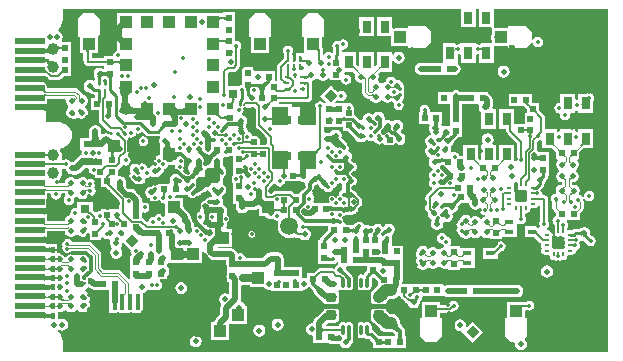
<source format=gtl>
G04*
G04 #@! TF.GenerationSoftware,Altium Limited,Altium Designer,19.0.15 (446)*
G04*
G04 Layer_Physical_Order=1*
G04 Layer_Color=255*
%FSLAX24Y24*%
%MOIN*%
G70*
G01*
G75*
%ADD10C,0.0118*%
%ADD11C,0.0098*%
%ADD12C,0.0157*%
%ADD13C,0.0059*%
%ADD14C,0.0100*%
%ADD15C,0.0079*%
%ADD16C,0.0060*%
%ADD17C,0.0080*%
%ADD18C,0.0138*%
%ADD22R,0.0197X0.0197*%
G04:AMPARAMS|DCode=23|XSize=19.7mil|YSize=19.7mil|CornerRadius=6.9mil|HoleSize=0mil|Usage=FLASHONLY|Rotation=180.000|XOffset=0mil|YOffset=0mil|HoleType=Round|Shape=RoundedRectangle|*
%AMROUNDEDRECTD23*
21,1,0.0197,0.0059,0,0,180.0*
21,1,0.0059,0.0197,0,0,180.0*
1,1,0.0138,-0.0030,0.0030*
1,1,0.0138,0.0030,0.0030*
1,1,0.0138,0.0030,-0.0030*
1,1,0.0138,-0.0030,-0.0030*
%
%ADD23ROUNDEDRECTD23*%
%ADD24R,0.0299X0.0449*%
%ADD25C,0.0079*%
%ADD26R,0.0315X0.0315*%
%ADD27R,0.0315X0.0315*%
%ADD28R,0.0197X0.0197*%
%ADD29R,0.0630X0.0197*%
%ADD30R,0.0433X0.0866*%
%ADD31R,0.0394X0.0413*%
%ADD32R,0.0157X0.0551*%
G04:AMPARAMS|DCode=33|XSize=19.7mil|YSize=19.7mil|CornerRadius=6.9mil|HoleSize=0mil|Usage=FLASHONLY|Rotation=90.000|XOffset=0mil|YOffset=0mil|HoleType=Round|Shape=RoundedRectangle|*
%AMROUNDEDRECTD33*
21,1,0.0197,0.0059,0,0,90.0*
21,1,0.0059,0.0197,0,0,90.0*
1,1,0.0138,0.0030,0.0030*
1,1,0.0138,0.0030,-0.0030*
1,1,0.0138,-0.0030,-0.0030*
1,1,0.0138,-0.0030,0.0030*
%
%ADD33ROUNDEDRECTD33*%
%ADD34O,0.0110X0.0354*%
%ADD35O,0.0354X0.0110*%
%ADD36R,0.0866X0.0433*%
%ADD37R,0.0413X0.0394*%
%ADD38R,0.0394X0.0394*%
%ADD39C,0.0394*%
%ADD40R,0.0394X0.0394*%
%ADD41R,0.0400X0.0400*%
%ADD42R,0.0400X0.0400*%
%ADD43R,0.0295X0.0157*%
%ADD44O,0.0197X0.0079*%
%ADD45O,0.0079X0.0197*%
G04:AMPARAMS|DCode=46|XSize=16.5mil|YSize=9.8mil|CornerRadius=2.5mil|HoleSize=0mil|Usage=FLASHONLY|Rotation=180.000|XOffset=0mil|YOffset=0mil|HoleType=Round|Shape=RoundedRectangle|*
%AMROUNDEDRECTD46*
21,1,0.0165,0.0049,0,0,180.0*
21,1,0.0116,0.0098,0,0,180.0*
1,1,0.0049,-0.0058,0.0025*
1,1,0.0049,0.0058,0.0025*
1,1,0.0049,0.0058,-0.0025*
1,1,0.0049,-0.0058,-0.0025*
%
%ADD46ROUNDEDRECTD46*%
G04:AMPARAMS|DCode=47|XSize=16.5mil|YSize=9.8mil|CornerRadius=2.5mil|HoleSize=0mil|Usage=FLASHONLY|Rotation=270.000|XOffset=0mil|YOffset=0mil|HoleType=Round|Shape=RoundedRectangle|*
%AMROUNDEDRECTD47*
21,1,0.0165,0.0049,0,0,270.0*
21,1,0.0116,0.0098,0,0,270.0*
1,1,0.0049,-0.0025,-0.0058*
1,1,0.0049,-0.0025,0.0058*
1,1,0.0049,0.0025,0.0058*
1,1,0.0049,0.0025,-0.0058*
%
%ADD47ROUNDEDRECTD47*%
%ADD48R,0.0551X0.0591*%
%ADD49R,0.0354X0.0315*%
%ADD50R,0.0098X0.0207*%
%ADD51R,0.1496X0.0394*%
%ADD52R,0.1791X0.0394*%
%ADD53R,0.0394X0.1496*%
%ADD54R,0.0748X0.0748*%
%ADD55R,0.0906X0.0748*%
%ADD56R,0.0630X0.0551*%
%ADD57O,0.0138X0.0157*%
%ADD58C,0.0138*%
%ADD76R,0.1063X0.1063*%
%ADD80C,0.0236*%
%ADD108R,0.2165X0.2165*%
%ADD112C,0.0139*%
%ADD113P,0.0418X4X90.0*%
%ADD114C,0.0197*%
%ADD115R,0.0098X0.0197*%
%ADD116C,0.0591*%
G04:AMPARAMS|DCode=117|XSize=39.4mil|YSize=39.4mil|CornerRadius=4.9mil|HoleSize=0mil|Usage=FLASHONLY|Rotation=180.000|XOffset=0mil|YOffset=0mil|HoleType=Round|Shape=RoundedRectangle|*
%AMROUNDEDRECTD117*
21,1,0.0394,0.0295,0,0,180.0*
21,1,0.0295,0.0394,0,0,180.0*
1,1,0.0098,-0.0148,0.0148*
1,1,0.0098,0.0148,0.0148*
1,1,0.0098,0.0148,-0.0148*
1,1,0.0098,-0.0148,-0.0148*
%
%ADD117ROUNDEDRECTD117*%
%ADD118R,0.0394X0.1791*%
%ADD119R,0.0984X0.0236*%
%ADD120C,0.0120*%
%ADD121C,0.0197*%
%ADD122C,0.0200*%
%ADD123C,0.0040*%
%ADD124C,0.0150*%
%ADD125C,0.0067*%
%ADD126C,0.0250*%
%ADD127C,0.0059*%
%ADD128C,0.0394*%
G36*
X41134Y46921D02*
X41134Y46928D01*
X41132Y46933D01*
X41128Y46938D01*
X41123Y46943D01*
X41117Y46946D01*
X41110Y46949D01*
X41101Y46952D01*
X41091Y46954D01*
X41079Y46954D01*
X41066Y46955D01*
Y47022D01*
X41079Y47022D01*
X41091Y47023D01*
X41101Y47025D01*
X41110Y47027D01*
X41117Y47030D01*
X41123Y47034D01*
X41128Y47038D01*
X41132Y47043D01*
X41134Y47049D01*
X41134Y47055D01*
Y46921D01*
D02*
G37*
G36*
X40904Y47049D02*
X40906Y47043D01*
X40909Y47038D01*
X40914Y47034D01*
X40920Y47030D01*
X40928Y47027D01*
X40936Y47025D01*
X40947Y47023D01*
X40958Y47022D01*
X40971Y47022D01*
Y46955D01*
X40958Y46954D01*
X40947Y46954D01*
X40936Y46952D01*
X40928Y46949D01*
X40920Y46946D01*
X40914Y46943D01*
X40909Y46938D01*
X40906Y46933D01*
X40904Y46928D01*
X40903Y46921D01*
Y47055D01*
X40904Y47049D01*
D02*
G37*
G36*
X38528Y46857D02*
X38529Y46843D01*
X38530Y46837D01*
X38531Y46832D01*
X38533Y46827D01*
X38535Y46822D01*
X38537Y46818D01*
X38540Y46815D01*
X38543Y46811D01*
X38446D01*
X38448Y46815D01*
X38451Y46818D01*
X38453Y46822D01*
X38455Y46827D01*
X38457Y46832D01*
X38458Y46837D01*
X38459Y46843D01*
X38460Y46850D01*
X38461Y46864D01*
X38528D01*
X38528Y46857D01*
D02*
G37*
G36*
X41134Y46164D02*
X41134Y46170D01*
X41132Y46176D01*
X41128Y46181D01*
X41123Y46185D01*
X41117Y46189D01*
X41110Y46192D01*
X41101Y46194D01*
X41091Y46196D01*
X41079Y46197D01*
X41066Y46197D01*
Y46264D01*
X41079Y46264D01*
X41091Y46265D01*
X41101Y46267D01*
X41110Y46269D01*
X41117Y46272D01*
X41123Y46276D01*
X41128Y46280D01*
X41132Y46285D01*
X41134Y46291D01*
X41134Y46297D01*
Y46164D01*
D02*
G37*
G36*
X40904Y46291D02*
X40906Y46285D01*
X40909Y46280D01*
X40914Y46276D01*
X40920Y46272D01*
X40928Y46269D01*
X40936Y46267D01*
X40947Y46265D01*
X40958Y46264D01*
X40971Y46264D01*
Y46197D01*
X40958Y46197D01*
X40947Y46196D01*
X40936Y46194D01*
X40928Y46192D01*
X40920Y46189D01*
X40914Y46185D01*
X40909Y46181D01*
X40906Y46176D01*
X40904Y46170D01*
X40903Y46164D01*
Y46297D01*
X40904Y46291D01*
D02*
G37*
G36*
X35691Y45937D02*
X35691Y45943D01*
X35689Y45949D01*
X35685Y45954D01*
X35680Y45959D01*
X35674Y45962D01*
X35667Y45965D01*
X35658Y45968D01*
X35648Y45969D01*
X35636Y45970D01*
X35636Y45970D01*
X35635Y45970D01*
X35624Y45969D01*
X35614Y45967D01*
X35606Y45965D01*
X35598Y45962D01*
X35592Y45958D01*
X35586Y45954D01*
X35582Y45949D01*
X35579Y45943D01*
X35577Y45936D01*
X35557Y46068D01*
X35561Y46063D01*
X35565Y46057D01*
X35571Y46053D01*
X35578Y46049D01*
X35585Y46045D01*
X35594Y46042D01*
X35603Y46040D01*
X35614Y46039D01*
X35625Y46038D01*
X35630Y46038D01*
X35636Y46038D01*
X35648Y46039D01*
X35658Y46041D01*
X35667Y46043D01*
X35674Y46046D01*
X35680Y46050D01*
X35685Y46054D01*
X35689Y46059D01*
X35691Y46065D01*
X35691Y46071D01*
Y45937D01*
D02*
G37*
G36*
X53885Y35859D02*
X35701D01*
Y36211D01*
X35703D01*
X35688Y36324D01*
X35644Y36429D01*
X35575Y36520D01*
X35549Y36540D01*
X35553Y36597D01*
X35581Y36611D01*
X35602Y36596D01*
X35679Y36581D01*
X35756Y36596D01*
X35821Y36640D01*
X35865Y36705D01*
X35880Y36782D01*
X35865Y36858D01*
X35821Y36924D01*
X35756Y36967D01*
X35679Y36982D01*
X35602Y36967D01*
X35601Y36966D01*
X35551Y36993D01*
Y37057D01*
X35555Y37077D01*
X35551Y37096D01*
Y37195D01*
X35601D01*
X35620Y37191D01*
X35639Y37195D01*
X35719D01*
Y37221D01*
X35762Y37250D01*
X35765Y37255D01*
X35815D01*
X35824Y37242D01*
X35880Y37205D01*
X35945Y37192D01*
X36004D01*
X36069Y37205D01*
X36125Y37242D01*
X36141Y37267D01*
X36201D01*
X36218Y37242D01*
X36273Y37205D01*
X36339Y37192D01*
X36398D01*
X36463Y37205D01*
X36518Y37242D01*
X36555Y37297D01*
X36556Y37303D01*
X36568Y37310D01*
X36605Y37366D01*
X36618Y37431D01*
X36605Y37497D01*
X36570Y37549D01*
X36605Y37602D01*
X36618Y37667D01*
X36605Y37733D01*
X36568Y37788D01*
X36556Y37796D01*
X36555Y37802D01*
X36518Y37857D01*
X36463Y37894D01*
X36448Y37897D01*
X36442Y37918D01*
X36443Y37949D01*
X36500Y37987D01*
X36528Y38030D01*
X36573Y38029D01*
X36575Y38029D01*
X36576Y38029D01*
X36579Y38029D01*
X36610Y37998D01*
X36675Y37954D01*
X36752Y37939D01*
X37037D01*
X37057Y37943D01*
X37230D01*
Y37549D01*
X37246Y37473D01*
X37254Y37460D01*
Y37175D01*
X38376D01*
Y37838D01*
X38418Y37846D01*
X38483Y37890D01*
X38512Y37933D01*
X38529Y37954D01*
X38576Y37946D01*
X38596Y37933D01*
X38661Y37920D01*
X38727Y37933D01*
X38755Y37951D01*
X38783Y37933D01*
X38848Y37920D01*
X38914Y37933D01*
X38969Y37970D01*
X39006Y38025D01*
X39019Y38091D01*
X39006Y38156D01*
X38969Y38212D01*
X38931Y38238D01*
X38946Y38288D01*
X38967D01*
X38986Y38284D01*
X39006Y38288D01*
X39183D01*
Y38407D01*
X39197Y38421D01*
X39241Y38486D01*
X39256Y38563D01*
X39241Y38640D01*
X39197Y38705D01*
X39183Y38714D01*
Y38798D01*
X39219Y38831D01*
X39705D01*
X39706Y38831D01*
X39707Y38831D01*
X39713D01*
X39717Y38830D01*
X39761Y38826D01*
Y38826D01*
X40357D01*
Y39200D01*
X40407Y39205D01*
X40420Y39141D01*
X40464Y39076D01*
X40515Y39024D01*
X40549Y38974D01*
X40586Y38949D01*
X40603Y38965D01*
X40641Y38930D01*
X40669Y38924D01*
X40696D01*
X40699Y38923D01*
X41158D01*
Y38789D01*
X41161Y38770D01*
Y38423D01*
X41156Y38396D01*
X41161Y38368D01*
Y38199D01*
X41245D01*
Y37829D01*
X41200Y37806D01*
X41189Y37813D01*
X41112Y37829D01*
X41035Y37813D01*
X40970Y37770D01*
X40927Y37705D01*
X40911Y37628D01*
X40927Y37551D01*
X40970Y37486D01*
X40973Y37484D01*
X40983Y37435D01*
X40965Y37408D01*
X40949Y37330D01*
Y37131D01*
X40802Y36984D01*
X40758Y36918D01*
X40749Y36873D01*
X40646D01*
Y36276D01*
X40902D01*
X40955Y36266D01*
X41008Y36276D01*
X41243D01*
Y36759D01*
X41246Y36808D01*
X41843D01*
Y37405D01*
X41774D01*
X41770Y37429D01*
X41726Y37494D01*
X41661Y37538D01*
X41636Y37542D01*
X41634Y37548D01*
X41649Y37626D01*
Y38084D01*
X41688Y38116D01*
X41722Y38109D01*
X41926D01*
Y38039D01*
X42406D01*
X42427Y38008D01*
X42492Y37964D01*
X42569Y37949D01*
X42598Y37955D01*
X42648Y37914D01*
Y37913D01*
X43671D01*
Y37913D01*
X43708Y37944D01*
X43730Y37939D01*
X43807Y37954D01*
X43872Y37998D01*
X43887Y38020D01*
X43947Y38020D01*
X43996Y37971D01*
X44022Y37943D01*
X44027Y37937D01*
X44035Y37926D01*
X44041Y37915D01*
X44047Y37905D01*
X44051Y37895D01*
X44055Y37886D01*
X44058Y37877D01*
X44061Y37864D01*
X44062Y37861D01*
X44065Y37848D01*
X44076Y37832D01*
X44077Y37828D01*
X44079Y37826D01*
X44102Y37793D01*
X44130Y37774D01*
X44224Y37685D01*
X44365Y37544D01*
X44390Y37527D01*
X44423Y37478D01*
X44436Y37469D01*
X44448Y37468D01*
X44477Y37467D01*
Y37443D01*
X44533Y37432D01*
X44763D01*
Y37467D01*
X44791Y37468D01*
X44817Y37470D01*
X44840Y37474D01*
X44859Y37479D01*
X44876Y37486D01*
X44890Y37494D01*
X44900Y37504D01*
X44908Y37515D01*
X44912Y37528D01*
X44914Y37542D01*
Y37516D01*
X44922Y37529D01*
X44934Y37589D01*
X44930Y37608D01*
X44931Y37610D01*
X44946Y37687D01*
X44931Y37765D01*
X44930Y37766D01*
X44934Y37786D01*
X44922Y37845D01*
X44888Y37896D01*
X44895Y37943D01*
X44939Y37947D01*
X44989Y37913D01*
X45049Y37901D01*
X45109Y37913D01*
X45148Y37938D01*
X45186Y37913D01*
X45246Y37901D01*
X45306Y37913D01*
X45318Y37921D01*
X45293D01*
X45307Y37922D01*
X45320Y37927D01*
X45331Y37935D01*
X45341Y37945D01*
X45349Y37959D01*
X45356Y37975D01*
X45361Y37995D01*
X45365Y38018D01*
X45367Y38043D01*
X45368Y38072D01*
X45403D01*
Y38301D01*
X45391Y38361D01*
X45357Y38412D01*
X45356Y38413D01*
X45353Y38417D01*
X45353Y38417D01*
X45179Y38591D01*
X45177Y38594D01*
X45170Y38602D01*
X45165Y38610D01*
X45160Y38619D01*
X45155Y38628D01*
X45151Y38637D01*
X45148Y38647D01*
X45145Y38657D01*
X45142Y38671D01*
X45141Y38674D01*
X45139Y38680D01*
X45150Y38707D01*
X45157Y38719D01*
X45167Y38729D01*
X45169Y38730D01*
X45463D01*
X45482Y38727D01*
X45856D01*
Y38614D01*
X45835Y38589D01*
X45730Y38483D01*
X45706Y38447D01*
X45700Y38446D01*
X45640Y38458D01*
X45580Y38446D01*
X45529Y38412D01*
X45495Y38361D01*
X45483Y38301D01*
Y38072D01*
X45518D01*
X45519Y38043D01*
X45521Y38018D01*
X45525Y37995D01*
X45530Y37975D01*
X45537Y37959D01*
X45545Y37945D01*
X45555Y37935D01*
X45566Y37927D01*
X45579Y37922D01*
X45593Y37921D01*
X45567D01*
X45580Y37913D01*
X45640Y37901D01*
X45700Y37913D01*
X45738Y37938D01*
X45777Y37913D01*
X45837Y37901D01*
X45897Y37913D01*
X45947Y37947D01*
X45981Y37997D01*
X45993Y38057D01*
Y38301D01*
X45992Y38306D01*
X46026Y38345D01*
X46085Y38346D01*
X46200Y38232D01*
X46207Y38224D01*
X46217Y38211D01*
X46220Y38206D01*
Y38098D01*
X46085Y37963D01*
X46081Y37962D01*
X46020Y37914D01*
X46015Y37908D01*
X45998Y37896D01*
X45964Y37845D01*
X45958Y37819D01*
X45943Y37781D01*
X45932Y37704D01*
X45943Y37627D01*
X45954Y37600D01*
X45952Y37589D01*
X45964Y37529D01*
X45972Y37516D01*
Y37542D01*
X45974Y37528D01*
X45978Y37515D01*
X45986Y37504D01*
X45996Y37494D01*
X46010Y37486D01*
X46026Y37479D01*
X46046Y37474D01*
X46069Y37470D01*
X46094Y37468D01*
X46123Y37467D01*
Y37428D01*
X46153Y37416D01*
X46156Y37388D01*
X46123Y37359D01*
Y37317D01*
X46094Y37316D01*
X46069Y37314D01*
X46046Y37310D01*
X46026Y37305D01*
X46010Y37298D01*
X45996Y37290D01*
X45986Y37280D01*
X45978Y37269D01*
X45974Y37256D01*
X45972Y37242D01*
Y37267D01*
X45964Y37255D01*
X45952Y37195D01*
X45957Y37168D01*
X45952Y37157D01*
X45942Y37080D01*
X45952Y37003D01*
X45953Y37003D01*
X45952Y36998D01*
X45964Y36938D01*
X45998Y36887D01*
X46048Y36854D01*
X46051Y36853D01*
X46091Y36822D01*
X46095Y36820D01*
X46285Y36630D01*
X46285Y36630D01*
X46347Y36583D01*
X46419Y36553D01*
X46496Y36543D01*
X46496Y36543D01*
X46634D01*
X46637Y36542D01*
X46657Y36537D01*
X46677Y36531D01*
X46697Y36523D01*
X46717Y36513D01*
X46737Y36502D01*
X46758Y36488D01*
X46768Y36480D01*
Y36388D01*
X46460D01*
X46459Y36388D01*
X46458Y36388D01*
X46452D01*
X46448Y36389D01*
X46444Y36388D01*
X46331D01*
X46328Y36389D01*
X46324Y36388D01*
X46318D01*
X46316Y36388D01*
X46316Y36388D01*
X46278D01*
X46275Y36389D01*
X46271Y36388D01*
X46251D01*
X46226Y36409D01*
X46072Y36564D01*
X46022Y36597D01*
X45993Y36602D01*
Y36726D01*
X45981Y36786D01*
X45947Y36837D01*
X45897Y36871D01*
X45837Y36883D01*
X45777Y36871D01*
X45738Y36845D01*
X45700Y36871D01*
X45640Y36883D01*
X45580Y36871D01*
X45566Y36862D01*
X45593D01*
X45579Y36860D01*
X45566Y36856D01*
X45555Y36848D01*
X45545Y36838D01*
X45537Y36824D01*
X45530Y36808D01*
X45525Y36788D01*
X45521Y36766D01*
X45519Y36740D01*
X45518Y36712D01*
X45483D01*
Y36482D01*
X45495Y36422D01*
X45529Y36372D01*
X45580Y36338D01*
X45640Y36326D01*
X45700Y36338D01*
X45704Y36341D01*
X45749Y36350D01*
X45798Y36317D01*
X45856Y36305D01*
X45902D01*
X46008Y36199D01*
X46023Y36183D01*
X46033Y36171D01*
X46033Y36170D01*
Y36151D01*
X46033Y36147D01*
X46033Y36143D01*
Y35994D01*
X46316D01*
X46316Y35994D01*
X46318Y35994D01*
X46324D01*
X46328Y35993D01*
X46331Y35994D01*
X46444D01*
X46448Y35993D01*
X46452Y35994D01*
X46458D01*
X46459Y35994D01*
X46460Y35994D01*
X47136D01*
Y36285D01*
X47137Y36288D01*
X47136Y36292D01*
Y36388D01*
X47110D01*
Y36555D01*
X47097Y36621D01*
X47060Y36676D01*
X47034Y36701D01*
X47022Y36716D01*
X47006Y36736D01*
X46993Y36757D01*
X46981Y36777D01*
X46971Y36797D01*
X46963Y36817D01*
X46957Y36837D01*
X46952Y36857D01*
X46948Y36882D01*
X46945Y36889D01*
X46941Y36918D01*
X46911Y36990D01*
X46864Y37051D01*
X46802Y37099D01*
X46731Y37128D01*
X46654Y37138D01*
X46619D01*
X46485Y37273D01*
X46463Y37306D01*
X46412Y37340D01*
X46392Y37344D01*
X46334Y37368D01*
X46329Y37415D01*
X46330Y37419D01*
X46373Y37436D01*
X46412Y37444D01*
X46463Y37478D01*
X46497Y37529D01*
X46498Y37534D01*
X46589Y37625D01*
X46654D01*
X46731Y37635D01*
X46802Y37665D01*
X46850Y37701D01*
X46890Y37726D01*
X46957D01*
X46962Y37700D01*
X46992Y37657D01*
X47155Y37494D01*
X47198Y37464D01*
X47209Y37462D01*
X47214Y37435D01*
X47251Y37379D01*
X47307Y37343D01*
X47372Y37330D01*
X47431D01*
X47496Y37343D01*
X47552Y37379D01*
X47589Y37435D01*
X47602Y37500D01*
Y37558D01*
X47602Y37559D01*
X47606Y37562D01*
X47606Y37562D01*
X47606Y37562D01*
X47608Y37564D01*
X47608Y37564D01*
X47641Y37586D01*
X47678Y37641D01*
X47691Y37707D01*
X47707Y37726D01*
X48386D01*
X48386Y37726D01*
Y37726D01*
X48436Y37734D01*
X48466Y37714D01*
X48543Y37698D01*
X49072D01*
X49114Y37707D01*
X49441D01*
X49468Y37701D01*
X50856D01*
X50934Y37717D01*
X50999Y37761D01*
X51043Y37826D01*
X51059Y37904D01*
X51043Y37981D01*
X50999Y38047D01*
X50934Y38091D01*
X50856Y38106D01*
X49468D01*
X49441Y38101D01*
X49102D01*
X49075Y38106D01*
X49060Y38103D01*
X48543D01*
X48466Y38088D01*
X48436Y38067D01*
X48386Y38094D01*
Y38120D01*
X47040D01*
X47025Y38139D01*
X47014Y38193D01*
X47026Y38211D01*
X47041Y38288D01*
Y38829D01*
X47037Y38848D01*
Y39026D01*
Y39419D01*
X46688D01*
X46663Y39469D01*
X46667Y39476D01*
X46680Y39541D01*
Y39662D01*
X46680Y39664D01*
X46667Y39730D01*
X46667Y39730D01*
X46660Y39764D01*
X46715Y39801D01*
X46752Y39856D01*
X46765Y39921D01*
Y39980D01*
X46752Y40046D01*
X46715Y40101D01*
X46660Y40138D01*
X46594Y40151D01*
X46535D01*
X46470Y40138D01*
X46415Y40101D01*
X46413Y40098D01*
X46363D01*
X46361Y40101D01*
X46305Y40138D01*
X46240Y40151D01*
X46181D01*
X46116Y40138D01*
X46060Y40101D01*
X46049Y40084D01*
X45985Y40097D01*
X45930Y40086D01*
X45912Y40099D01*
X45846Y40112D01*
X45787D01*
X45753Y40105D01*
X45750Y40123D01*
X45712Y40178D01*
X45657Y40215D01*
X45592Y40228D01*
X45526Y40215D01*
X45471Y40178D01*
X45469Y40177D01*
X45419Y40126D01*
X45418Y40125D01*
X45394Y40105D01*
X45389Y40105D01*
X45344Y40118D01*
Y40118D01*
X45249D01*
X45245Y40119D01*
X45241Y40118D01*
X45235D01*
X45234Y40118D01*
X45233Y40118D01*
X45144D01*
X45103Y40168D01*
X45107Y40188D01*
X45094Y40254D01*
X45057Y40309D01*
X45035Y40324D01*
X45027Y40373D01*
X45061Y40411D01*
X45068Y40410D01*
X45134Y40423D01*
X45170Y40447D01*
X45180Y40446D01*
X45186Y40445D01*
X45192Y40443D01*
X45195Y40442D01*
X45195Y40442D01*
X45199Y40440D01*
X45201Y40439D01*
X45210Y40433D01*
X45232Y40429D01*
X45236Y40427D01*
X45238Y40428D01*
X45276Y40420D01*
X45335D01*
X45400Y40433D01*
X45455Y40470D01*
X45475Y40500D01*
X45476Y40500D01*
X45476Y40502D01*
X45478Y40504D01*
X45480Y40506D01*
X45482Y40509D01*
X45492Y40525D01*
X45493Y40530D01*
X45529Y40570D01*
X45652Y40694D01*
X45681Y40737D01*
X45692Y40789D01*
X45692Y40789D01*
Y40924D01*
X45681Y40976D01*
X45652Y41019D01*
X45520Y41152D01*
X45504Y41169D01*
X45493Y41182D01*
X45492Y41187D01*
X45482Y41203D01*
X45480Y41207D01*
X45478Y41209D01*
X45476Y41211D01*
X45476Y41213D01*
X45475Y41213D01*
X45455Y41243D01*
X45400Y41280D01*
X45365Y41287D01*
Y41371D01*
X45400Y41378D01*
X45455Y41415D01*
X45492Y41470D01*
X45505Y41536D01*
Y41595D01*
X45492Y41660D01*
X45455Y41715D01*
X45407Y41747D01*
X45363Y41792D01*
X45379Y41846D01*
X45400Y41850D01*
X45455Y41887D01*
X45492Y41943D01*
X45505Y42008D01*
Y42067D01*
X45492Y42132D01*
X45455Y42188D01*
X45423Y42209D01*
X45421Y42211D01*
X45417Y42213D01*
X45400Y42225D01*
X45388Y42227D01*
X45386Y42228D01*
X45377Y42230D01*
X45376Y42231D01*
X45335Y42258D01*
X45348Y42323D01*
Y42382D01*
X45335Y42447D01*
X45298Y42503D01*
X45242Y42540D01*
X45232Y42542D01*
X45209Y42597D01*
X45226Y42622D01*
X45239Y42687D01*
X45226Y42753D01*
X45217Y42766D01*
X45216Y42769D01*
X45181Y42821D01*
X45050Y42953D01*
X45003Y43002D01*
X44988Y43020D01*
X44988Y43022D01*
X44993Y43051D01*
Y43110D01*
X44980Y43176D01*
X44943Y43231D01*
X44888Y43268D01*
X44823Y43281D01*
X44764D01*
X44698Y43268D01*
X44643Y43231D01*
X44612Y43185D01*
X44528D01*
X44466Y43172D01*
X44416Y43202D01*
Y43366D01*
X45030D01*
Y43248D01*
X45188D01*
X45189Y43247D01*
X45213Y43227D01*
X45423Y43017D01*
X45429Y43010D01*
X45442Y42993D01*
X45445Y42988D01*
X45448Y42984D01*
X45449Y42982D01*
X45449Y42980D01*
X45450Y42979D01*
X45450Y42978D01*
X45451Y42977D01*
X45453Y42966D01*
X45465Y42948D01*
X45467Y42944D01*
X45467Y42944D01*
X45468Y42943D01*
X45469Y42942D01*
X45490Y42911D01*
X45545Y42874D01*
X45610Y42861D01*
X45669D01*
X45735Y42874D01*
X45790Y42911D01*
X45796Y42920D01*
X45844Y42952D01*
X45887Y42927D01*
X45920Y42905D01*
X45985Y42892D01*
X46048Y42905D01*
X46063Y42906D01*
X46091Y42894D01*
X46106Y42882D01*
X46139Y42832D01*
X46195Y42795D01*
X46260Y42782D01*
X46319D01*
X46357Y42790D01*
X46407Y42756D01*
Y42756D01*
X46801D01*
Y42756D01*
X46851Y42780D01*
X46890Y42772D01*
X46949D01*
X47014Y42785D01*
X47069Y42822D01*
X47106Y42878D01*
X47119Y42943D01*
Y43002D01*
X47106Y43067D01*
X47069Y43123D01*
X47039Y43143D01*
X47038Y43144D01*
X47035Y43146D01*
X47026Y43152D01*
X47024Y43154D01*
X47022Y43154D01*
X47014Y43160D01*
X47005Y43162D01*
X47003Y43162D01*
X46998Y43166D01*
X46993Y43169D01*
X46975Y43185D01*
X46974Y43245D01*
X46991Y43255D01*
X47028Y43311D01*
X47041Y43376D01*
Y43435D01*
X47028Y43500D01*
X46991Y43556D01*
X46935Y43593D01*
X46870Y43606D01*
X46811D01*
X46746Y43593D01*
X46722Y43577D01*
X46683Y43559D01*
X46644Y43577D01*
X46620Y43593D01*
X46555Y43606D01*
X46496D01*
X46483Y43603D01*
X46473Y43612D01*
X46443Y43646D01*
X46433Y43696D01*
X46403Y43740D01*
X46398Y43766D01*
X46361Y43822D01*
X46305Y43859D01*
X46240Y43871D01*
X46181D01*
X46116Y43859D01*
X46060Y43822D01*
X46033Y43781D01*
X45990Y43809D01*
X45925Y43822D01*
X45866D01*
X45801Y43809D01*
X45746Y43772D01*
X45709Y43717D01*
X45696Y43652D01*
Y43646D01*
X45695Y43644D01*
X45646Y43609D01*
X45610Y43616D01*
X45597D01*
X45576Y43633D01*
X45461Y43748D01*
X45423Y43773D01*
Y44036D01*
X45392D01*
X45384Y44071D01*
X45347Y44127D01*
X45292Y44164D01*
X45226Y44177D01*
X45161Y44164D01*
X45148Y44155D01*
X45098Y44154D01*
X45098Y44154D01*
X45098Y44154D01*
X44808D01*
X44807Y44155D01*
X44793Y44177D01*
X44787Y44203D01*
X44863Y44279D01*
X44869Y44279D01*
X44925Y44242D01*
X44990Y44229D01*
X45056Y44242D01*
X45111Y44279D01*
X45148Y44334D01*
X45161Y44400D01*
X45148Y44465D01*
X45111Y44521D01*
X45056Y44558D01*
X44990Y44571D01*
X44925Y44558D01*
X44869Y44521D01*
X44863Y44520D01*
X44636Y44748D01*
X44288Y44400D01*
X44488Y44200D01*
X44469Y44154D01*
X44417D01*
X44402Y44176D01*
X44347Y44213D01*
X44282Y44226D01*
X44216Y44213D01*
X44161Y44176D01*
X44124Y44121D01*
X44110Y44055D01*
X44124Y43990D01*
X44147Y43955D01*
Y43484D01*
X43622D01*
X43622Y44045D01*
X43333D01*
Y44146D01*
X42923D01*
Y44206D01*
X43858D01*
X43910Y44216D01*
X43953Y44246D01*
X43973Y44265D01*
X44002Y44309D01*
X44012Y44360D01*
Y44803D01*
X44002Y44855D01*
X44000Y44858D01*
X44008Y44885D01*
X44025Y44910D01*
X44081Y44921D01*
X44136Y44958D01*
X44153Y44983D01*
X44213D01*
X44230Y44958D01*
X44285Y44921D01*
X44350Y44908D01*
X44409D01*
X44475Y44921D01*
X44530Y44958D01*
X44556Y44997D01*
X44606Y44982D01*
Y44921D01*
X44983D01*
X44990Y44885D01*
X45027Y44830D01*
X45082Y44793D01*
X45148Y44780D01*
X45213Y44793D01*
X45269Y44830D01*
X45306Y44885D01*
X45319Y44951D01*
X45306Y45016D01*
X45269Y45072D01*
X45213Y45109D01*
X45148Y45122D01*
X45114Y45115D01*
X45084Y45160D01*
X45097Y45179D01*
X45103Y45209D01*
X45390D01*
X45454Y45146D01*
X45453Y45144D01*
X45440Y45079D01*
Y45020D01*
X45453Y44955D01*
X45490Y44899D01*
X45545Y44862D01*
X45610Y44849D01*
X45669D01*
X45671Y44848D01*
Y44534D01*
X45671Y44534D01*
X45680Y44488D01*
X45706Y44449D01*
X45803Y44352D01*
X45803Y44352D01*
X45842Y44326D01*
X45888Y44317D01*
X45888Y44317D01*
X45938D01*
X45945Y44285D01*
X45982Y44230D01*
X46037Y44193D01*
X46102Y44180D01*
X46161D01*
X46227Y44193D01*
X46282Y44230D01*
X46299Y44255D01*
X46359D01*
X46375Y44230D01*
X46431Y44193D01*
X46496Y44180D01*
X46555D01*
X46620Y44193D01*
X46668Y44224D01*
X46690Y44191D01*
X46741Y44157D01*
X46729Y44095D01*
X46742Y44029D01*
X46779Y43974D01*
X46834Y43937D01*
X46900Y43924D01*
X46965Y43937D01*
X47021Y43974D01*
X47058Y44029D01*
X47071Y44095D01*
X47058Y44160D01*
X47021Y44216D01*
X47018Y44231D01*
X47028Y44246D01*
X47041Y44311D01*
Y44315D01*
X47060Y44328D01*
X47097Y44383D01*
X47110Y44449D01*
X47097Y44514D01*
X47075Y44547D01*
X47097Y44580D01*
X47110Y44646D01*
X47097Y44711D01*
X47060Y44767D01*
X47037Y44782D01*
X47028Y44829D01*
X46991Y44885D01*
X46935Y44921D01*
X46870Y44934D01*
X46811D01*
X46805Y44933D01*
X46802Y44947D01*
X46765Y45003D01*
X46709Y45040D01*
X46644Y45053D01*
X46578Y45040D01*
X46523Y45003D01*
X46486Y44947D01*
X46474Y44891D01*
X46431Y44882D01*
X46375Y44845D01*
X46359Y44820D01*
X46299D01*
X46282Y44845D01*
X46227Y44882D01*
X46209Y44937D01*
X46221Y44955D01*
X46234Y45020D01*
Y45079D01*
X46221Y45144D01*
X46220Y45146D01*
X46283Y45209D01*
X46683D01*
Y45559D01*
X46733Y45574D01*
X46758Y45537D01*
X46823Y45494D01*
X46900Y45479D01*
X46976Y45494D01*
X47042Y45537D01*
X47085Y45602D01*
X47100Y45679D01*
X47085Y45756D01*
X47042Y45821D01*
X46976Y45865D01*
X46900Y45880D01*
X46823Y45865D01*
X46758Y45821D01*
X46733Y45784D01*
X46683Y45799D01*
Y45854D01*
X46187D01*
Y45454D01*
X46131Y45398D01*
X46085Y45417D01*
Y45854D01*
X45589D01*
Y45417D01*
X45542Y45398D01*
X45486Y45454D01*
Y45854D01*
X45003D01*
Y45921D01*
X45042Y45953D01*
X45049Y45951D01*
X45115Y45964D01*
X45170Y46001D01*
X45207Y46057D01*
X45220Y46122D01*
X45207Y46188D01*
X45170Y46243D01*
X45115Y46280D01*
X45049Y46293D01*
X44984Y46280D01*
X44928Y46243D01*
X44919Y46230D01*
X44918Y46231D01*
X44852Y46244D01*
X44787Y46231D01*
X44731Y46194D01*
X44694Y46138D01*
X44681Y46073D01*
X44694Y46008D01*
X44702Y45996D01*
Y45871D01*
X44660Y45839D01*
X44632Y45857D01*
X44567Y45870D01*
X44501Y45857D01*
X44446Y45820D01*
X44422Y45783D01*
X44372Y45799D01*
Y45940D01*
X44361Y45992D01*
X44341Y46023D01*
Y46368D01*
X44409D01*
Y46978D01*
X44222Y47165D01*
X43868D01*
X43681Y46978D01*
Y46368D01*
X43750D01*
Y45842D01*
X43650D01*
X43642Y45843D01*
X43634Y45842D01*
X43465D01*
Y45556D01*
X43366D01*
Y45738D01*
X43367Y45742D01*
X43366Y45746D01*
Y45842D01*
X43366Y45842D01*
X43374Y45888D01*
X43380Y45915D01*
X43367Y45981D01*
X43330Y46036D01*
X43274Y46073D01*
X43209Y46086D01*
X43143Y46073D01*
X43088Y46036D01*
X43051Y45981D01*
X43038Y45915D01*
X43051Y45850D01*
X43071Y45820D01*
Y45746D01*
X43070Y45742D01*
X43071Y45738D01*
Y45676D01*
X43070Y45674D01*
X43071Y45670D01*
Y45667D01*
X43070Y45664D01*
X43063Y45655D01*
X42877Y45469D01*
X42848Y45426D01*
X42838Y45374D01*
Y44980D01*
X42844Y44950D01*
X42811Y44910D01*
X42776Y44919D01*
Y45246D01*
X42382D01*
Y45246D01*
X42332Y45221D01*
X42309Y45236D01*
X42244Y45249D01*
X42197D01*
X42195Y45250D01*
X42193Y45249D01*
X42185D01*
X42120Y45236D01*
X42107Y45228D01*
X42057Y45255D01*
Y45364D01*
X41663D01*
Y44971D01*
Y44766D01*
X41608Y44755D01*
X41563Y44725D01*
X41217D01*
Y45175D01*
X41249Y45206D01*
X41393D01*
X41423Y45212D01*
X41421Y45214D01*
X41424Y45212D01*
X41445Y45217D01*
X41488Y45246D01*
X41586Y45343D01*
X41615Y45387D01*
X41625Y45438D01*
Y45980D01*
X41644Y46009D01*
X41657Y46074D01*
X41644Y46139D01*
X41607Y46195D01*
X41552Y46232D01*
X41486Y46245D01*
X41466Y46241D01*
X41427Y46273D01*
Y46801D01*
Y47195D01*
X41033D01*
Y47195D01*
X41004Y47175D01*
X40413D01*
Y47156D01*
X40276D01*
Y47175D01*
X39685D01*
Y47156D01*
X39547D01*
Y47175D01*
X38957D01*
Y47156D01*
X38819D01*
Y47175D01*
X38228D01*
Y47156D01*
X37510D01*
Y45919D01*
X37494Y45916D01*
X37438Y45879D01*
X37401Y45823D01*
X37388Y45758D01*
X37364Y45728D01*
X37087D01*
Y45666D01*
X36660D01*
Y45827D01*
X36860D01*
Y46368D01*
X36929D01*
Y46978D01*
X36742Y47165D01*
X36388D01*
X36201Y46978D01*
Y46368D01*
X36270D01*
Y45827D01*
X36391D01*
Y45561D01*
X36401Y45510D01*
X36430Y45466D01*
X36460Y45437D01*
X36504Y45407D01*
X36555Y45397D01*
X37087D01*
Y45346D01*
X37066Y45327D01*
X37039Y45316D01*
X37036Y45317D01*
X37024Y45325D01*
X37006Y45329D01*
X37002Y45330D01*
X36999Y45330D01*
X36959Y45338D01*
X36900D01*
X36834Y45325D01*
X36779Y45288D01*
X36742Y45233D01*
X36729Y45167D01*
Y45108D01*
X36737Y45069D01*
X36737Y45066D01*
X36738Y45062D01*
X36739Y45060D01*
X36739Y45056D01*
X36740Y45054D01*
X36742Y45043D01*
X36749Y45032D01*
X36750Y45029D01*
X36755Y45022D01*
X36758Y45017D01*
X36760Y45011D01*
X36762Y45005D01*
X36764Y44998D01*
X36766Y44990D01*
X36767Y44982D01*
X36769Y44967D01*
Y44935D01*
X36719Y44908D01*
X36699Y44922D01*
X36634Y44934D01*
X36575D01*
X36510Y44922D01*
X36454Y44885D01*
X36417Y44829D01*
X36404Y44764D01*
Y44705D01*
X36417Y44640D01*
X36454Y44584D01*
X36510Y44547D01*
X36575Y44534D01*
X36588D01*
X36605Y44519D01*
X36625Y44499D01*
X36674Y44467D01*
X36732Y44455D01*
X36768Y44423D01*
Y44321D01*
X36654D01*
Y43927D01*
X36912D01*
Y43602D01*
X36922Y43552D01*
X36950Y43509D01*
X37225Y43235D01*
X37267Y43206D01*
X37317Y43196D01*
X37337D01*
X37370Y43159D01*
X37366Y43124D01*
X37317Y43098D01*
X37307Y43105D01*
X37297Y43107D01*
X37233Y43150D01*
X37156Y43165D01*
X37078Y43150D01*
X37042Y43126D01*
X36992Y43152D01*
Y43228D01*
X36991Y43232D01*
Y43258D01*
X36978Y43323D01*
X36941Y43379D01*
X36886Y43416D01*
X36821Y43429D01*
X36801D01*
X36790Y43431D01*
X36779Y43429D01*
X36762D01*
X36697Y43416D01*
X36641Y43379D01*
X36604Y43323D01*
X36591Y43258D01*
Y43247D01*
X36588Y43228D01*
Y43048D01*
X36586Y43033D01*
X36583Y43011D01*
X36579Y42996D01*
X36577Y42992D01*
X36289D01*
Y42599D01*
X36305D01*
X36311Y42588D01*
X36327Y42549D01*
X36315Y42490D01*
X36326Y42438D01*
X36281Y42430D01*
X36216Y42386D01*
X36173Y42321D01*
X36171Y42314D01*
X36048Y42191D01*
X36014D01*
X36003Y42188D01*
X35984D01*
X35966Y42185D01*
X35965Y42192D01*
X35928Y42247D01*
X35873Y42284D01*
X35807Y42297D01*
X35742Y42284D01*
X35730Y42276D01*
X35691Y42283D01*
X35663Y42333D01*
X35672Y42354D01*
X35682Y42431D01*
X35672Y42508D01*
X35642Y42580D01*
X35613Y42617D01*
X35635Y42671D01*
X35694Y42678D01*
X35799Y42722D01*
X35890Y42791D01*
X35959Y42882D01*
X36003Y42987D01*
X36018Y43101D01*
X36003Y43214D01*
X35959Y43319D01*
X35890Y43410D01*
X35799Y43479D01*
X35694Y43523D01*
X35581Y43538D01*
Y43536D01*
X35148D01*
Y43921D01*
X35105Y43918D01*
X35095Y43915D01*
X35089Y43912D01*
X35087Y43909D01*
Y44142D01*
X35089Y44139D01*
X35095Y44136D01*
X35105Y44133D01*
X35119Y44131D01*
X35137Y44129D01*
X35187Y44126D01*
Y44318D01*
X35784D01*
X35815Y44280D01*
X35814Y44272D01*
Y44213D01*
X35827Y44147D01*
X35864Y44092D01*
X35888Y44075D01*
Y44015D01*
X35864Y43999D01*
X35827Y43943D01*
X35814Y43878D01*
Y43819D01*
X35827Y43754D01*
X35864Y43698D01*
X35919Y43661D01*
X35954Y43654D01*
X35988Y43632D01*
X36053Y43619D01*
X36119Y43632D01*
X36174Y43669D01*
X36211Y43676D01*
X36234Y43661D01*
X36299Y43648D01*
X36358D01*
X36424Y43661D01*
X36479Y43698D01*
X36516Y43754D01*
X36529Y43819D01*
Y43878D01*
X36516Y43943D01*
X36479Y43999D01*
X36454Y44015D01*
Y44075D01*
X36479Y44092D01*
X36516Y44147D01*
X36529Y44213D01*
Y44272D01*
X36516Y44337D01*
X36479Y44392D01*
X36424Y44429D01*
X36369Y44440D01*
X36364Y44466D01*
X36338Y44505D01*
X36208Y44635D01*
X36169Y44662D01*
X36122Y44671D01*
X36122Y44671D01*
X35187D01*
Y44872D01*
X35148D01*
Y44961D01*
X35194Y44980D01*
X35210Y44964D01*
X35254Y44935D01*
X35305Y44925D01*
X35531D01*
X35583Y44935D01*
X35627Y44964D01*
X35736Y45073D01*
X35742Y45079D01*
X35984D01*
Y45413D01*
Y45807D01*
Y46201D01*
X35687D01*
X35660Y46251D01*
X35687Y46291D01*
X35703Y46368D01*
X35687Y46445D01*
X35644Y46510D01*
X35579Y46554D01*
X35541Y46561D01*
X35529Y46615D01*
X35575Y46650D01*
X35644Y46740D01*
X35688Y46846D01*
X35703Y46959D01*
X35701D01*
X35701Y46959D01*
Y47310D01*
X48974D01*
Y46695D01*
X49470D01*
Y47310D01*
X49573D01*
Y46695D01*
X49963D01*
X50000Y46663D01*
X50000Y46645D01*
Y46479D01*
X49970Y46434D01*
X49957Y46368D01*
X49970Y46303D01*
X50000Y46258D01*
Y46160D01*
X49573D01*
Y46158D01*
X49557Y46146D01*
X49520Y46138D01*
X49470Y46160D01*
Y46160D01*
X48974D01*
Y46160D01*
X48924Y46138D01*
X48888Y46146D01*
X48872Y46158D01*
Y46160D01*
X48376D01*
X48376Y45514D01*
X48331Y45502D01*
X48238D01*
X48218Y45506D01*
X47628D01*
X47551Y45491D01*
X47486Y45447D01*
X47443Y45382D01*
X47427Y45305D01*
X47443Y45228D01*
X47486Y45163D01*
X47551Y45120D01*
X47628Y45105D01*
X48218D01*
X48238Y45108D01*
X48593D01*
X48612Y45105D01*
X48760D01*
X48779Y45108D01*
X48809D01*
Y45114D01*
X48837Y45120D01*
X48902Y45163D01*
X48945Y45228D01*
X48961Y45305D01*
X48945Y45382D01*
X48902Y45447D01*
X48875Y45465D01*
X48872Y45514D01*
X48872Y45527D01*
Y45791D01*
X48888Y45804D01*
X48924Y45811D01*
X48974Y45775D01*
Y45514D01*
X49470D01*
Y45775D01*
X49520Y45811D01*
X49557Y45804D01*
X49573Y45791D01*
Y45514D01*
X50069D01*
Y46073D01*
X50541D01*
Y46004D01*
X51152D01*
X51319Y46172D01*
X51374Y46155D01*
X51377Y46135D01*
X51415Y46080D01*
X51470Y46043D01*
X51535Y46030D01*
X51601Y46043D01*
X51656Y46080D01*
X51693Y46135D01*
X51706Y46201D01*
X51693Y46266D01*
X51656Y46322D01*
X51601Y46359D01*
X51535Y46372D01*
X51470Y46359D01*
X51415Y46322D01*
X51389Y46283D01*
X51339Y46298D01*
Y46545D01*
X51152Y46732D01*
X50541D01*
Y46663D01*
X50106D01*
X50069Y46695D01*
X50069Y46714D01*
Y47310D01*
X53885D01*
Y35859D01*
D02*
G37*
G36*
X48838Y45926D02*
X48833Y45931D01*
X48827Y45936D01*
X48821Y45941D01*
X48816Y45944D01*
X48810Y45947D01*
X48804Y45950D01*
X48798Y45952D01*
X48793Y45953D01*
X48791Y45953D01*
X48786Y45951D01*
X48782Y45950D01*
X48778Y45947D01*
X48775Y45945D01*
X48773Y45942D01*
X48772Y45938D01*
X48771Y45935D01*
Y46015D01*
X48772Y46011D01*
X48773Y46007D01*
X48775Y46004D01*
X48778Y46002D01*
X48782Y46000D01*
X48786Y45998D01*
X48791Y45996D01*
X48793Y45996D01*
X48798Y45997D01*
X48804Y45999D01*
X48810Y46002D01*
X48816Y46005D01*
X48821Y46008D01*
X48827Y46013D01*
X48833Y46018D01*
X48838Y46023D01*
Y45926D01*
D02*
G37*
G36*
X41535Y46024D02*
X41533Y46021D01*
X41531Y46017D01*
X41529Y46012D01*
X41528Y46007D01*
X41526Y46001D01*
X41525Y45995D01*
X41525Y45989D01*
X41524Y45974D01*
X41457Y45969D01*
X41457Y45977D01*
X41456Y45990D01*
X41455Y45996D01*
X41453Y46001D01*
X41451Y46006D01*
X41449Y46011D01*
X41447Y46015D01*
X41444Y46018D01*
X41441Y46021D01*
X41538Y46028D01*
X41535Y46024D01*
D02*
G37*
G36*
X35251Y45829D02*
X35242Y45836D01*
X35233Y45843D01*
X35222Y45848D01*
X35211Y45853D01*
X35198Y45857D01*
X35185Y45860D01*
X35170Y45863D01*
X35155Y45865D01*
X35150Y45864D01*
X35135Y45862D01*
X35122Y45858D01*
X35111Y45854D01*
X35102Y45848D01*
X35095Y45842D01*
X35090Y45835D01*
X35087Y45826D01*
X35086Y45817D01*
Y46014D01*
X35087Y46004D01*
X35090Y45996D01*
X35095Y45989D01*
X35102Y45982D01*
X35111Y45977D01*
X35122Y45972D01*
X35135Y45969D01*
X35136Y45969D01*
X35149Y45973D01*
X35160Y45978D01*
X35170Y45984D01*
X35178Y45990D01*
X35184Y45998D01*
X35189Y46007D01*
X35192Y46017D01*
X35251Y45829D01*
D02*
G37*
G36*
X49612Y46018D02*
X49618Y46013D01*
X49624Y46008D01*
X49629Y46005D01*
X49635Y46002D01*
X49641Y45999D01*
X49647Y45997D01*
X49651Y45996D01*
X49653Y45996D01*
X49659Y45998D01*
X49663Y46000D01*
X49667Y46002D01*
X49670Y46004D01*
X49672Y46007D01*
X49673Y46011D01*
X49674Y46015D01*
Y45935D01*
X49673Y45938D01*
X49672Y45942D01*
X49670Y45945D01*
X49667Y45947D01*
X49663Y45950D01*
X49659Y45951D01*
X49653Y45953D01*
X49651Y45953D01*
X49647Y45952D01*
X49641Y45950D01*
X49635Y45947D01*
X49629Y45944D01*
X49624Y45941D01*
X49618Y45936D01*
X49612Y45931D01*
X49607Y45926D01*
Y46023D01*
X49612Y46018D01*
D02*
G37*
G36*
X35439Y46057D02*
X35457Y46049D01*
X35466Y46046D01*
X35483Y46041D01*
X35492Y46040D01*
X35501Y46038D01*
X35510Y46038D01*
X35519Y46038D01*
X35541Y45971D01*
X35532Y45970D01*
X35523Y45969D01*
X35514Y45967D01*
X35507Y45964D01*
X35499Y45960D01*
X35493Y45956D01*
X35487Y45951D01*
X35481Y45945D01*
X35476Y45938D01*
X35472Y45930D01*
X35430Y46061D01*
X35439Y46057D01*
D02*
G37*
G36*
X35360Y45879D02*
X35246Y45866D01*
X35227Y45965D01*
X35238Y45965D01*
X35256Y45967D01*
X35263Y45968D01*
X35270Y45970D01*
X35275Y45973D01*
X35280Y45976D01*
X35283Y45979D01*
X35285Y45983D01*
X35286Y45987D01*
X35360Y45879D01*
D02*
G37*
G36*
X44241Y45927D02*
X44271Y45860D01*
X44204D01*
X44203Y45872D01*
X44202Y45884D01*
X44201Y45894D01*
X44198Y45903D01*
X44195Y45910D01*
X44192Y45917D01*
X44187Y45921D01*
X44182Y45925D01*
X44177Y45927D01*
X44170Y45928D01*
X44241Y45927D01*
D02*
G37*
G36*
X36586Y45927D02*
X36580Y45925D01*
X36575Y45922D01*
X36571Y45917D01*
X36567Y45911D01*
X36564Y45903D01*
X36562Y45894D01*
X36560Y45884D01*
X36559Y45873D01*
X36559Y45860D01*
X36492D01*
X36492Y45873D01*
X36491Y45884D01*
X36489Y45894D01*
X36487Y45903D01*
X36484Y45911D01*
X36480Y45917D01*
X36476Y45922D01*
X36471Y45925D01*
X36465Y45927D01*
X36459Y45928D01*
X36593D01*
X36586Y45927D01*
D02*
G37*
G36*
X43261Y45870D02*
X43259Y45866D01*
X43258Y45862D01*
X43256Y45857D01*
X43255Y45852D01*
X43254Y45847D01*
X43252Y45834D01*
X43252Y45827D01*
X43252Y45820D01*
X43186Y45809D01*
X43252D01*
X43252Y45796D01*
X43254Y45766D01*
X43256Y45759D01*
X43257Y45753D01*
X43259Y45748D01*
X43261Y45745D01*
X43264Y45743D01*
X43267Y45742D01*
X43170D01*
X43173Y45743D01*
X43176Y45745D01*
X43178Y45748D01*
X43180Y45753D01*
X43181Y45759D01*
X43183Y45766D01*
X43184Y45775D01*
X43185Y45796D01*
X43185Y45809D01*
X43185Y45816D01*
X43183Y45829D01*
X43182Y45835D01*
X43181Y45841D01*
X43179Y45845D01*
X43177Y45850D01*
X43174Y45853D01*
X43171Y45857D01*
X43168Y45860D01*
X43264Y45873D01*
X43261Y45870D01*
D02*
G37*
G36*
X43231Y45538D02*
X43227Y45543D01*
X43222Y45546D01*
X43216Y45547D01*
X43208Y45546D01*
X43200Y45542D01*
X43189Y45536D01*
X43178Y45528D01*
X43165Y45518D01*
X43136Y45490D01*
X43123Y45572D01*
X43135Y45584D01*
X43154Y45607D01*
X43161Y45617D01*
X43166Y45627D01*
X43170Y45636D01*
X43173Y45645D01*
X43173Y45653D01*
X43173Y45660D01*
X43170Y45667D01*
X43231Y45538D01*
D02*
G37*
G36*
X43660Y45632D02*
X43662Y45626D01*
X43665Y45621D01*
X43670Y45616D01*
X43676Y45613D01*
X43684Y45610D01*
X43693Y45607D01*
X43703Y45606D01*
X43714Y45605D01*
X43727Y45604D01*
Y45538D01*
X43660Y45538D01*
X43659Y45638D01*
X43660Y45632D01*
D02*
G37*
G36*
X43777Y45604D02*
X43849Y45600D01*
X43852Y45599D01*
X43853Y45597D01*
X43852Y45595D01*
X43810Y45504D01*
X43812Y45510D01*
X43812Y45516D01*
X43810Y45521D01*
X43807Y45525D01*
X43801Y45529D01*
X43793Y45532D01*
X43784Y45535D01*
X43772Y45536D01*
X43759Y45537D01*
X43743Y45538D01*
X43756Y45604D01*
X43777Y45604D01*
D02*
G37*
G36*
X37601Y45465D02*
X37600Y45471D01*
X37598Y45477D01*
X37595Y45482D01*
X37590Y45486D01*
X37584Y45490D01*
X37576Y45493D01*
X37567Y45495D01*
X37557Y45497D01*
X37546Y45498D01*
X37533Y45498D01*
Y45565D01*
X37546Y45565D01*
X37557Y45566D01*
X37567Y45568D01*
X37576Y45570D01*
X37584Y45573D01*
X37590Y45577D01*
X37595Y45581D01*
X37598Y45586D01*
X37600Y45592D01*
X37601Y45599D01*
Y45465D01*
D02*
G37*
G36*
X37381Y45592D02*
X37383Y45586D01*
X37387Y45581D01*
X37391Y45577D01*
X37397Y45573D01*
X37405Y45570D01*
X37413Y45568D01*
X37424Y45566D01*
X37435Y45565D01*
X37448Y45565D01*
Y45498D01*
X37435Y45498D01*
X37424Y45497D01*
X37413Y45495D01*
X37405Y45493D01*
X37397Y45490D01*
X37391Y45486D01*
X37387Y45482D01*
X37383Y45477D01*
X37381Y45471D01*
X37381Y45465D01*
Y45599D01*
X37381Y45592D01*
D02*
G37*
G36*
X37187Y45465D02*
X37187Y45471D01*
X37185Y45477D01*
X37181Y45482D01*
X37177Y45486D01*
X37170Y45490D01*
X37163Y45493D01*
X37154Y45495D01*
X37144Y45497D01*
X37132Y45498D01*
X37119Y45498D01*
Y45565D01*
X37132Y45565D01*
X37144Y45566D01*
X37154Y45568D01*
X37163Y45570D01*
X37170Y45573D01*
X37177Y45577D01*
X37181Y45581D01*
X37185Y45586D01*
X37187Y45592D01*
X37187Y45599D01*
Y45465D01*
D02*
G37*
G36*
X35087Y45675D02*
X35089Y45669D01*
X35093Y45665D01*
X35099Y45661D01*
X35106Y45657D01*
X35115Y45655D01*
X35126Y45652D01*
X35138Y45651D01*
X35152Y45650D01*
X35167Y45650D01*
Y45576D01*
X35214Y45623D01*
X35227Y45611D01*
X35239Y45601D01*
X35252Y45592D01*
X35264Y45585D01*
X35276Y45579D01*
X35288Y45575D01*
X35299Y45572D01*
X35311Y45571D01*
X35322Y45572D01*
X35333Y45574D01*
X35194Y45435D01*
X35196Y45446D01*
X35196Y45457D01*
X35195Y45469D01*
X35193Y45480D01*
X35189Y45492D01*
X35183Y45504D01*
X35176Y45516D01*
X35167Y45528D01*
X35157Y45541D01*
X35148Y45550D01*
X35126Y45548D01*
X35115Y45546D01*
X35106Y45543D01*
X35099Y45540D01*
X35093Y45536D01*
X35089Y45531D01*
X35087Y45526D01*
X35086Y45520D01*
Y45680D01*
X35087Y45675D01*
D02*
G37*
G36*
X35324Y45513D02*
X35339Y45501D01*
X35346Y45496D01*
X35353Y45492D01*
X35359Y45488D01*
X35365Y45486D01*
X35371Y45484D01*
X35377Y45483D01*
X35383Y45482D01*
X35285Y45385D01*
X35285Y45391D01*
X35284Y45396D01*
X35282Y45402D01*
X35279Y45409D01*
X35276Y45415D01*
X35272Y45422D01*
X35267Y45429D01*
X35261Y45436D01*
X35247Y45451D01*
X35317Y45521D01*
X35324Y45513D01*
D02*
G37*
G36*
X46288Y45327D02*
X46288Y45332D01*
X46287Y45336D01*
X46285Y45339D01*
X46283Y45341D01*
X46280Y45341D01*
X46277Y45341D01*
X46273Y45339D01*
X46269Y45336D01*
X46264Y45332D01*
X46258Y45327D01*
Y45383D01*
X46264Y45389D01*
X46273Y45401D01*
X46277Y45406D01*
X46280Y45412D01*
X46283Y45418D01*
X46285Y45423D01*
X46287Y45429D01*
X46288Y45434D01*
X46288Y45440D01*
Y45327D01*
D02*
G37*
G36*
X45386Y45434D02*
X45387Y45429D01*
X45388Y45423D01*
X45390Y45418D01*
X45393Y45412D01*
X45396Y45406D01*
X45400Y45401D01*
X45404Y45395D01*
X45409Y45389D01*
X45415Y45383D01*
Y45327D01*
X45409Y45332D01*
X45404Y45336D01*
X45400Y45339D01*
X45396Y45341D01*
X45393Y45341D01*
X45390Y45341D01*
X45388Y45339D01*
X45387Y45336D01*
X45386Y45332D01*
X45385Y45327D01*
Y45440D01*
X45386Y45434D01*
D02*
G37*
G36*
X37186Y45041D02*
X37381D01*
X37372Y45040D01*
X37363Y45037D01*
X37356Y45032D01*
X37350Y45025D01*
X37345Y45016D01*
X37340Y45005D01*
X37337Y44992D01*
X37335Y44978D01*
X37333Y44961D01*
X37333Y44942D01*
X37234D01*
X37234Y44961D01*
X37232Y44978D01*
X37230Y44992D01*
X37227Y45005D01*
X37222Y45016D01*
X37217Y45025D01*
X37211Y45032D01*
X37204Y45037D01*
X37195Y45040D01*
X37186Y45041D01*
X37185Y45050D01*
X37182Y45058D01*
X37177Y45065D01*
X37170Y45071D01*
X37162Y45077D01*
X37151Y45081D01*
X37138Y45084D01*
X37123Y45087D01*
X37107Y45088D01*
X37094Y45087D01*
X37080Y45085D01*
X37066Y45082D01*
X37052Y45078D01*
X37039Y45073D01*
X37025Y45067D01*
X37012Y45060D01*
X37001Y45055D01*
X37000Y45054D01*
X36993Y45047D01*
X36988Y45038D01*
X36983Y45028D01*
X36978Y45017D01*
X36975Y45005D01*
X36972Y44991D01*
X36970Y44977D01*
X36969Y44960D01*
X36969Y44943D01*
X36870Y44948D01*
X36870Y44964D01*
X36867Y44995D01*
X36865Y45009D01*
X36862Y45023D01*
X36858Y45036D01*
X36853Y45048D01*
X36848Y45060D01*
X36842Y45071D01*
X36836Y45082D01*
X36985Y45062D01*
Y45231D01*
X36998Y45223D01*
X37025Y45209D01*
X37039Y45203D01*
X37052Y45198D01*
X37066Y45194D01*
X37080Y45191D01*
X37094Y45189D01*
X37107Y45188D01*
X37123Y45189D01*
X37138Y45191D01*
X37151Y45195D01*
X37162Y45199D01*
X37170Y45204D01*
X37177Y45211D01*
X37182Y45218D01*
X37185Y45226D01*
X37186Y45235D01*
Y45041D01*
D02*
G37*
G36*
X43264Y45252D02*
X43261Y45250D01*
X43259Y45246D01*
X43257Y45242D01*
X43256Y45236D01*
X43254Y45228D01*
X43253Y45219D01*
X43252Y45198D01*
X43252Y45185D01*
X43185D01*
X43185Y45198D01*
X43183Y45228D01*
X43181Y45236D01*
X43180Y45242D01*
X43178Y45246D01*
X43176Y45250D01*
X43173Y45252D01*
X43170Y45252D01*
X43267D01*
X43264Y45252D01*
D02*
G37*
G36*
X35087Y45362D02*
X35089Y45352D01*
X35093Y45342D01*
X35098Y45330D01*
X35104Y45319D01*
X35112Y45307D01*
X35122Y45294D01*
X35145Y45267D01*
X35158Y45253D01*
X35135Y45182D01*
X35125Y45191D01*
X35117Y45198D01*
X35110Y45203D01*
X35104Y45206D01*
X35098Y45207D01*
X35094Y45206D01*
X35091Y45203D01*
X35088Y45198D01*
X35087Y45191D01*
X35086Y45182D01*
Y45372D01*
X35087Y45362D01*
D02*
G37*
G36*
X35745Y45180D02*
X35742Y45185D01*
X35737Y45188D01*
X35731Y45189D01*
X35724Y45188D01*
X35715Y45184D01*
X35705Y45178D01*
X35693Y45170D01*
X35681Y45159D01*
X35651Y45131D01*
X35643Y45218D01*
X35654Y45230D01*
X35673Y45252D01*
X35680Y45263D01*
X35686Y45272D01*
X35690Y45282D01*
X35693Y45290D01*
X35694Y45298D01*
X35693Y45306D01*
X35691Y45312D01*
X35745Y45180D01*
D02*
G37*
G36*
X44428Y45207D02*
X44426Y45203D01*
X44423Y45200D01*
X44421Y45196D01*
X44419Y45191D01*
X44417Y45186D01*
X44416Y45180D01*
X44415Y45174D01*
X44414Y45168D01*
X44413Y45154D01*
X44346Y45154D01*
X44346Y45161D01*
X44345Y45174D01*
X44344Y45180D01*
X44343Y45186D01*
X44341Y45191D01*
X44339Y45196D01*
X44337Y45200D01*
X44334Y45203D01*
X44331Y45207D01*
X44428Y45207D01*
D02*
G37*
G36*
X43252Y45135D02*
X43252Y45123D01*
X43254Y45092D01*
X43256Y45084D01*
X43257Y45077D01*
X43259Y45072D01*
X43262Y45067D01*
X43264Y45064D01*
X43267Y45062D01*
X43152Y45069D01*
X43158Y45069D01*
X43164Y45071D01*
X43169Y45074D01*
X43173Y45079D01*
X43177Y45085D01*
X43180Y45092D01*
X43182Y45101D01*
X43184Y45112D01*
X43185Y45123D01*
X43185Y45137D01*
X43252Y45135D01*
D02*
G37*
G36*
X45950Y44982D02*
X45949Y44986D01*
X45947Y44989D01*
X45945Y44991D01*
X45942Y44992D01*
X45938Y44992D01*
X45934Y44990D01*
X45929Y44987D01*
X45924Y44983D01*
X45917Y44978D01*
X45911Y44971D01*
X45892Y45010D01*
X45901Y45019D01*
X45916Y45036D01*
X45922Y45044D01*
X45927Y45051D01*
X45931Y45058D01*
X45934Y45064D01*
X45936Y45070D01*
X45937Y45076D01*
X45936Y45081D01*
X45950Y44982D01*
D02*
G37*
G36*
X43756Y45061D02*
X43759Y45059D01*
X43763Y45058D01*
X43768Y45057D01*
X43775Y45056D01*
X43791Y45054D01*
X43813Y45053D01*
X43826Y45053D01*
Y44986D01*
X43813Y44986D01*
X43768Y44983D01*
X43763Y44982D01*
X43759Y44981D01*
X43756Y44979D01*
X43755Y44977D01*
Y45062D01*
X43756Y45061D01*
D02*
G37*
G36*
X45737Y45076D02*
X45738Y45070D01*
X45739Y45064D01*
X45742Y45058D01*
X45746Y45051D01*
X45751Y45044D01*
X45757Y45036D01*
X45772Y45019D01*
X45781Y45010D01*
X45763Y44971D01*
X45756Y44978D01*
X45750Y44983D01*
X45744Y44987D01*
X45739Y44990D01*
X45735Y44992D01*
X45732Y44992D01*
X45729Y44991D01*
X45726Y44989D01*
X45725Y44986D01*
X45724Y44982D01*
X45737Y45081D01*
X45737Y45076D01*
D02*
G37*
G36*
X43268Y45060D02*
X43271Y45056D01*
X43281Y45045D01*
X43345Y44979D01*
X43304Y44926D01*
X43290Y44939D01*
X43264Y44961D01*
X43254Y44969D01*
X43244Y44974D01*
X43235Y44978D01*
X43228Y44979D01*
X43221Y44978D01*
X43216Y44976D01*
X43212Y44971D01*
X43267Y45062D01*
X43268Y45060D01*
D02*
G37*
G36*
X42499Y44792D02*
X42480Y44772D01*
X42449Y44736D01*
X42438Y44720D01*
X42430Y44705D01*
X42424Y44692D01*
X42422Y44680D01*
Y44670D01*
X42424Y44661D01*
X42430Y44653D01*
X42291Y44792D01*
X42298Y44787D01*
X42307Y44784D01*
X42318D01*
X42330Y44787D01*
X42343Y44792D01*
X42358Y44801D01*
X42374Y44812D01*
X42391Y44826D01*
X42430Y44862D01*
X42499Y44792D01*
D02*
G37*
G36*
X43756Y44864D02*
X43759Y44862D01*
X43763Y44861D01*
X43768Y44860D01*
X43775Y44859D01*
X43791Y44857D01*
X43813Y44857D01*
X43826Y44856D01*
Y44789D01*
X43813Y44789D01*
X43768Y44786D01*
X43763Y44785D01*
X43759Y44784D01*
X43756Y44782D01*
X43755Y44780D01*
Y44865D01*
X43756Y44864D01*
D02*
G37*
G36*
X43096Y44905D02*
X43121Y44883D01*
X43132Y44875D01*
X43142Y44869D01*
X43151Y44866D01*
X43159Y44864D01*
X43165Y44865D01*
X43170Y44867D01*
X43175Y44872D01*
X43115Y44780D01*
X43113Y44784D01*
X43110Y44790D01*
X43105Y44796D01*
X43092Y44811D01*
X43050Y44855D01*
X43037Y44869D01*
X43082Y44919D01*
X43096Y44905D01*
D02*
G37*
G36*
X43322Y44652D02*
X43313Y44644D01*
X43280Y44606D01*
X43276Y44600D01*
X43269Y44589D01*
X43267Y44584D01*
X43203Y44675D01*
X43208Y44670D01*
X43213Y44668D01*
X43220Y44668D01*
X43227Y44669D01*
X43236Y44673D01*
X43246Y44679D01*
X43257Y44687D01*
X43270Y44697D01*
X43297Y44723D01*
X43322Y44652D01*
D02*
G37*
G36*
X42235Y44792D02*
X42237Y44657D01*
X42236Y44666D01*
X42233Y44674D01*
X42228Y44682D01*
X42221Y44688D01*
X42212Y44694D01*
X42201Y44698D01*
X42188Y44701D01*
X42173Y44704D01*
X42156Y44705D01*
X42137Y44706D01*
Y44804D01*
X42235Y44792D01*
D02*
G37*
G36*
X46762Y44656D02*
X46759Y44660D01*
X46756Y44663D01*
X46752Y44666D01*
X46748Y44668D01*
X46743Y44670D01*
X46737Y44672D01*
X46731Y44673D01*
X46724Y44674D01*
X46717Y44675D01*
X46710Y44675D01*
X46702Y44715D01*
X46711Y44715D01*
X46718Y44716D01*
X46725Y44717D01*
X46731Y44718D01*
X46735Y44720D01*
X46739Y44722D01*
X46742Y44725D01*
X46743Y44728D01*
X46744Y44731D01*
X46743Y44735D01*
X46762Y44656D01*
D02*
G37*
G36*
X46621Y44731D02*
X46623Y44728D01*
X46625Y44725D01*
X46628Y44722D01*
X46632Y44720D01*
X46636Y44718D01*
X46642Y44717D01*
X46649Y44716D01*
X46656Y44715D01*
X46664Y44715D01*
Y44675D01*
X46656Y44675D01*
X46649Y44674D01*
X46642Y44673D01*
X46636Y44672D01*
X46632Y44670D01*
X46628Y44668D01*
X46625Y44665D01*
X46623Y44662D01*
X46621Y44659D01*
X46621Y44655D01*
Y44735D01*
X46621Y44731D01*
D02*
G37*
G36*
X46129Y44598D02*
X46125Y44599D01*
X46121Y44599D01*
X46116Y44598D01*
X46111Y44596D01*
X46105Y44594D01*
X46099Y44591D01*
X46093Y44586D01*
X46087Y44581D01*
X46080Y44575D01*
X46073Y44568D01*
X46032Y44584D01*
X46039Y44591D01*
X46049Y44603D01*
X46052Y44608D01*
X46054Y44613D01*
X46055Y44617D01*
X46055Y44621D01*
X46054Y44623D01*
X46051Y44626D01*
X46048Y44628D01*
X46129Y44598D01*
D02*
G37*
G36*
X41958Y44844D02*
X41961Y44836D01*
X41966Y44828D01*
X41973Y44822D01*
X41982Y44817D01*
X41993Y44812D01*
X42006Y44809D01*
X42020Y44806D01*
X42037Y44805D01*
X42056Y44804D01*
Y44706D01*
X42037Y44706D01*
X42006Y44703D01*
X41993Y44701D01*
X41982Y44699D01*
X41973Y44695D01*
X41966Y44691D01*
X41961Y44687D01*
X41958Y44682D01*
X41957Y44677D01*
X41948Y44676D01*
X41940Y44673D01*
X41933Y44668D01*
X41927Y44661D01*
X41921Y44652D01*
X41917Y44641D01*
X41914Y44628D01*
X41911Y44614D01*
X41910Y44597D01*
X41909Y44578D01*
X41811D01*
X41811Y44597D01*
X41809Y44614D01*
X41807Y44628D01*
X41803Y44641D01*
X41799Y44652D01*
X41794Y44661D01*
X41788Y44668D01*
X41780Y44673D01*
X41772Y44676D01*
X41763Y44677D01*
X41957D01*
Y44854D01*
X41958Y44844D01*
D02*
G37*
G36*
X43168Y44575D02*
X43164Y44578D01*
X43160Y44579D01*
X43155Y44579D01*
X43149Y44577D01*
X43142Y44573D01*
X43135Y44569D01*
X43126Y44562D01*
X43116Y44554D01*
X43095Y44534D01*
X43060Y44594D01*
X43069Y44603D01*
X43103Y44642D01*
X43106Y44645D01*
X43107Y44648D01*
X43108Y44651D01*
X43168Y44575D01*
D02*
G37*
G36*
X36700Y44732D02*
X36700Y44727D01*
X36702Y44721D01*
X36706Y44714D01*
X36711Y44705D01*
X36719Y44695D01*
X36740Y44671D01*
X36768Y44642D01*
X36697Y44571D01*
X36682Y44586D01*
X36634Y44627D01*
X36625Y44633D01*
X36618Y44637D01*
X36612Y44639D01*
X36607Y44639D01*
X36604Y44637D01*
X36702Y44735D01*
X36700Y44732D01*
D02*
G37*
G36*
X42820Y44666D02*
X42818Y44661D01*
X42819Y44656D01*
X42821Y44649D01*
X42825Y44642D01*
X42831Y44633D01*
X42838Y44623D01*
X42858Y44601D01*
X42871Y44588D01*
X42814Y44550D01*
X42802Y44562D01*
X42771Y44588D01*
X42762Y44594D01*
X42754Y44598D01*
X42748Y44601D01*
X42742Y44602D01*
X42737Y44601D01*
X42733Y44599D01*
X42822Y44669D01*
X42820Y44666D01*
D02*
G37*
G36*
X35087Y44586D02*
X35088Y44583D01*
X35090Y44580D01*
X35093Y44577D01*
X35097Y44575D01*
X35101Y44573D01*
X35107Y44572D01*
X35113Y44571D01*
X35120Y44570D01*
X35127Y44570D01*
Y44530D01*
X35087Y44539D01*
X35086Y44590D01*
X35087Y44586D01*
D02*
G37*
G36*
X37146Y44580D02*
X37146Y44578D01*
X37146Y44521D01*
X37087D01*
X37086Y44581D01*
X37146D01*
X37146Y44580D01*
D02*
G37*
G36*
X41116Y44524D02*
X41117Y44511D01*
X41119Y44505D01*
X41120Y44499D01*
X41122Y44494D01*
X41124Y44490D01*
X41126Y44486D01*
X41128Y44482D01*
X41131Y44479D01*
X41034D01*
X41037Y44482D01*
X41040Y44486D01*
X41042Y44490D01*
X41044Y44494D01*
X41045Y44499D01*
X41047Y44505D01*
X41048Y44511D01*
X41049Y44517D01*
X41049Y44531D01*
X41116D01*
X41116Y44524D01*
D02*
G37*
G36*
X42421Y44597D02*
X42413Y44594D01*
X42405Y44589D01*
X42399Y44582D01*
X42394Y44573D01*
X42390Y44562D01*
X42386Y44550D01*
X42384Y44535D01*
X42382Y44518D01*
X42382Y44518D01*
X42382Y44518D01*
X42384Y44501D01*
X42386Y44486D01*
X42390Y44473D01*
X42394Y44462D01*
X42399Y44454D01*
X42405Y44447D01*
X42413Y44442D01*
X42421Y44439D01*
X42430Y44438D01*
X42235D01*
X42245Y44439D01*
X42253Y44442D01*
X42260Y44447D01*
X42266Y44454D01*
X42271Y44462D01*
X42276Y44473D01*
X42279Y44486D01*
X42282Y44501D01*
X42283Y44518D01*
X42283Y44518D01*
X42283Y44518D01*
X42282Y44535D01*
X42279Y44550D01*
X42276Y44562D01*
X42271Y44573D01*
X42266Y44582D01*
X42260Y44589D01*
X42253Y44594D01*
X42245Y44597D01*
X42235Y44598D01*
X42430D01*
X42421Y44597D01*
D02*
G37*
G36*
X35127Y44419D02*
X35120Y44419D01*
X35113Y44418D01*
X35107Y44417D01*
X35101Y44416D01*
X35097Y44414D01*
X35093Y44412D01*
X35090Y44409D01*
X35088Y44406D01*
X35087Y44403D01*
X35086Y44399D01*
X35087Y44457D01*
X35088Y44458D01*
X35089Y44458D01*
X35091Y44458D01*
X35097Y44459D01*
X35127Y44459D01*
Y44419D01*
D02*
G37*
G36*
X46035Y44398D02*
X46036Y44401D01*
X46036Y44405D01*
X46036Y44408D01*
X46033Y44410D01*
X46030Y44413D01*
X46026Y44414D01*
X46020Y44416D01*
X46013Y44417D01*
X46004Y44417D01*
X45995Y44418D01*
X46013Y44458D01*
X46021Y44458D01*
X46035Y44459D01*
X46042Y44460D01*
X46049Y44462D01*
X46055Y44463D01*
X46060Y44465D01*
X46066Y44468D01*
X46071Y44470D01*
X46076Y44473D01*
X46035Y44398D01*
D02*
G37*
G36*
X46621Y44416D02*
X46623Y44413D01*
X46625Y44410D01*
X46628Y44407D01*
X46632Y44405D01*
X46636Y44403D01*
X46642Y44402D01*
X46649Y44401D01*
X46656Y44400D01*
X46664Y44400D01*
Y44360D01*
X46656Y44360D01*
X46649Y44359D01*
X46642Y44358D01*
X46636Y44357D01*
X46632Y44355D01*
X46628Y44353D01*
X46625Y44350D01*
X46623Y44347D01*
X46621Y44344D01*
X46621Y44340D01*
Y44420D01*
X46621Y44416D01*
D02*
G37*
G36*
X46743Y44340D02*
X46744Y44344D01*
X46743Y44347D01*
X46742Y44350D01*
X46739Y44353D01*
X46735Y44355D01*
X46731Y44357D01*
X46725Y44358D01*
X46718Y44359D01*
X46711Y44360D01*
X46702Y44360D01*
X46710Y44400D01*
X46717Y44400D01*
X46724Y44401D01*
X46731Y44402D01*
X46737Y44403D01*
X46743Y44405D01*
X46748Y44407D01*
X46752Y44409D01*
X46756Y44412D01*
X46759Y44415D01*
X46762Y44419D01*
X46743Y44340D01*
D02*
G37*
G36*
X36140Y44301D02*
X36134Y44294D01*
X36122Y44281D01*
X36118Y44275D01*
X36115Y44269D01*
X36112Y44263D01*
X36111Y44258D01*
X36110Y44253D01*
X36110Y44249D01*
X36111Y44245D01*
X36081Y44326D01*
X36083Y44323D01*
X36085Y44321D01*
X36088Y44319D01*
X36092Y44319D01*
X36096Y44320D01*
X36100Y44322D01*
X36106Y44326D01*
X36112Y44330D01*
X36118Y44336D01*
X36125Y44342D01*
X36140Y44301D01*
D02*
G37*
G36*
X36273Y44366D02*
X36274Y44350D01*
X36276Y44345D01*
X36277Y44340D01*
X36280Y44337D01*
X36282Y44336D01*
X36285Y44335D01*
X36289Y44336D01*
X36293Y44338D01*
X36235Y44298D01*
X36235Y44298D01*
X36234Y44299D01*
X36234Y44302D01*
X36233Y44306D01*
X36233Y44327D01*
X36232Y44362D01*
X36272Y44375D01*
X36273Y44366D01*
D02*
G37*
G36*
X41940Y44489D02*
X41977Y44457D01*
X41993Y44445D01*
X42008Y44437D01*
X42022Y44431D01*
X42034Y44428D01*
X42044Y44427D01*
X42053Y44430D01*
X42061Y44435D01*
X41923Y44297D01*
X41929Y44305D01*
X41931Y44314D01*
X41931Y44325D01*
X41928Y44337D01*
X41922Y44350D01*
X41913Y44365D01*
X41901Y44381D01*
X41887Y44399D01*
X41850Y44439D01*
X41919Y44509D01*
X41940Y44489D01*
D02*
G37*
G36*
X42823Y44401D02*
X42825Y44396D01*
X42829Y44391D01*
X42833Y44386D01*
X42839Y44382D01*
X42847Y44379D01*
X42856Y44377D01*
X42866Y44375D01*
X42878Y44374D01*
X42891Y44374D01*
Y44307D01*
X42878Y44307D01*
X42866Y44306D01*
X42856Y44304D01*
X42847Y44302D01*
X42839Y44299D01*
X42833Y44295D01*
X42829Y44291D01*
X42825Y44286D01*
X42823Y44280D01*
X42822Y44274D01*
Y44408D01*
X42823Y44401D01*
D02*
G37*
G36*
X42763Y44243D02*
X42756Y44245D01*
X42749Y44246D01*
X42741Y44245D01*
X42732Y44243D01*
X42723Y44239D01*
X42713Y44233D01*
X42703Y44226D01*
X42692Y44218D01*
X42680Y44208D01*
X42669Y44196D01*
X42582Y44204D01*
X42597Y44220D01*
X42620Y44247D01*
X42628Y44258D01*
X42634Y44268D01*
X42638Y44277D01*
X42639Y44284D01*
X42638Y44291D01*
X42635Y44295D01*
X42629Y44299D01*
X42763Y44243D01*
D02*
G37*
G36*
X41450Y44313D02*
X41444Y44310D01*
X41438Y44306D01*
X41432Y44301D01*
X41428Y44293D01*
X41424Y44284D01*
X41422Y44274D01*
X41420Y44262D01*
X41418Y44248D01*
X41418Y44232D01*
X41338D01*
X41338Y44248D01*
X41336Y44262D01*
X41334Y44274D01*
X41332Y44284D01*
X41328Y44293D01*
X41324Y44301D01*
X41318Y44306D01*
X41312Y44310D01*
X41306Y44313D01*
X41298Y44314D01*
X41458D01*
X41450Y44313D01*
D02*
G37*
G36*
X36969Y44302D02*
X36966Y44257D01*
X36964Y44246D01*
X36961Y44237D01*
X36959Y44230D01*
X36955Y44225D01*
X36952Y44222D01*
X36948Y44221D01*
X36819D01*
X36829Y44222D01*
X36837Y44225D01*
X36845Y44230D01*
X36851Y44237D01*
X36857Y44246D01*
X36861Y44257D01*
X36865Y44270D01*
X36867Y44285D01*
X36869Y44302D01*
X36869Y44321D01*
X36969D01*
X36969Y44302D01*
D02*
G37*
G36*
X42593Y44121D02*
X42580Y44107D01*
X42560Y44084D01*
X42553Y44073D01*
X42548Y44064D01*
X42544Y44055D01*
X42542Y44047D01*
X42543Y44041D01*
X42544Y44035D01*
X42548Y44030D01*
X42455Y44123D01*
X42460Y44119D01*
X42466Y44117D01*
X42473Y44117D01*
X42480Y44119D01*
X42489Y44123D01*
X42499Y44128D01*
X42509Y44135D01*
X42520Y44144D01*
X42533Y44155D01*
X42546Y44168D01*
X42593Y44121D01*
D02*
G37*
G36*
X37944Y44499D02*
X37927Y44493D01*
X37912Y44483D01*
X37900Y44469D01*
X37889Y44451D01*
X37880Y44429D01*
X37873Y44403D01*
X37868Y44374D01*
X37865Y44340D01*
X37865Y44324D01*
X37865Y44316D01*
X37871Y44257D01*
X37877Y44230D01*
X37884Y44204D01*
X37892Y44180D01*
X37902Y44157D01*
X37914Y44136D01*
X37927Y44116D01*
X37942Y44098D01*
X37631Y44075D01*
X37638Y44087D01*
X37644Y44102D01*
X37649Y44120D01*
X37654Y44140D01*
X37658Y44162D01*
X37664Y44215D01*
X37667Y44278D01*
X37667Y44306D01*
X37667Y44340D01*
X37661Y44403D01*
X37656Y44428D01*
X37650Y44450D01*
X37643Y44468D01*
X37634Y44482D01*
X37624Y44491D01*
X37612Y44497D01*
X37600Y44499D01*
X37963Y44501D01*
X37944Y44499D01*
D02*
G37*
G36*
X44804Y44032D02*
X44814Y44032D01*
Y43882D01*
X44804Y43882D01*
Y43860D01*
X44803Y43864D01*
X44798Y43868D01*
X44791Y43871D01*
X44780Y43874D01*
X44767Y43876D01*
X44750Y43878D01*
X44742Y43879D01*
X44702Y43876D01*
X44688Y43874D01*
X44678Y43871D01*
X44670Y43868D01*
X44666Y43864D01*
X44664Y43860D01*
Y43882D01*
X44654Y43882D01*
Y44032D01*
X44664Y44032D01*
Y44054D01*
X44666Y44050D01*
X44670Y44046D01*
X44678Y44043D01*
X44688Y44040D01*
X44702Y44037D01*
X44718Y44035D01*
X44727Y44035D01*
X44767Y44037D01*
X44780Y44040D01*
X44791Y44043D01*
X44798Y44046D01*
X44803Y44050D01*
X44804Y44054D01*
Y44032D01*
D02*
G37*
G36*
X39785Y43771D02*
X39783Y43773D01*
X39777Y43774D01*
X39767Y43775D01*
X39735Y43777D01*
X39630Y43779D01*
X39448Y43771D01*
X39446Y44075D01*
X39448Y44056D01*
X39454Y44039D01*
X39464Y44025D01*
X39478Y44012D01*
X39496Y44001D01*
X39518Y43992D01*
X39544Y43985D01*
X39573Y43980D01*
X39607Y43977D01*
X39616Y43977D01*
X39625Y43977D01*
X39659Y43980D01*
X39688Y43985D01*
X39714Y43992D01*
X39735Y44001D01*
X39753Y44012D01*
X39767Y44025D01*
X39777Y44039D01*
X39783Y44056D01*
X39785Y44075D01*
Y43771D01*
D02*
G37*
G36*
X44327Y44003D02*
X44325Y43999D01*
X44322Y43995D01*
X44320Y43990D01*
X44319Y43985D01*
X44317Y43980D01*
X44316Y43974D01*
X44316Y43967D01*
X44315Y43953D01*
X44248D01*
X44248Y43960D01*
X44247Y43974D01*
X44246Y43980D01*
X44244Y43985D01*
X44243Y43990D01*
X44241Y43995D01*
X44238Y43999D01*
X44236Y44003D01*
X44233Y44006D01*
X44330D01*
X44327Y44003D01*
D02*
G37*
G36*
X37332Y44026D02*
X37324Y44022D01*
X37317Y44016D01*
X37311Y44008D01*
X37305Y43997D01*
X37301Y43984D01*
X37298Y43969D01*
X37295Y43951D01*
X37294Y43931D01*
X37293Y43909D01*
X37175D01*
X37175Y43931D01*
X37171Y43984D01*
X37168Y43997D01*
X37165Y44008D01*
X37161Y44016D01*
X37157Y44022D01*
X37152Y44026D01*
X37147Y44027D01*
X37341D01*
X37332Y44026D01*
D02*
G37*
G36*
X37293Y43860D02*
X37293Y43849D01*
X37297Y43803D01*
X37298Y43799D01*
X37299Y43796D01*
X37300Y43793D01*
X37163Y43807D01*
X37165Y43810D01*
X37167Y43813D01*
X37169Y43817D01*
X37171Y43823D01*
X37172Y43829D01*
X37173Y43836D01*
X37175Y43854D01*
X37175Y43875D01*
X37293Y43860D01*
D02*
G37*
G36*
X37964Y44075D02*
X37984Y44056D01*
X38006Y44040D01*
X38028Y44026D01*
X38052Y44014D01*
X38077Y44004D01*
X38103Y43996D01*
X38130Y43991D01*
X38159Y43987D01*
X38164Y43987D01*
X38169Y43987D01*
X38202Y43990D01*
X38232Y43995D01*
X38257Y44002D01*
X38279Y44011D01*
X38296Y44022D01*
X38310Y44035D01*
X38320Y44049D01*
X38326Y44066D01*
X38328Y44085D01*
Y43771D01*
X38326Y43775D01*
X38320Y43778D01*
X38310Y43780D01*
X38296Y43783D01*
X38279Y43785D01*
X38202Y43789D01*
X38131Y43789D01*
Y43885D01*
X38078Y43789D01*
X37880Y43789D01*
X37944Y44095D01*
X37964Y44075D01*
D02*
G37*
G36*
X40897Y43850D02*
X40894Y43844D01*
X40894Y43836D01*
X40896Y43827D01*
X40900Y43816D01*
X40907Y43804D01*
X40917Y43791D01*
X40929Y43776D01*
X40961Y43741D01*
X40875Y43714D01*
X40860Y43729D01*
X40832Y43752D01*
X40819Y43761D01*
X40807Y43768D01*
X40797Y43773D01*
X40787Y43776D01*
X40777Y43776D01*
X40769Y43775D01*
X40762Y43772D01*
X40903Y43855D01*
X40897Y43850D01*
D02*
G37*
G36*
X43006Y43803D02*
X43030Y43784D01*
X43040Y43776D01*
X43050Y43770D01*
X43059Y43766D01*
X43068Y43764D01*
X43075Y43764D01*
X43082Y43765D01*
X43088Y43767D01*
X42975Y43694D01*
X42979Y43698D01*
X42982Y43703D01*
X42982Y43710D01*
X42980Y43718D01*
X42977Y43726D01*
X42971Y43736D01*
X42963Y43748D01*
X42953Y43760D01*
X42926Y43788D01*
X42993Y43816D01*
X43006Y43803D01*
D02*
G37*
G36*
X38433Y43772D02*
X38434Y43772D01*
X38675D01*
X38678Y43771D01*
X38677Y43767D01*
X38674Y43760D01*
X38667Y43751D01*
X38657Y43739D01*
X38611Y43688D01*
X38564Y43641D01*
X38433Y43772D01*
X38431Y43772D01*
X38428Y43773D01*
X38426Y43773D01*
X38424Y43773D01*
X38423Y43774D01*
X38423Y43775D01*
X38422Y43776D01*
X38423Y43777D01*
X38424Y43779D01*
X38425Y43780D01*
X38433Y43772D01*
D02*
G37*
G36*
X41163Y43601D02*
X41162Y43609D01*
X41159Y43616D01*
X41155Y43622D01*
X41150Y43627D01*
X41143Y43631D01*
X41134Y43635D01*
X41123Y43638D01*
X41111Y43640D01*
X41098Y43641D01*
X41083Y43641D01*
Y43721D01*
X41098Y43722D01*
X41111Y43723D01*
X41123Y43725D01*
X41134Y43728D01*
X41143Y43731D01*
X41150Y43736D01*
X41155Y43741D01*
X41159Y43747D01*
X41162Y43754D01*
X41163Y43761D01*
Y43601D01*
D02*
G37*
G36*
X39448Y43771D02*
X39465Y43769D01*
X39480Y43763D01*
X39493Y43753D01*
X39505Y43740D01*
X39515Y43722D01*
X39523Y43700D01*
X39529Y43675D01*
X39534Y43645D01*
X39536Y43612D01*
X39537Y43574D01*
X39341D01*
X39340Y43612D01*
X39337Y43645D01*
X39332Y43675D01*
X39325Y43701D01*
X39316Y43722D01*
X39305Y43740D01*
X39292Y43754D01*
X39278Y43764D01*
X39261Y43770D01*
X39242Y43772D01*
X39448Y43771D01*
D02*
G37*
G36*
X42537Y43692D02*
X42539Y43686D01*
X42543Y43682D01*
X42548Y43677D01*
X42556Y43674D01*
X42564Y43671D01*
X42575Y43668D01*
X42587Y43667D01*
X42600Y43666D01*
X42615Y43665D01*
Y43599D01*
X42600Y43598D01*
X42575Y43596D01*
X42564Y43593D01*
X42556Y43590D01*
X42548Y43587D01*
X42543Y43582D01*
X42539Y43578D01*
X42537Y43572D01*
X42536Y43566D01*
Y43698D01*
X42537Y43692D01*
D02*
G37*
G36*
X42684Y43565D02*
X42684Y43571D01*
X42682Y43577D01*
X42678Y43582D01*
X42674Y43586D01*
X42668Y43590D01*
X42660Y43593D01*
X42651Y43596D01*
X42641Y43597D01*
X42630Y43598D01*
X42617Y43599D01*
Y43665D01*
X42630Y43666D01*
X42641Y43667D01*
X42651Y43668D01*
X42660Y43671D01*
X42668Y43674D01*
X42674Y43678D01*
X42678Y43682D01*
X42682Y43687D01*
X42684Y43693D01*
X42684Y43699D01*
Y43565D01*
D02*
G37*
G36*
X45097Y43593D02*
X45078Y43592D01*
X45062Y43591D01*
X45047Y43588D01*
X45034Y43585D01*
X45023Y43580D01*
X45014Y43575D01*
X45007Y43569D01*
X45002Y43561D01*
X44999Y43553D01*
X44998Y43543D01*
X44999Y43660D01*
X45000Y43666D01*
X45003Y43671D01*
X45008Y43676D01*
X45015Y43680D01*
X45023Y43683D01*
X45034Y43686D01*
X45047Y43688D01*
X45062Y43690D01*
X45097Y43691D01*
Y43593D01*
D02*
G37*
G36*
X45503Y43564D02*
X45540Y43532D01*
X45556Y43520D01*
X45571Y43511D01*
X45585Y43505D01*
X45597Y43502D01*
X45607Y43502D01*
X45616Y43505D01*
X45624Y43510D01*
X45486Y43372D01*
X45491Y43380D01*
X45494Y43389D01*
X45494Y43399D01*
X45491Y43411D01*
X45485Y43425D01*
X45476Y43440D01*
X45464Y43456D01*
X45450Y43474D01*
X45413Y43514D01*
X45482Y43584D01*
X45503Y43564D01*
D02*
G37*
G36*
X41732Y43499D02*
X41728Y43489D01*
X41725Y43477D01*
X41721Y43463D01*
X41719Y43447D01*
X41715Y43414D01*
X41719Y43364D01*
X41721Y43348D01*
X41725Y43334D01*
X41728Y43322D01*
X41732Y43312D01*
X41737Y43304D01*
X41550D01*
X41555Y43312D01*
X41559Y43322D01*
X41563Y43334D01*
X41566Y43348D01*
X41569Y43364D01*
X41572Y43398D01*
X41569Y43447D01*
X41566Y43463D01*
X41563Y43477D01*
X41559Y43489D01*
X41555Y43499D01*
X41550Y43507D01*
X41737D01*
X41732Y43499D01*
D02*
G37*
G36*
X45676Y43466D02*
X45679Y43460D01*
X45683Y43453D01*
X45690Y43444D01*
X45706Y43424D01*
X45742Y43385D01*
X45757Y43370D01*
X45688Y43300D01*
X45680Y43308D01*
X45660Y43325D01*
X45655Y43328D01*
X45651Y43330D01*
X45647Y43331D01*
X45645Y43331D01*
X45643Y43330D01*
X45642Y43327D01*
X45674Y43471D01*
X45676Y43466D01*
D02*
G37*
G36*
X39150Y43362D02*
X39136Y43358D01*
X39121Y43354D01*
X39107Y43349D01*
X39093Y43342D01*
X39079Y43335D01*
X39066Y43327D01*
X39053Y43319D01*
X39040Y43309D01*
X39028Y43298D01*
X39016Y43287D01*
X38930Y43340D01*
X38949Y43360D01*
X38980Y43397D01*
X38992Y43413D01*
X39000Y43427D01*
X39005Y43440D01*
X39008Y43451D01*
X39007Y43461D01*
X39004Y43469D01*
X38997Y43476D01*
X39150Y43362D01*
D02*
G37*
G36*
X45316Y43462D02*
X45313Y43454D01*
X45313Y43444D01*
X45315Y43432D01*
X45321Y43419D01*
X45329Y43404D01*
X45341Y43388D01*
X45355Y43370D01*
X45393Y43329D01*
X45305Y43278D01*
X45286Y43297D01*
X45251Y43327D01*
X45235Y43338D01*
X45220Y43346D01*
X45207Y43352D01*
X45195Y43355D01*
X45184Y43356D01*
X45174Y43354D01*
X45166Y43349D01*
X45322Y43469D01*
X45316Y43462D01*
D02*
G37*
G36*
X46582Y43312D02*
X46583Y43311D01*
X46580Y43307D01*
X46574Y43299D01*
X46551Y43273D01*
X46431Y43151D01*
X46325Y43257D01*
X46341Y43274D01*
X46356Y43292D01*
X46370Y43310D01*
X46382Y43329D01*
X46393Y43350D01*
X46404Y43370D01*
X46412Y43392D01*
X46420Y43414D01*
X46427Y43438D01*
X46432Y43462D01*
X46582Y43312D01*
D02*
G37*
G36*
X37738Y43239D02*
X37743Y43235D01*
X37748Y43231D01*
X37753Y43228D01*
X37758Y43225D01*
X37764Y43223D01*
X37769Y43221D01*
X37774Y43220D01*
X37779Y43219D01*
X37785Y43219D01*
X37716Y43150D01*
X37716Y43156D01*
X37715Y43161D01*
X37714Y43166D01*
X37712Y43172D01*
X37710Y43177D01*
X37707Y43182D01*
X37704Y43187D01*
X37700Y43192D01*
X37696Y43197D01*
X37691Y43203D01*
X37733Y43244D01*
X37738Y43239D01*
D02*
G37*
G36*
X38463Y43111D02*
X38512Y43078D01*
X38569Y43067D01*
X38877D01*
X38931Y43078D01*
X38935Y43074D01*
X38942Y43066D01*
X38959Y43036D01*
X38927Y42989D01*
X38914Y42923D01*
Y42864D01*
X38927Y42799D01*
X38944Y42774D01*
Y42448D01*
X38911Y42421D01*
X38846Y42408D01*
X38790Y42371D01*
X38753Y42316D01*
X38740Y42250D01*
X38753Y42185D01*
X38777Y42150D01*
X38751Y42100D01*
X38740D01*
X38675Y42087D01*
X38620Y42050D01*
X38605Y42029D01*
X38569Y42004D01*
X38521Y42019D01*
X38514Y42054D01*
X38477Y42109D01*
X38422Y42146D01*
X38356Y42159D01*
X38291Y42146D01*
X38250Y42119D01*
X38225Y42136D01*
X38159Y42149D01*
X38100D01*
X38035Y42136D01*
X37980Y42099D01*
X37943Y42044D01*
X37930Y41978D01*
Y41919D01*
X37943Y41854D01*
X37961Y41826D01*
X37961Y41826D01*
X37924Y41770D01*
X37911Y41705D01*
X37921Y41654D01*
X37957Y41690D01*
X37961Y41677D01*
X37966Y41663D01*
X37973Y41649D01*
X37982Y41633D01*
X37993Y41617D01*
X38020Y41582D01*
X38036Y41563D01*
X38074Y41523D01*
X38052Y41501D01*
X38088Y41476D01*
X38132Y41468D01*
X38163Y41447D01*
X38228Y41434D01*
X38287D01*
X38353Y41447D01*
X38408Y41484D01*
X38445Y41539D01*
X38458Y41604D01*
Y41630D01*
X38500Y41672D01*
X38565Y41685D01*
X38621Y41723D01*
X38651Y41729D01*
X38675Y41713D01*
X38740Y41700D01*
X38799D01*
X38865Y41713D01*
X38920Y41750D01*
X38938Y41777D01*
X38966Y41805D01*
X38967Y41806D01*
X38994Y41833D01*
X39038Y41863D01*
X39075Y41918D01*
X39083Y41956D01*
X39122Y41964D01*
X39177Y42001D01*
X39214Y42056D01*
X39221Y42091D01*
X39309D01*
X39374Y42104D01*
X39399Y42121D01*
X39444Y42091D01*
X39436Y42048D01*
X39449Y41982D01*
X39478Y41939D01*
X39493Y41975D01*
X39493Y41981D01*
X39496Y41984D01*
X39501Y41983D01*
X39510Y41978D01*
X39522Y41970D01*
X39536Y41958D01*
X39574Y41924D01*
X39623Y41876D01*
X39604Y41837D01*
X39605Y41830D01*
X39592Y41814D01*
X39567Y41766D01*
X39553Y41779D01*
X39539Y41790D01*
X39526Y41800D01*
X39522Y41802D01*
X39508Y41805D01*
X39449D01*
X39384Y41792D01*
X39328Y41755D01*
X39291Y41699D01*
X39278Y41634D01*
Y41575D01*
X39286Y41538D01*
X39285Y41536D01*
X39285Y41536D01*
X39286Y41532D01*
X39253Y41489D01*
X39249Y41486D01*
X38888D01*
Y41469D01*
X38853Y41451D01*
X38838Y41447D01*
X38778Y41459D01*
X38713Y41446D01*
X38702Y41438D01*
X38708Y41418D01*
X38708Y41417D01*
X38707Y41415D01*
X38706Y41413D01*
X38704Y41410D01*
X38697Y41403D01*
X38683Y41387D01*
X38677Y41381D01*
X38653Y41404D01*
X38640Y41391D01*
X38622D01*
X38557Y41378D01*
X38501Y41341D01*
X38464Y41286D01*
X38451Y41221D01*
Y41162D01*
X38464Y41096D01*
X38501Y41041D01*
X38557Y41004D01*
X38611Y40993D01*
X38622Y40939D01*
X38659Y40883D01*
X38714Y40846D01*
X38780Y40833D01*
X38845Y40846D01*
X38900Y40883D01*
X38949Y40879D01*
X38991Y40850D01*
X39056Y40837D01*
X39072Y40840D01*
X39111Y40809D01*
Y40407D01*
X39061Y40392D01*
X39038Y40426D01*
X38983Y40463D01*
X38917Y40476D01*
X38852Y40463D01*
X38796Y40426D01*
X38759Y40371D01*
X38759Y40370D01*
X38720Y40378D01*
X38655Y40365D01*
X38600Y40328D01*
X38562Y40272D01*
X38555Y40234D01*
X38501Y40218D01*
X38410Y40309D01*
X38367Y40338D01*
X38346Y40342D01*
Y40394D01*
X38350Y40413D01*
Y40502D01*
X38400Y40529D01*
X38455Y40518D01*
X38520Y40531D01*
X38576Y40568D01*
X38613Y40624D01*
X38626Y40689D01*
X38613Y40755D01*
X38576Y40810D01*
X38520Y40847D01*
X38455Y40860D01*
X38400Y40849D01*
X38350Y40877D01*
Y40934D01*
X38335Y41011D01*
X38292Y41076D01*
X38114Y41254D01*
X38049Y41297D01*
X37972Y41312D01*
X37889D01*
X37819Y41382D01*
Y41526D01*
X37816Y41539D01*
X37808Y41541D01*
X37815Y41547D01*
X37804Y41603D01*
X37760Y41668D01*
X37695Y41711D01*
X37618Y41727D01*
X37588Y41721D01*
X37549Y41752D01*
Y41946D01*
X37577Y41965D01*
X37681Y42069D01*
X37709Y42110D01*
X37730Y42096D01*
X37795Y42083D01*
X37861Y42096D01*
X37916Y42133D01*
X37953Y42189D01*
X37966Y42254D01*
X37953Y42319D01*
X37916Y42375D01*
X37876Y42402D01*
X37865Y42439D01*
X37863Y42449D01*
X37864Y42462D01*
X37888Y42498D01*
X37898Y42548D01*
Y42912D01*
X37888Y42962D01*
X37863Y43000D01*
X37906Y43029D01*
X37917Y43022D01*
X37982Y43009D01*
X38048Y43022D01*
X38103Y43059D01*
X38140Y43114D01*
X38149Y43157D01*
X38199Y43147D01*
X38264Y43160D01*
X38320Y43198D01*
X38320Y43199D01*
X38370Y43204D01*
X38463Y43111D01*
D02*
G37*
G36*
X41713Y43182D02*
X41714Y43177D01*
X41727Y43179D01*
X41721Y43178D01*
X41718Y43176D01*
X41715Y43173D01*
X41716Y43169D01*
X41719Y43163D01*
X41721Y43157D01*
X41724Y43151D01*
X41727Y43146D01*
X41731Y43141D01*
X41734Y43136D01*
X41739Y43132D01*
X41691Y43084D01*
X41687Y43088D01*
X41682Y43092D01*
X41677Y43096D01*
X41672Y43099D01*
X41666Y43102D01*
X41660Y43104D01*
X41654Y43107D01*
X41648Y43108D01*
X41641Y43110D01*
X41634Y43111D01*
X41648Y43125D01*
X41647Y43126D01*
X41638Y43132D01*
X41630Y43138D01*
X41621Y43143D01*
X41613Y43147D01*
X41604Y43150D01*
X41596Y43153D01*
X41588Y43155D01*
X41697Y43174D01*
X41712Y43189D01*
X41713Y43182D01*
D02*
G37*
G36*
X40883Y43150D02*
X40882Y43145D01*
X40883Y43140D01*
X40887Y43136D01*
X40891Y43133D01*
X40898Y43130D01*
X40906Y43128D01*
X40917Y43127D01*
X40929Y43126D01*
X40942Y43126D01*
X40928Y43067D01*
X40910Y43067D01*
X40845Y43071D01*
X40842Y43073D01*
X40842Y43074D01*
X40843Y43076D01*
X40885Y43155D01*
X40883Y43150D01*
D02*
G37*
G36*
X41095Y43048D02*
X41091Y43051D01*
X41087Y43055D01*
X41082Y43057D01*
X41077Y43060D01*
X41072Y43062D01*
X41066Y43064D01*
X41060Y43065D01*
X41054Y43066D01*
X41047Y43066D01*
X41040Y43067D01*
Y43126D01*
X41047Y43126D01*
X41054Y43126D01*
X41060Y43127D01*
X41066Y43129D01*
X41072Y43130D01*
X41077Y43133D01*
X41082Y43135D01*
X41087Y43138D01*
X41091Y43141D01*
X41095Y43145D01*
Y43048D01*
D02*
G37*
G36*
X44595Y43042D02*
X44597Y43041D01*
X44604Y43039D01*
X44611Y43037D01*
X44619Y43035D01*
X44628Y43033D01*
X44637Y43032D01*
X44656Y43032D01*
Y42913D01*
X44646Y42913D01*
X44628Y42912D01*
X44619Y42910D01*
X44611Y42908D01*
X44604Y42906D01*
X44597Y42904D01*
X44595Y42903D01*
Y42893D01*
X44590Y42897D01*
X44587Y42899D01*
X44584Y42897D01*
X44579Y42893D01*
Y42903D01*
X44577Y42904D01*
X44570Y42906D01*
X44563Y42908D01*
X44555Y42910D01*
X44546Y42912D01*
X44537Y42913D01*
X44518Y42913D01*
Y43032D01*
X44528Y43032D01*
X44546Y43033D01*
X44555Y43035D01*
X44563Y43037D01*
X44570Y43039D01*
X44577Y43041D01*
X44579Y43042D01*
Y43052D01*
X44584Y43048D01*
X44587Y43046D01*
X44590Y43048D01*
X44595Y43052D01*
Y43042D01*
D02*
G37*
G36*
X37619Y43124D02*
X37619Y43119D01*
X37621Y43114D01*
X37622Y43109D01*
X37625Y43103D01*
X37628Y43098D01*
X37631Y43093D01*
X37635Y43088D01*
X37639Y43083D01*
X37644Y43078D01*
X37602Y43035D01*
X37596Y43040D01*
X37591Y43045D01*
X37586Y43048D01*
X37581Y43052D01*
X37576Y43054D01*
X37571Y43057D01*
X37565Y43059D01*
X37560Y43060D01*
X37555Y43061D01*
X37550Y43061D01*
X37619Y43129D01*
X37619Y43124D01*
D02*
G37*
G36*
X45525Y43199D02*
X45560Y43169D01*
X45575Y43159D01*
X45588Y43151D01*
X45600Y43147D01*
X45611Y43145D01*
X45620Y43147D01*
X45627Y43151D01*
X45633Y43158D01*
X45546Y43005D01*
X45544Y43013D01*
X45541Y43022D01*
X45536Y43031D01*
X45531Y43041D01*
X45524Y43052D01*
X45506Y43074D01*
X45496Y43086D01*
X45472Y43112D01*
X45505Y43218D01*
X45525Y43199D01*
D02*
G37*
G36*
X44835Y43068D02*
X44823Y43055D01*
X44793Y43021D01*
X44785Y43010D01*
X44782Y43006D01*
X44891Y43051D01*
X44881Y43045D01*
X44874Y43038D01*
X44871Y43029D01*
X44872Y43017D01*
X44875Y43005D01*
X44883Y42990D01*
X44890Y42979D01*
X44893Y42982D01*
X44895Y42978D01*
X44899Y42971D01*
X44906Y42961D01*
X44928Y42935D01*
X45007Y42852D01*
X45034Y42826D01*
X45032Y42824D01*
X45106Y42754D01*
X45026Y42666D01*
X45018Y42673D01*
X45010Y42679D01*
X45002Y42683D01*
X44993Y42686D01*
X44984Y42687D01*
X44976Y42687D01*
X44966Y42686D01*
X44957Y42683D01*
X44948Y42678D01*
X44938Y42673D01*
X44947Y42745D01*
X44923Y42769D01*
X44883Y42805D01*
X44789Y42710D01*
X44787Y42713D01*
X44782Y42719D01*
X44775Y42728D01*
X44672Y42834D01*
X44645Y42861D01*
X44743Y42959D01*
X44733Y42971D01*
X44729Y42979D01*
X44728Y42985D01*
X44731Y42988D01*
X44737Y42988D01*
X44743Y42990D01*
X44652Y43081D01*
X44659Y43083D01*
X44667Y43086D01*
X44675Y43090D01*
X44684Y43095D01*
X44694Y43101D01*
X44715Y43118D01*
X44727Y43128D01*
X44752Y43151D01*
X44835Y43068D01*
D02*
G37*
G36*
X46577Y43057D02*
X46577Y43053D01*
X46578Y43048D01*
X46580Y43044D01*
X46582Y43039D01*
X46584Y43034D01*
X46588Y43029D01*
X46592Y43024D01*
X46596Y43019D01*
X46601Y43013D01*
X46545Y42974D01*
X46540Y42980D01*
X46530Y42988D01*
X46525Y42992D01*
X46516Y42998D01*
X46511Y43000D01*
X46507Y43002D01*
X46503Y43003D01*
X46499Y43004D01*
X46578Y43061D01*
X46577Y43057D01*
D02*
G37*
G36*
X46876Y43139D02*
X46930Y43091D01*
X46941Y43083D01*
X46951Y43077D01*
X46960Y43071D01*
X46968Y43068D01*
X46975Y43066D01*
X46822Y42943D01*
X46829Y42952D01*
X46833Y42962D01*
X46834Y42973D01*
X46831Y42987D01*
X46825Y43002D01*
X46815Y43020D01*
X46802Y43039D01*
X46785Y43059D01*
X46741Y43106D01*
X46860Y43155D01*
X46876Y43139D01*
D02*
G37*
G36*
X40607Y43028D02*
X40614Y43024D01*
X40623Y43021D01*
X40633Y43019D01*
X40645Y43017D01*
X40674Y43014D01*
X40709Y43012D01*
X40728Y43012D01*
Y42894D01*
X40709Y42894D01*
X40645Y42889D01*
X40633Y42887D01*
X40623Y42884D01*
X40614Y42881D01*
X40607Y42878D01*
X40601Y42875D01*
Y43031D01*
X40607Y43028D01*
D02*
G37*
G36*
X42116Y44000D02*
Y43427D01*
X42126Y43376D01*
X42128Y43374D01*
X42129Y43373D01*
X42168Y43339D01*
X42345Y43169D01*
X42333Y43154D01*
X42494Y42993D01*
Y42810D01*
X42264D01*
Y43061D01*
X42259D01*
X42221Y43013D01*
X42195Y43039D01*
X42169Y43061D01*
X42017D01*
X42008Y43107D01*
X41971Y43162D01*
X41916Y43199D01*
X41888Y43205D01*
X41880Y43245D01*
X41843Y43300D01*
X41839Y43303D01*
X41837Y43314D01*
X41837Y43316D01*
X41835Y43320D01*
X41831Y43343D01*
X41825Y43352D01*
X41824Y43353D01*
X41823Y43356D01*
X41823Y43356D01*
X41822Y43360D01*
X41820Y43368D01*
X41818Y43376D01*
X41816Y43412D01*
X41818Y43434D01*
X41820Y43443D01*
X41822Y43451D01*
X41823Y43455D01*
X41823Y43455D01*
X41824Y43458D01*
X41825Y43459D01*
X41831Y43468D01*
X41835Y43492D01*
X41837Y43495D01*
X41837Y43497D01*
X41844Y43534D01*
Y43593D01*
X41831Y43658D01*
X41794Y43713D01*
X41739Y43750D01*
X41680Y43762D01*
X41671Y43780D01*
X41666Y43813D01*
X41686Y43826D01*
X41723Y43882D01*
X41736Y43947D01*
X41733Y43965D01*
X41735Y43974D01*
X41786Y43984D01*
X41832Y44015D01*
X41834Y44019D01*
X42097D01*
X42116Y44000D01*
D02*
G37*
G36*
X41970Y42802D02*
X41969Y42809D01*
X41967Y42814D01*
X41964Y42819D01*
X41959Y42824D01*
X41953Y42827D01*
X41946Y42830D01*
X41937Y42833D01*
X41927Y42834D01*
X41915Y42835D01*
X41903Y42836D01*
Y42903D01*
X41915Y42903D01*
X41927Y42904D01*
X41937Y42906D01*
X41946Y42908D01*
X41953Y42911D01*
X41959Y42915D01*
X41964Y42919D01*
X41967Y42924D01*
X41969Y42930D01*
X41970Y42936D01*
Y42802D01*
D02*
G37*
G36*
X41742Y42957D02*
X41744Y42945D01*
X41747Y42935D01*
X41752Y42927D01*
X41758Y42919D01*
X41765Y42913D01*
X41774Y42909D01*
X41784Y42905D01*
X41795Y42903D01*
X41808Y42903D01*
X41788Y42836D01*
X41775Y42835D01*
X41763Y42834D01*
X41751Y42832D01*
X41740Y42830D01*
X41729Y42826D01*
X41719Y42822D01*
X41709Y42817D01*
X41700Y42811D01*
X41691Y42805D01*
X41684Y42798D01*
X41636Y42845D01*
X41643Y42853D01*
X41650Y42861D01*
X41656Y42870D01*
X41660Y42880D01*
X41665Y42890D01*
X41668Y42901D01*
X41671Y42912D01*
X41673Y42924D01*
X41674Y42937D01*
X41674Y42950D01*
X41741Y42970D01*
X41742Y42957D01*
D02*
G37*
G36*
X41473Y42866D02*
X41477Y42864D01*
X41481Y42862D01*
X41485Y42860D01*
X41491Y42858D01*
X41496Y42857D01*
X41502Y42856D01*
X41509Y42855D01*
X41523Y42855D01*
X41527Y42788D01*
X41519Y42788D01*
X41506Y42786D01*
X41500Y42785D01*
X41495Y42784D01*
X41490Y42782D01*
X41485Y42780D01*
X41481Y42778D01*
X41478Y42775D01*
X41475Y42772D01*
X41470Y42869D01*
X41473Y42866D01*
D02*
G37*
G36*
X36891Y43054D02*
X36894Y43020D01*
X36899Y42990D01*
X36906Y42964D01*
X36915Y42942D01*
X36926Y42924D01*
X36938Y42910D01*
X36941Y42912D01*
X36973Y42934D01*
X37008Y42962D01*
X37085Y43033D01*
X37226Y42892D01*
X37017Y42698D01*
X36809Y42891D01*
X36590D01*
X36609Y42893D01*
X36626Y42899D01*
X36641Y42910D01*
X36654Y42924D01*
X36665Y42942D01*
X36674Y42964D01*
X36681Y42990D01*
X36686Y43020D01*
X36689Y43054D01*
X36690Y43093D01*
X36890D01*
X36891Y43054D01*
D02*
G37*
G36*
X39263Y42789D02*
X39265Y42766D01*
X39268Y42746D01*
X39273Y42728D01*
X39279Y42713D01*
X39286Y42701D01*
X39295Y42691D01*
X39305Y42685D01*
X39317Y42681D01*
X39329Y42679D01*
X39057D01*
X39070Y42681D01*
X39081Y42685D01*
X39092Y42691D01*
X39100Y42701D01*
X39108Y42713D01*
X39114Y42728D01*
X39118Y42746D01*
X39122Y42766D01*
X39124Y42789D01*
X39124Y42815D01*
X39262D01*
X39263Y42789D01*
D02*
G37*
G36*
X41615Y42724D02*
X41619Y42721D01*
X41624Y42718D01*
X41629Y42715D01*
X41634Y42713D01*
X41640Y42712D01*
X41646Y42710D01*
X41652Y42709D01*
X41659Y42709D01*
X41666Y42709D01*
X41666Y42649D01*
X41659Y42649D01*
X41652Y42648D01*
X41646Y42647D01*
X41640Y42646D01*
X41634Y42644D01*
X41629Y42642D01*
X41624Y42640D01*
X41619Y42637D01*
X41615Y42634D01*
X41612Y42630D01*
X41611Y42727D01*
X41615Y42724D01*
D02*
G37*
G36*
X41244Y42554D02*
X41236Y42547D01*
X41197Y42502D01*
X41194Y42498D01*
X41191Y42494D01*
X41174Y42585D01*
X41179Y42581D01*
X41184Y42579D01*
X41189Y42577D01*
X41194Y42576D01*
X41199Y42576D01*
X41204Y42577D01*
X41208Y42579D01*
X41213Y42582D01*
X41218Y42586D01*
X41223Y42590D01*
X41244Y42554D01*
D02*
G37*
G36*
X42750Y42620D02*
X42751Y42608D01*
X42753Y42598D01*
X42755Y42589D01*
X42758Y42582D01*
X42762Y42576D01*
X42766Y42571D01*
X42771Y42567D01*
X42777Y42565D01*
X42783Y42565D01*
X42684Y42566D01*
X42683Y42633D01*
X42750D01*
X42750Y42620D01*
D02*
G37*
G36*
X44213Y42542D02*
X44201Y42529D01*
X44181Y42506D01*
X44174Y42496D01*
X44168Y42486D01*
X44164Y42477D01*
X44162Y42468D01*
X44161Y42461D01*
X44162Y42454D01*
X44165Y42448D01*
X44095Y42565D01*
X44099Y42560D01*
X44104Y42557D01*
X44111Y42557D01*
X44119Y42559D01*
X44127Y42562D01*
X44137Y42568D01*
X44149Y42576D01*
X44161Y42586D01*
X44190Y42613D01*
X44213Y42542D01*
D02*
G37*
G36*
X41154Y42509D02*
X41154Y42509D01*
X41153Y42509D01*
X41152Y42509D01*
X41148Y42509D01*
X41132Y42510D01*
Y42550D01*
X41154Y42551D01*
Y42509D01*
D02*
G37*
G36*
X42286Y42404D02*
X42285Y42410D01*
X42283Y42416D01*
X42280Y42421D01*
X42275Y42425D01*
X42269Y42429D01*
X42261Y42432D01*
X42252Y42434D01*
X42242Y42436D01*
X42231Y42437D01*
X42224Y42437D01*
X42218Y42437D01*
X42207Y42436D01*
X42196Y42434D01*
X42187Y42432D01*
X42180Y42429D01*
X42174Y42425D01*
X42169Y42421D01*
X42166Y42416D01*
X42164Y42410D01*
X42163Y42404D01*
Y42538D01*
X42164Y42531D01*
X42166Y42525D01*
X42169Y42520D01*
X42174Y42516D01*
X42180Y42512D01*
X42187Y42509D01*
X42196Y42507D01*
X42207Y42505D01*
X42218Y42504D01*
X42224Y42504D01*
X42231Y42504D01*
X42242Y42505D01*
X42252Y42507D01*
X42261Y42509D01*
X42269Y42512D01*
X42275Y42516D01*
X42280Y42520D01*
X42283Y42525D01*
X42285Y42531D01*
X42286Y42538D01*
Y42404D01*
D02*
G37*
G36*
X41747Y42592D02*
X41750Y42590D01*
X41754Y42589D01*
X41759Y42587D01*
X41764Y42586D01*
X41770Y42585D01*
X41782Y42583D01*
X41789Y42583D01*
X41797Y42583D01*
X41808Y42516D01*
X41801Y42516D01*
X41787Y42514D01*
X41781Y42513D01*
X41776Y42512D01*
X41771Y42510D01*
X41767Y42507D01*
X41763Y42505D01*
X41760Y42502D01*
X41757Y42498D01*
X41743Y42594D01*
X41747Y42592D01*
D02*
G37*
G36*
X41915Y42583D02*
X41946Y42580D01*
X41953Y42579D01*
X41959Y42577D01*
X41964Y42575D01*
X41967Y42573D01*
X41969Y42571D01*
X41970Y42568D01*
Y42482D01*
X41969Y42489D01*
X41967Y42494D01*
X41964Y42499D01*
X41959Y42504D01*
X41953Y42507D01*
X41946Y42511D01*
X41937Y42513D01*
X41927Y42515D01*
X41915Y42516D01*
X41903Y42516D01*
Y42583D01*
X41915Y42583D01*
D02*
G37*
G36*
X37425Y42537D02*
X37418Y42534D01*
X37412Y42530D01*
X37407Y42525D01*
X37402Y42518D01*
X37399Y42509D01*
X37396Y42498D01*
X37394Y42486D01*
X37393Y42473D01*
X37392Y42458D01*
X37312D01*
X37312Y42473D01*
X37311Y42486D01*
X37309Y42498D01*
X37306Y42509D01*
X37302Y42518D01*
X37298Y42525D01*
X37293Y42530D01*
X37287Y42534D01*
X37280Y42537D01*
X37272Y42538D01*
X37432D01*
X37425Y42537D01*
D02*
G37*
G36*
X35087Y42487D02*
X35088Y42484D01*
X35090Y42481D01*
X35093Y42478D01*
X35096Y42476D01*
X35101Y42474D01*
X35106Y42473D01*
X35113Y42472D01*
X35120Y42471D01*
X35127Y42471D01*
Y42431D01*
X35120Y42431D01*
X35113Y42430D01*
X35106Y42429D01*
X35101Y42428D01*
X35096Y42426D01*
X35093Y42424D01*
X35090Y42421D01*
X35088Y42418D01*
X35087Y42415D01*
X35086Y42411D01*
Y42491D01*
X35087Y42487D01*
D02*
G37*
G36*
X35188Y42411D02*
X35187Y42414D01*
X35186Y42418D01*
X35183Y42421D01*
X35180Y42424D01*
X35177Y42426D01*
X35172Y42428D01*
X35167Y42429D01*
X35161Y42430D01*
X35154Y42431D01*
X35147Y42431D01*
X35151Y42471D01*
X35158Y42471D01*
X35165Y42472D01*
X35171Y42473D01*
X35177Y42474D01*
X35182Y42476D01*
X35186Y42478D01*
X35189Y42480D01*
X35192Y42483D01*
X35194Y42487D01*
X35196Y42490D01*
X35188Y42411D01*
D02*
G37*
G36*
X40324Y42667D02*
X40329Y42651D01*
X40336Y42634D01*
X40344Y42617D01*
X40354Y42600D01*
X40365Y42583D01*
X40377Y42566D01*
X40405Y42532D01*
X40448Y42490D01*
X40350Y42391D01*
X40349Y42393D01*
X40328Y42414D01*
X40296Y42445D01*
X40292Y42450D01*
X40228Y42505D01*
X40215Y42514D01*
X40202Y42522D01*
X40191Y42528D01*
X40180Y42532D01*
X40170Y42535D01*
X40320Y42684D01*
X40324Y42667D01*
D02*
G37*
G36*
X37393Y42426D02*
X37394Y42412D01*
X37396Y42400D01*
X37399Y42389D01*
X37402Y42380D01*
X37407Y42373D01*
X37412Y42367D01*
X37418Y42363D01*
X37425Y42361D01*
X37432Y42360D01*
X37272D01*
X37280Y42361D01*
X37287Y42363D01*
X37293Y42367D01*
X37298Y42373D01*
X37302Y42380D01*
X37306Y42389D01*
X37309Y42400D01*
X37311Y42412D01*
X37312Y42426D01*
X37312Y42441D01*
X37392D01*
X37393Y42426D01*
D02*
G37*
G36*
X41368Y42116D02*
Y41754D01*
X41355Y41745D01*
X41318Y41690D01*
X41305Y41624D01*
X41318Y41559D01*
X41355Y41503D01*
X41368Y41495D01*
Y41033D01*
X41364Y41014D01*
X41368Y40995D01*
Y40817D01*
X41462D01*
Y40719D01*
X41478Y40642D01*
X41493Y40619D01*
X41496Y40604D01*
X41533Y40549D01*
X41588Y40512D01*
X41654Y40499D01*
X41713D01*
X41778Y40512D01*
X41833Y40549D01*
X41865Y40597D01*
X42077D01*
X42154Y40612D01*
X42201Y40644D01*
X42248Y40621D01*
X42251Y40619D01*
Y40406D01*
X42459D01*
X42496Y40350D01*
X42561Y40307D01*
X42638Y40292D01*
X42715Y40307D01*
X42725Y40305D01*
X42733Y40293D01*
X42789Y40256D01*
X42850Y40243D01*
X42861Y40237D01*
X42888Y40204D01*
X42874Y40172D01*
X42861Y40069D01*
X42874Y39966D01*
X42914Y39870D01*
X42977Y39788D01*
X43059Y39725D01*
X43155Y39685D01*
X43258Y39672D01*
X43361Y39685D01*
X43428Y39713D01*
X43441Y39701D01*
X43483Y39672D01*
X43533Y39662D01*
X43607D01*
X43620Y39643D01*
X43675Y39606D01*
X43740Y39593D01*
X43799D01*
X43864Y39606D01*
X43920Y39643D01*
X43957Y39699D01*
X43970Y39764D01*
Y39823D01*
X43957Y39888D01*
X43920Y39944D01*
X43864Y39981D01*
X43799Y39994D01*
X43740D01*
X43694Y39984D01*
X43654Y40014D01*
X43649Y40022D01*
X43655Y40069D01*
X43654Y40078D01*
X43700Y40107D01*
X43714Y40098D01*
X43776Y40086D01*
X43776Y40086D01*
X44557D01*
Y39942D01*
X44536Y39917D01*
X44312Y39694D01*
X44279Y39645D01*
X44272Y39606D01*
X44222D01*
Y39429D01*
X44219Y39410D01*
X44222Y39390D01*
Y38981D01*
X44220Y38967D01*
X44222Y38952D01*
Y38819D01*
X44356D01*
X44370Y38816D01*
X44628D01*
X44639Y38809D01*
X44705Y38796D01*
X44770Y38809D01*
X44826Y38846D01*
X44842Y38870D01*
X44892Y38855D01*
Y38787D01*
X44856Y38780D01*
X44801Y38743D01*
X44764Y38687D01*
X44764Y38687D01*
X44762Y38684D01*
X44745Y38645D01*
X44695Y38655D01*
X44262D01*
X44212Y38645D01*
X44169Y38616D01*
X44061Y38508D01*
X44057Y38505D01*
X44054Y38504D01*
X43848D01*
Y38353D01*
X43798Y38327D01*
X43730Y38341D01*
X43710Y38337D01*
X43671Y38368D01*
Y38485D01*
X43675Y38504D01*
X43671Y38523D01*
Y38701D01*
X43494D01*
X43474Y38705D01*
X43065D01*
Y38986D01*
X43050Y39063D01*
X43006Y39128D01*
X42941Y39172D01*
X42864Y39187D01*
X42628D01*
X42551Y39172D01*
X42486Y39128D01*
X42347Y38989D01*
X41801D01*
X41795Y38996D01*
X41782Y39062D01*
X41745Y39117D01*
X41690Y39154D01*
X41624Y39167D01*
X41593Y39161D01*
X41544Y39152D01*
X41500Y39217D01*
X41451Y39266D01*
X41386Y39310D01*
X41309Y39325D01*
X40899D01*
X40878Y39353D01*
X40875Y39375D01*
X40879Y39377D01*
X41327D01*
Y39974D01*
X41175D01*
X41149Y40024D01*
X41162Y40043D01*
X41175Y40108D01*
Y40135D01*
X41175Y40138D01*
X41175Y40141D01*
Y40167D01*
X41167Y40205D01*
X41187Y40209D01*
X41223Y40234D01*
X41247Y40270D01*
X41256Y40312D01*
X41247Y40355D01*
X41223Y40391D01*
X41187Y40415D01*
X41166Y40470D01*
X41175Y40512D01*
Y40529D01*
X41175Y40532D01*
X41175Y40535D01*
Y40539D01*
X41175Y40541D01*
Y40592D01*
X41160Y40668D01*
X41116Y40734D01*
X41051Y40777D01*
X41045Y40778D01*
X41056Y40837D01*
Y40896D01*
X41043Y40961D01*
X41006Y41016D01*
X41005Y41017D01*
X41018Y41069D01*
X41049Y41090D01*
X41124Y41165D01*
X41126Y41167D01*
X41163Y41222D01*
X41176Y41287D01*
X41163Y41353D01*
X41126Y41408D01*
X41071Y41445D01*
X41053Y41449D01*
X41034Y41495D01*
X41043Y41510D01*
X41056Y41575D01*
Y41602D01*
X41057Y41604D01*
Y41684D01*
X41071Y41686D01*
X41126Y41723D01*
X41163Y41779D01*
X41176Y41844D01*
X41163Y41910D01*
X41126Y41965D01*
X41121Y41969D01*
X41115Y41996D01*
X41072Y42061D01*
X41057Y42071D01*
Y42234D01*
X41056Y42237D01*
Y42264D01*
X41043Y42329D01*
X41052Y42345D01*
X41077Y42370D01*
X41132Y42359D01*
X41197Y42372D01*
X41228Y42392D01*
X41368D01*
Y42116D01*
D02*
G37*
G36*
X39441Y42578D02*
X39445Y42567D01*
X39452Y42556D01*
X39462Y42547D01*
X39474Y42540D01*
X39490Y42534D01*
X39508Y42529D01*
X39529Y42525D01*
X39552Y42523D01*
X39579Y42523D01*
Y42385D01*
X39552Y42384D01*
X39529Y42382D01*
X39508Y42379D01*
X39490Y42374D01*
X39474Y42368D01*
X39462Y42360D01*
X39452Y42351D01*
X39445Y42341D01*
X39441Y42329D01*
X39440Y42316D01*
Y42591D01*
X39441Y42578D01*
D02*
G37*
G36*
X41840Y42331D02*
X41835Y42331D01*
X41831Y42330D01*
X41827Y42329D01*
X41822Y42327D01*
X41817Y42324D01*
X41812Y42321D01*
X41807Y42318D01*
X41802Y42314D01*
X41792Y42304D01*
X41744Y42352D01*
X41749Y42357D01*
X41758Y42367D01*
X41762Y42372D01*
X41764Y42377D01*
X41767Y42382D01*
X41769Y42386D01*
X41770Y42391D01*
X41771Y42395D01*
X41771Y42400D01*
X41840Y42331D01*
D02*
G37*
G36*
X43846Y42255D02*
X43877Y42255D01*
X43896Y42254D01*
X43910Y42249D01*
X43918Y42240D01*
X43920Y42229D01*
X43917Y42213D01*
X43909Y42195D01*
X43895Y42173D01*
X43875Y42148D01*
X43850Y42120D01*
X43820Y42088D01*
X43787Y42099D01*
X43784Y42092D01*
X43781Y42084D01*
X43780Y42077D01*
X43742Y42114D01*
X43653Y42144D01*
X43673Y42165D01*
X43688Y42184D01*
X43700Y42201D01*
X43706Y42216D01*
X43708Y42228D01*
X43706Y42238D01*
X43700Y42246D01*
X43688Y42252D01*
X43673Y42255D01*
X43653Y42256D01*
X43832Y42255D01*
X43839Y42262D01*
X43846Y42255D01*
D02*
G37*
G36*
X41663Y42374D02*
X41665Y42368D01*
X41668Y42363D01*
X41673Y42359D01*
X41679Y42355D01*
X41686Y42352D01*
X41695Y42350D01*
X41705Y42348D01*
X41716Y42347D01*
X41729Y42347D01*
Y42280D01*
X41716Y42279D01*
X41705Y42278D01*
X41695Y42277D01*
X41686Y42274D01*
X41679Y42271D01*
X41673Y42268D01*
X41668Y42263D01*
X41665Y42258D01*
X41663Y42253D01*
X41662Y42246D01*
Y42380D01*
X41663Y42374D01*
D02*
G37*
G36*
X43061Y42256D02*
X43054Y42254D01*
X43050Y42252D01*
X43047Y42248D01*
X43046Y42244D01*
X43047Y42239D01*
X43050Y42232D01*
X43054Y42225D01*
X43061Y42217D01*
X43070Y42208D01*
X42999Y42184D01*
X42986Y42198D01*
X42967Y42220D01*
X42961Y42230D01*
X42957Y42238D01*
X42956Y42244D01*
X42957Y42249D01*
X42960Y42252D01*
X42966Y42255D01*
X42974Y42255D01*
X43070Y42256D01*
X43061Y42256D01*
D02*
G37*
G36*
X40954Y42491D02*
X40934Y42491D01*
X40915Y42488D01*
X40895Y42483D01*
X40876Y42476D01*
X40856Y42467D01*
X40837Y42456D01*
X40817Y42444D01*
X40798Y42429D01*
X40779Y42413D01*
X40762Y42397D01*
X40729Y42364D01*
X40720Y42354D01*
X40706Y42338D01*
X40694Y42320D01*
X40682Y42302D01*
X40671Y42283D01*
X40662Y42264D01*
X40653Y42244D01*
X40646Y42223D01*
X40640Y42201D01*
X40635Y42178D01*
X40485Y42328D01*
X40489Y42329D01*
X40495Y42333D01*
X40502Y42338D01*
X40521Y42354D01*
X40575Y42406D01*
X40663Y42493D01*
X40680Y42511D01*
X40697Y42530D01*
X40711Y42550D01*
X40724Y42569D01*
X40735Y42589D01*
X40743Y42608D01*
X40750Y42628D01*
X40755Y42647D01*
X40758Y42667D01*
X40759Y42686D01*
X40954Y42491D01*
D02*
G37*
G36*
X39778Y42335D02*
X39788Y42308D01*
X39800Y42265D01*
X39813Y42205D01*
X39952Y42139D01*
X39939Y42144D01*
X39927Y42144D01*
X39917Y42140D01*
X39908Y42132D01*
X39900Y42120D01*
X39894Y42104D01*
X39889Y42084D01*
X39886Y42059D01*
X39885Y42051D01*
X39887Y41975D01*
X39700D01*
X39709Y41989D01*
X39716Y42004D01*
X39723Y42020D01*
X39729Y42036D01*
X39734Y42053D01*
X39738Y42071D01*
X39741Y42090D01*
X39745Y42131D01*
X39745Y42152D01*
X39746Y42152D01*
X39756Y42317D01*
X39762Y42339D01*
X39770Y42345D01*
X39778Y42335D01*
D02*
G37*
G36*
X35758Y42078D02*
X35754Y42080D01*
X35751Y42083D01*
X35747Y42085D01*
X35742Y42087D01*
X35737Y42089D01*
X35732Y42090D01*
X35726Y42091D01*
X35719Y42092D01*
X35705Y42093D01*
Y42160D01*
X35712Y42160D01*
X35726Y42161D01*
X35732Y42162D01*
X35737Y42163D01*
X35742Y42165D01*
X35747Y42167D01*
X35751Y42169D01*
X35754Y42172D01*
X35758Y42175D01*
Y42078D01*
D02*
G37*
G36*
X35087Y42187D02*
X35089Y42181D01*
X35092Y42176D01*
X35097Y42172D01*
X35103Y42168D01*
X35111Y42165D01*
X35120Y42163D01*
X35130Y42161D01*
X35141Y42160D01*
X35154Y42160D01*
Y42093D01*
X35141Y42092D01*
X35130Y42091D01*
X35120Y42090D01*
X35111Y42087D01*
X35103Y42084D01*
X35097Y42081D01*
X35092Y42076D01*
X35089Y42071D01*
X35087Y42066D01*
X35086Y42059D01*
Y42193D01*
X35087Y42187D01*
D02*
G37*
G36*
X38959Y41942D02*
X38863Y41844D01*
X38826Y41991D01*
X38827Y41989D01*
X38829Y41989D01*
X38832Y41989D01*
X38835Y41991D01*
X38840Y41994D01*
X38845Y41997D01*
X38852Y42003D01*
X38867Y42016D01*
X38876Y42025D01*
X38959Y41942D01*
D02*
G37*
G36*
X37098Y41977D02*
X37086Y41965D01*
X37067Y41942D01*
X37060Y41932D01*
X37055Y41923D01*
X37051Y41915D01*
X37050Y41908D01*
X37050Y41902D01*
X37052Y41897D01*
X37056Y41892D01*
X36961Y41967D01*
X36966Y41964D01*
X36972Y41963D01*
X36979Y41963D01*
X36986Y41965D01*
X36994Y41969D01*
X37003Y41974D01*
X37013Y41980D01*
X37023Y41989D01*
X37034Y41998D01*
X37046Y42010D01*
X37098Y41977D01*
D02*
G37*
G36*
X45224Y42216D02*
X45274Y42174D01*
X45290Y42163D01*
X45305Y42153D01*
X45320Y42145D01*
X45334Y42139D01*
X45348Y42134D01*
X45361Y42131D01*
X45286Y42056D01*
X45340Y42002D01*
X45309Y41970D01*
X45310Y41969D01*
X45308Y41968D01*
X45305Y41965D01*
X45294Y41954D01*
X45291Y41951D01*
X45302Y41940D01*
X45299Y41942D01*
X45295Y41941D01*
X45289Y41939D01*
X45282Y41936D01*
X45274Y41930D01*
X45271Y41928D01*
X45264Y41916D01*
X45254Y41900D01*
X45247Y41883D01*
X45240Y41866D01*
X45235Y41848D01*
X45232Y41829D01*
X45230Y41810D01*
X45229Y41801D01*
X45229Y41762D01*
X45129D01*
X45125Y41869D01*
X45197D01*
X45179Y41911D01*
X45144Y41947D01*
X45159Y41963D01*
X45198Y42007D01*
X45202Y42013D01*
X45197Y42023D01*
X45189Y42037D01*
X45180Y42053D01*
X45169Y42068D01*
X45142Y42101D01*
X45126Y42118D01*
X45109Y42136D01*
X45207Y42234D01*
X45224Y42216D01*
D02*
G37*
G36*
X43131Y41978D02*
X43126Y41976D01*
X43121Y41973D01*
X43116Y41968D01*
X43113Y41962D01*
X43110Y41954D01*
X43107Y41946D01*
X43106Y41935D01*
X43105Y41924D01*
X43104Y41913D01*
X43105Y41902D01*
X43107Y41876D01*
X43110Y41866D01*
X43113Y41857D01*
X43116Y41850D01*
X43120Y41844D01*
X43125Y41840D01*
X43131Y41838D01*
X43137Y41837D01*
X43005D01*
X43011Y41838D01*
X43016Y41840D01*
X43021Y41844D01*
X43026Y41850D01*
X43029Y41857D01*
X43032Y41866D01*
X43034Y41876D01*
X43036Y41888D01*
X43037Y41902D01*
X43037Y41913D01*
X43037Y41924D01*
X43036Y41935D01*
X43034Y41946D01*
X43032Y41954D01*
X43029Y41962D01*
X43025Y41968D01*
X43021Y41973D01*
X43016Y41976D01*
X43010Y41978D01*
X43004Y41979D01*
X43138D01*
X43131Y41978D01*
D02*
G37*
G36*
X41663Y42009D02*
X41667Y42003D01*
X41673Y41997D01*
X41681Y41992D01*
X41692Y41988D01*
X41705Y41985D01*
X41720Y41982D01*
X41738Y41980D01*
X41780Y41978D01*
Y41860D01*
X41758Y41860D01*
X41720Y41857D01*
X41705Y41854D01*
X41692Y41851D01*
X41681Y41847D01*
X41673Y41842D01*
X41667Y41836D01*
X41663Y41829D01*
X41662Y41822D01*
Y42017D01*
X41663Y42009D01*
D02*
G37*
G36*
X40953Y41975D02*
X40958Y41972D01*
X40964Y41966D01*
X41011Y41921D01*
X41017Y41915D01*
X41028Y41926D01*
X41029Y41922D01*
X41029Y41917D01*
X41031Y41913D01*
X41032Y41909D01*
X41034Y41905D01*
X41036Y41901D01*
X41038Y41897D01*
X41041Y41893D01*
X41044Y41889D01*
X41047Y41886D01*
X40963Y41802D01*
X40960Y41806D01*
X40956Y41809D01*
X40953Y41811D01*
X40949Y41814D01*
X40945Y41816D01*
X40941Y41817D01*
X40937Y41819D01*
X40932Y41820D01*
X40928Y41821D01*
X40923Y41821D01*
X40932Y41830D01*
X40931Y41831D01*
X40927Y41833D01*
X40923Y41834D01*
X40921Y41835D01*
X40919Y41833D01*
X40918Y41831D01*
X40950Y41975D01*
X40950Y41976D01*
X40953Y41975D01*
D02*
G37*
G36*
X43780Y41979D02*
X43858Y41979D01*
X43843Y41977D01*
X43830Y41972D01*
X43818Y41964D01*
X43808Y41953D01*
X43799Y41939D01*
X43792Y41922D01*
X43787Y41901D01*
X43784Y41888D01*
X43789Y41822D01*
X43791Y41814D01*
X43794Y41808D01*
X43616D01*
Y41796D01*
X43620Y41796D01*
X43631Y41800D01*
X43639Y41804D01*
X43645Y41808D01*
Y41696D01*
X43639Y41701D01*
X43631Y41704D01*
X43620Y41708D01*
X43616Y41709D01*
Y41686D01*
X43615Y41692D01*
X43613Y41698D01*
X43609Y41703D01*
X43603Y41707D01*
X43596Y41710D01*
X43587Y41713D01*
X43587Y41713D01*
X43551Y41717D01*
X43527Y41717D01*
X43525Y41717D01*
X43515Y41716D01*
X43506Y41713D01*
X43499Y41710D01*
X43493Y41707D01*
X43488Y41702D01*
X43485Y41697D01*
X43483Y41692D01*
X43482Y41685D01*
Y41719D01*
X43472Y41719D01*
Y41786D01*
X43482Y41786D01*
Y41819D01*
X43483Y41813D01*
X43485Y41807D01*
X43488Y41802D01*
X43493Y41798D01*
X43499Y41794D01*
X43506Y41791D01*
X43515Y41789D01*
X43523Y41787D01*
X43592Y41792D01*
X43596Y41794D01*
X43603Y41797D01*
X43609Y41802D01*
X43613Y41807D01*
X43613Y41808D01*
X43607D01*
X43610Y41814D01*
X43613Y41822D01*
X43615Y41833D01*
X43617Y41847D01*
X43620Y41883D01*
X43620Y41892D01*
X43617Y41978D01*
X43622Y41978D01*
X43622Y41987D01*
X43780D01*
X43780Y41979D01*
D02*
G37*
G36*
X36575Y41969D02*
X36571Y41949D01*
X36584Y41883D01*
X36621Y41828D01*
X36677Y41791D01*
X36742Y41778D01*
X36762Y41762D01*
Y41673D01*
X36978D01*
Y41358D01*
X37133D01*
X37134Y41358D01*
X37137Y41356D01*
X37141Y41353D01*
X37141Y41353D01*
X37572Y40922D01*
Y40680D01*
X37539Y40653D01*
X37480D01*
X37422Y40641D01*
X37372Y40650D01*
Y40650D01*
X36978D01*
Y40609D01*
X36949Y40585D01*
X36883Y40571D01*
X36828Y40534D01*
X36824Y40528D01*
X36774Y40524D01*
X36697Y40601D01*
X36693Y40604D01*
Y40886D01*
X36181D01*
Y40716D01*
X36142Y40685D01*
X36122Y40689D01*
X36057Y40676D01*
X36001Y40639D01*
X35964Y40583D01*
X35951Y40518D01*
X35959Y40477D01*
X35955Y40463D01*
X35931Y40428D01*
X35924Y40422D01*
X35880Y40414D01*
X35824Y40377D01*
X35787Y40321D01*
X35774Y40256D01*
Y40245D01*
X35187D01*
Y40459D01*
X35105Y40454D01*
X35095Y40451D01*
X35089Y40448D01*
X35087Y40444D01*
Y40678D01*
X35089Y40674D01*
X35095Y40671D01*
X35105Y40669D01*
X35119Y40666D01*
X35137Y40664D01*
X35148Y40664D01*
Y40974D01*
X35187D01*
Y41158D01*
X35282D01*
X35311Y41122D01*
X35324Y41057D01*
X35361Y41001D01*
X35417Y40964D01*
X35482Y40951D01*
X35548Y40964D01*
X35603Y41001D01*
X35640Y41057D01*
X35653Y41122D01*
X35683Y41158D01*
X35774D01*
Y41142D01*
X35787Y41077D01*
X35784Y41058D01*
X35781Y41056D01*
X35744Y41001D01*
X35731Y40935D01*
X35744Y40870D01*
X35781Y40814D01*
X35836Y40777D01*
X35902Y40764D01*
X35967Y40777D01*
X36022Y40814D01*
X36060Y40870D01*
X36073Y40935D01*
X36064Y40977D01*
X36069Y40984D01*
X36125Y41021D01*
X36141Y41046D01*
X36201D01*
X36218Y41021D01*
X36273Y40984D01*
X36339Y40971D01*
X36398D01*
X36463Y40984D01*
X36518Y41021D01*
X36555Y41077D01*
X36605Y41070D01*
X36625Y41067D01*
X36690Y41080D01*
X36746Y41117D01*
X36783Y41172D01*
X36796Y41238D01*
X36783Y41303D01*
X36746Y41358D01*
X36744Y41359D01*
X36772Y41401D01*
X36785Y41467D01*
X36772Y41532D01*
X36735Y41588D01*
X36680Y41625D01*
X36614Y41638D01*
X36549Y41625D01*
X36538Y41617D01*
X36518Y41646D01*
X36463Y41683D01*
X36398Y41696D01*
X36339D01*
X36273Y41683D01*
X36218Y41646D01*
X36201Y41621D01*
X36141D01*
X36125Y41646D01*
X36069Y41683D01*
X36004Y41696D01*
X35945D01*
X35880Y41683D01*
X35824Y41646D01*
X35787Y41591D01*
X35774Y41526D01*
Y41509D01*
X35487D01*
X35477Y41559D01*
X35533Y41583D01*
X35594Y41630D01*
X35642Y41692D01*
X35672Y41764D01*
X35682Y41841D01*
X35672Y41918D01*
X35662Y41942D01*
X35695Y41992D01*
X35706D01*
X35742Y41968D01*
X35807Y41955D01*
X35815Y41949D01*
X35827Y41893D01*
X35864Y41838D01*
X35919Y41801D01*
X35984Y41788D01*
X36003D01*
X36014Y41786D01*
X36132D01*
X36209Y41801D01*
X36275Y41845D01*
X36438Y42008D01*
X36543D01*
X36575Y41969D01*
D02*
G37*
G36*
X37340Y41774D02*
X37335Y41777D01*
X37330Y41779D01*
X37324Y41779D01*
X37317Y41777D01*
X37308Y41774D01*
X37300Y41768D01*
X37290Y41761D01*
X37279Y41753D01*
X37255Y41731D01*
X37213Y41773D01*
X37225Y41785D01*
X37244Y41808D01*
X37251Y41817D01*
X37256Y41826D01*
X37259Y41834D01*
X37261Y41842D01*
X37261Y41848D01*
X37260Y41853D01*
X37256Y41858D01*
X37340Y41774D01*
D02*
G37*
G36*
X40204Y41826D02*
X40200Y41824D01*
X40195Y41820D01*
X40187Y41814D01*
X40132Y41762D01*
X40067Y41698D01*
X39975Y41773D01*
X39998Y41797D01*
X40034Y41840D01*
X40047Y41858D01*
X40056Y41875D01*
X40062Y41889D01*
X40064Y41902D01*
X40063Y41914D01*
X40058Y41923D01*
X40050Y41931D01*
X40204Y41826D01*
D02*
G37*
G36*
X37205Y41685D02*
X37207Y41666D01*
X37208Y41662D01*
X37209Y41658D01*
X37210Y41655D01*
X37212Y41653D01*
X37214Y41652D01*
X37216Y41651D01*
X37135D01*
X37137Y41652D01*
X37138Y41653D01*
X37140Y41655D01*
X37141Y41658D01*
X37143Y41662D01*
X37144Y41666D01*
X37144Y41672D01*
X37145Y41685D01*
X37145Y41693D01*
X37205D01*
X37205Y41685D01*
D02*
G37*
G36*
X45356Y41611D02*
X45254D01*
X45254Y41612D01*
X45255Y41613D01*
X45255Y41614D01*
X45255Y41621D01*
X45255Y41635D01*
X45355D01*
X45356Y41611D01*
D02*
G37*
G36*
X41693Y41653D02*
X41690Y41650D01*
X41688Y41646D01*
X41686Y41641D01*
X41684Y41636D01*
X41683Y41631D01*
X41682Y41625D01*
X41681Y41618D01*
X41680Y41604D01*
X41613D01*
X41613Y41611D01*
X41612Y41625D01*
X41611Y41631D01*
X41610Y41636D01*
X41608Y41641D01*
X41606Y41646D01*
X41604Y41650D01*
X41601Y41653D01*
X41598Y41657D01*
X41695D01*
X41693Y41653D01*
D02*
G37*
G36*
X43671Y41552D02*
X43730D01*
X43736Y41553D01*
X43748Y41546D01*
X43758Y41536D01*
X43775Y41510D01*
X43766Y41466D01*
X43766Y41466D01*
Y41354D01*
X43616Y41204D01*
X43581Y41152D01*
X43575Y41122D01*
X43453D01*
X43451Y41124D01*
X43370Y41205D01*
X43328Y41233D01*
X43278Y41243D01*
X42805D01*
X42755Y41233D01*
X42712Y41205D01*
X42662Y41155D01*
X42590D01*
Y41323D01*
X42742Y41474D01*
X42743Y41474D01*
X42803Y41465D01*
X42823Y41435D01*
X42879Y41398D01*
X42944Y41385D01*
X43009Y41398D01*
X43065Y41435D01*
X43102Y41491D01*
X43115Y41555D01*
X43139Y41560D01*
X43189Y41555D01*
X43189Y41555D01*
X43189Y41555D01*
X43583D01*
X43583Y41555D01*
X43633Y41560D01*
X43671Y41552D01*
D02*
G37*
G36*
X44177Y41551D02*
X44168Y41558D01*
X44157Y41561D01*
X44145Y41561D01*
X44130Y41557D01*
X44114Y41550D01*
X44096Y41539D01*
X44077Y41525D01*
X44055Y41508D01*
X44007Y41463D01*
X43942Y41565D01*
X43957Y41580D01*
X43993Y41624D01*
X44003Y41637D01*
X44011Y41651D01*
X44018Y41663D01*
X44024Y41676D01*
X44028Y41688D01*
X44031Y41700D01*
X44177Y41551D01*
D02*
G37*
G36*
X41662Y41505D02*
X41580Y41504D01*
X41586Y41504D01*
X41592Y41507D01*
X41597Y41510D01*
X41601Y41515D01*
X41605Y41521D01*
X41608Y41528D01*
X41610Y41537D01*
X41612Y41547D01*
X41613Y41559D01*
X41613Y41572D01*
X41680D01*
X41662Y41505D01*
D02*
G37*
G36*
X44355Y41654D02*
X44385Y41630D01*
X44400Y41619D01*
X44415Y41610D01*
X44431Y41602D01*
X44447Y41594D01*
X44462Y41588D01*
X44479Y41583D01*
X44495Y41580D01*
X44346Y41430D01*
X44342Y41447D01*
X44337Y41463D01*
X44331Y41479D01*
X44324Y41494D01*
X44315Y41510D01*
X44306Y41525D01*
X44295Y41541D01*
X44284Y41556D01*
X44257Y41585D01*
X44340Y41668D01*
X44355Y41654D01*
D02*
G37*
G36*
X37272Y41458D02*
X37271Y41458D01*
X37271Y41456D01*
X37272Y41454D01*
X37274Y41451D01*
X37276Y41447D01*
X37285Y41437D01*
X37306Y41416D01*
X37221D01*
X37213Y41424D01*
X37204Y41431D01*
X37195Y41438D01*
X37187Y41443D01*
X37178Y41448D01*
X37170Y41452D01*
X37161Y41455D01*
X37153Y41457D01*
X37145Y41459D01*
X37136Y41459D01*
X37272Y41458D01*
D02*
G37*
G36*
X35935Y41401D02*
X35932Y41403D01*
X35928Y41404D01*
X35924Y41404D01*
X35920Y41404D01*
X35915Y41402D01*
X35910Y41399D01*
X35905Y41395D01*
X35898Y41391D01*
X35892Y41385D01*
X35885Y41378D01*
X35856Y41406D01*
X35863Y41413D01*
X35874Y41426D01*
X35878Y41432D01*
X35880Y41437D01*
X35882Y41442D01*
X35883Y41446D01*
X35883Y41450D01*
X35881Y41453D01*
X35879Y41456D01*
X35935Y41401D01*
D02*
G37*
G36*
X39567Y41540D02*
X39563Y41530D01*
X39559Y41518D01*
X39556Y41504D01*
X39553Y41489D01*
X39550Y41459D01*
X39552Y41436D01*
X39554Y41421D01*
X39557Y41409D01*
X39561Y41399D01*
X39565Y41392D01*
X39570Y41388D01*
X39576Y41387D01*
X39547D01*
X39547Y41382D01*
X39409D01*
X39409Y41387D01*
X39381D01*
X39386Y41388D01*
X39391Y41392D01*
X39396Y41399D01*
X39399Y41409D01*
X39402Y41421D01*
X39405Y41436D01*
X39406Y41448D01*
X39403Y41489D01*
X39401Y41504D01*
X39397Y41518D01*
X39394Y41530D01*
X39390Y41540D01*
X39385Y41549D01*
X39572D01*
X39567Y41540D01*
D02*
G37*
G36*
X36461Y41453D02*
X36460Y41450D01*
X36460Y41446D01*
X36460Y41442D01*
X36462Y41437D01*
X36465Y41432D01*
X36469Y41426D01*
X36474Y41420D01*
X36479Y41413D01*
X36486Y41406D01*
X36458Y41378D01*
X36451Y41385D01*
X36438Y41395D01*
X36432Y41399D01*
X36427Y41402D01*
X36422Y41404D01*
X36418Y41404D01*
X36414Y41404D01*
X36411Y41403D01*
X36408Y41401D01*
X36463Y41456D01*
X36461Y41453D01*
D02*
G37*
G36*
X40055Y41367D02*
X39926Y41234D01*
X39825Y41387D01*
X39833Y41379D01*
X39842Y41374D01*
X39853Y41373D01*
X39866Y41375D01*
X39880Y41380D01*
X39897Y41389D01*
X39915Y41402D01*
X39935Y41418D01*
X39957Y41437D01*
X39981Y41460D01*
X40055Y41367D01*
D02*
G37*
G36*
X41054Y41239D02*
X41033Y41218D01*
X40957Y41152D01*
X40952Y41150D01*
X40950Y41151D01*
X40950Y41155D01*
X40917Y41300D01*
X40917Y41299D01*
X40919Y41300D01*
X40921Y41302D01*
X40927Y41307D01*
X40956Y41336D01*
X41054Y41239D01*
D02*
G37*
G36*
X36486Y41261D02*
X36479Y41254D01*
X36469Y41241D01*
X36465Y41236D01*
X36462Y41230D01*
X36460Y41226D01*
X36460Y41221D01*
X36460Y41217D01*
X36461Y41214D01*
X36463Y41211D01*
X36408Y41267D01*
X36411Y41264D01*
X36414Y41263D01*
X36418Y41263D01*
X36422Y41264D01*
X36427Y41266D01*
X36432Y41268D01*
X36438Y41272D01*
X36444Y41277D01*
X36451Y41283D01*
X36458Y41289D01*
X36486Y41261D01*
D02*
G37*
G36*
X35088Y41306D02*
X35089Y41305D01*
X35091Y41303D01*
X35094Y41302D01*
X35097Y41301D01*
X35102Y41300D01*
X35107Y41300D01*
X35120Y41299D01*
X35127Y41299D01*
Y41259D01*
X35120Y41259D01*
X35113Y41258D01*
X35107Y41257D01*
X35101Y41256D01*
X35097Y41254D01*
X35093Y41252D01*
X35090Y41249D01*
X35088Y41246D01*
X35087Y41243D01*
X35086Y41239D01*
X35087Y41308D01*
X35088Y41306D01*
D02*
G37*
G36*
X40461Y41385D02*
X40320Y41234D01*
X40170Y41383D01*
X40174Y41385D01*
X40181Y41389D01*
X40189Y41397D01*
X40250Y41453D01*
X40322Y41524D01*
X40461Y41385D01*
D02*
G37*
G36*
X36556Y41228D02*
X36555Y41234D01*
X36553Y41239D01*
X36551Y41244D01*
X36548Y41248D01*
X36544Y41251D01*
X36540Y41254D01*
X36535Y41256D01*
X36530Y41257D01*
X36524Y41258D01*
X36517Y41259D01*
X36527Y41299D01*
X36538Y41299D01*
X36597Y41303D01*
X36603Y41304D01*
X36608Y41305D01*
X36556Y41228D01*
D02*
G37*
G36*
X35892Y41283D02*
X35905Y41272D01*
X35910Y41268D01*
X35915Y41266D01*
X35920Y41264D01*
X35924Y41263D01*
X35928Y41263D01*
X35932Y41264D01*
X35935Y41267D01*
X35879Y41211D01*
X35881Y41214D01*
X35883Y41217D01*
X35883Y41221D01*
X35882Y41226D01*
X35880Y41230D01*
X35878Y41236D01*
X35874Y41241D01*
X35869Y41247D01*
X35863Y41254D01*
X35856Y41261D01*
X35885Y41289D01*
X35892Y41283D01*
D02*
G37*
G36*
X44974Y41491D02*
X45002Y41473D01*
X45027Y41468D01*
X45024Y41455D01*
Y41269D01*
X45002Y41264D01*
X44946Y41227D01*
X44909Y41172D01*
X44896Y41106D01*
X44900Y41088D01*
X44893Y41078D01*
X44857Y41054D01*
X44833Y41018D01*
X44830Y41004D01*
X44779D01*
X44777Y41018D01*
X44753Y41054D01*
X44716Y41078D01*
X44674Y41087D01*
X44631Y41078D01*
X44595Y41054D01*
X44571Y41018D01*
X44562Y40975D01*
X44571Y40932D01*
X44595Y40896D01*
X44595Y40896D01*
X44588Y40859D01*
X44584Y40851D01*
X44579Y40847D01*
X44114D01*
X44094Y40850D01*
X44078Y40847D01*
X44073Y40850D01*
X44051Y40897D01*
X44065Y40919D01*
X44078Y40984D01*
X44065Y41050D01*
X44028Y41105D01*
X44027Y41106D01*
X44022Y41156D01*
X44040Y41174D01*
X44040Y41174D01*
X44075Y41226D01*
X44087Y41288D01*
Y41400D01*
X44100Y41413D01*
X44121Y41432D01*
X44135Y41444D01*
X44154D01*
X44219Y41457D01*
X44246Y41415D01*
X44248Y41407D01*
X44249Y41405D01*
X44252Y41392D01*
X44262Y41376D01*
X44264Y41372D01*
X44266Y41370D01*
X44289Y41336D01*
X44344Y41299D01*
X44394Y41289D01*
X44422Y41248D01*
X44477Y41210D01*
X44543Y41197D01*
X44608Y41210D01*
X44664Y41248D01*
X44701Y41303D01*
X44708Y41342D01*
X44741Y41348D01*
X44797Y41385D01*
X44834Y41441D01*
X44839Y41466D01*
X44870Y41473D01*
X44898Y41491D01*
X44936Y41506D01*
X44974Y41491D01*
D02*
G37*
G36*
X39139Y41192D02*
X39134Y41190D01*
X39129Y41187D01*
X39125Y41183D01*
X39122Y41177D01*
X39119Y41171D01*
X39117Y41163D01*
X39116Y41154D01*
X39115Y41144D01*
X39115Y41132D01*
X39055D01*
X39054Y41144D01*
X39053Y41154D01*
X39052Y41163D01*
X39050Y41171D01*
X39047Y41177D01*
X39044Y41183D01*
X39040Y41187D01*
X39035Y41190D01*
X39030Y41192D01*
X39025Y41192D01*
X39145D01*
X39139Y41192D01*
D02*
G37*
G36*
X40569Y41222D02*
X40606Y41167D01*
X40608Y41165D01*
X40683Y41090D01*
X40667Y41043D01*
X40653Y41028D01*
X40588Y41041D01*
X40522Y41028D01*
X40467Y40991D01*
X40430Y40935D01*
X40426Y40917D01*
X40384Y40908D01*
X40320Y40840D01*
X40315Y40832D01*
X40311Y40821D01*
X40307Y40810D01*
X40304Y40796D01*
X40301Y40780D01*
X40297Y40743D01*
X40296Y40706D01*
X40295Y40669D01*
X40253D01*
X40259Y40643D01*
X40292Y40594D01*
X40290Y40584D01*
X40272Y40543D01*
X40220Y40532D01*
X40165Y40495D01*
X40128Y40440D01*
X40115Y40374D01*
X40128Y40309D01*
X40164Y40255D01*
X40202Y40292D01*
X40206Y40272D01*
X40212Y40252D01*
X40219Y40232D01*
X40227Y40215D01*
X40241Y40212D01*
X40282Y40167D01*
X40291Y40121D01*
X40304Y40108D01*
X40295Y40103D01*
X40295Y40102D01*
X40332Y40047D01*
X40387Y40009D01*
X40453Y39996D01*
X40457Y39997D01*
X40478Y39976D01*
X40543Y39933D01*
X40620Y39917D01*
X40665D01*
Y39796D01*
X40621Y39746D01*
X40567Y39737D01*
X40511Y39774D01*
X40473Y39782D01*
X40466Y39820D01*
X40429Y39875D01*
X40373Y39912D01*
X40336Y39920D01*
X40328Y39957D01*
X40291Y40013D01*
X40235Y40050D01*
X40206Y40056D01*
X40176Y40040D01*
X40157Y40059D01*
X40156Y40060D01*
X40111Y40051D01*
X40085Y40074D01*
X40073Y40089D01*
Y40133D01*
X40066Y40137D01*
X40058Y40141D01*
X40052Y40143D01*
X40072Y40162D01*
X40057Y40234D01*
X40014Y40300D01*
X39964Y40349D01*
Y40374D01*
X39949Y40451D01*
X39906Y40516D01*
X39773Y40649D01*
X39755Y40669D01*
X39732Y40698D01*
X39714Y40724D01*
X39708Y40735D01*
Y40988D01*
X39473D01*
X39441Y41026D01*
X39443Y41034D01*
X39439Y41054D01*
X39470Y41093D01*
X39675D01*
X39675Y41093D01*
Y41093D01*
X39725Y41111D01*
X39738Y41102D01*
X39803Y41089D01*
X39862D01*
X39871Y41091D01*
X39873Y41083D01*
X39910Y41027D01*
X39965Y40990D01*
X40031Y40977D01*
X40096Y40990D01*
X40152Y41027D01*
X40153Y41029D01*
X40174Y41050D01*
X40179Y41054D01*
X40192Y41064D01*
X40204Y41073D01*
X40215Y41079D01*
X40226Y41084D01*
X40234Y41087D01*
X40242Y41089D01*
X40245Y41089D01*
X40256D01*
X40280Y41094D01*
X40284Y41094D01*
X40285Y41095D01*
X40286Y41095D01*
X40322Y41131D01*
X40339Y41114D01*
X40377Y41139D01*
X40396Y41168D01*
X40495Y41274D01*
X40506Y41286D01*
X40541D01*
X40544Y41286D01*
X40556D01*
X40569Y41222D01*
D02*
G37*
G36*
X40256Y41191D02*
X40239Y41190D01*
X40222Y41187D01*
X40204Y41183D01*
X40187Y41176D01*
X40169Y41168D01*
X40152Y41158D01*
X40134Y41146D01*
X40116Y41132D01*
X40098Y41117D01*
X40080Y41100D01*
X39984Y41199D01*
X40133Y41345D01*
X40256Y41191D01*
D02*
G37*
G36*
X45400Y41143D02*
X45403Y41137D01*
X45407Y41130D01*
X45413Y41122D01*
X45428Y41103D01*
X45449Y41081D01*
X45475Y41054D01*
X45445Y40989D01*
X45433Y41000D01*
X45413Y41017D01*
X45404Y41022D01*
X45397Y41025D01*
X45390Y41027D01*
X45385Y41026D01*
X45381Y41023D01*
X45378Y41018D01*
X45376Y41011D01*
X45384Y41059D01*
X45382Y41058D01*
X45378Y41057D01*
X45375Y41056D01*
X45371Y41054D01*
X45367Y41052D01*
X45363Y41049D01*
X45353Y41043D01*
X45349Y41039D01*
Y41146D01*
X45353Y41142D01*
X45363Y41136D01*
X45367Y41133D01*
X45371Y41131D01*
X45375Y41129D01*
X45378Y41128D01*
X45382Y41127D01*
X45385Y41126D01*
X45389Y41126D01*
Y41088D01*
X45398Y41149D01*
X45400Y41143D01*
D02*
G37*
G36*
X39115Y41088D02*
X39115Y41080D01*
X39117Y41050D01*
X39118Y41045D01*
X39120Y41037D01*
X39121Y41034D01*
X39032Y41073D01*
X39037Y41075D01*
X39040Y41078D01*
X39044Y41081D01*
X39047Y41085D01*
X39049Y41089D01*
X39051Y41094D01*
X39053Y41099D01*
X39054Y41105D01*
X39054Y41112D01*
X39055Y41119D01*
X39115Y41088D01*
D02*
G37*
G36*
X45249Y41090D02*
X45315Y41024D01*
X45308Y41023D01*
X45301Y41022D01*
X45294Y41020D01*
X45288Y41017D01*
X45282Y41014D01*
X45276Y41011D01*
X45271Y41008D01*
X45297Y40995D01*
X45291Y40998D01*
X45285Y40998D01*
X45280Y40996D01*
X45276Y40993D01*
X45272Y40987D01*
X45269Y40979D01*
X45267Y40970D01*
X45265Y40958D01*
X45264Y40945D01*
X45264Y40929D01*
X45197Y40945D01*
X45197Y40966D01*
X45200Y41016D01*
X45189Y41018D01*
X45152Y41022D01*
X45108Y41023D01*
X45083Y41024D01*
Y41162D01*
X45108Y41162D01*
X45189Y41168D01*
X45205Y41170D01*
X45219Y41173D01*
X45231Y41177D01*
X45241Y41181D01*
X45249Y41186D01*
Y41090D01*
D02*
G37*
G36*
X43380Y41053D02*
X43402Y41034D01*
X43412Y41027D01*
X43421Y41022D01*
X43429Y41018D01*
X43436Y41017D01*
X43442Y41016D01*
X43448Y41018D01*
X43452Y41021D01*
X43369Y40938D01*
X43372Y40942D01*
X43373Y40948D01*
X43373Y40954D01*
X43371Y40961D01*
X43368Y40969D01*
X43363Y40978D01*
X43356Y40988D01*
X43347Y40999D01*
X43325Y41023D01*
X43367Y41065D01*
X43380Y41053D01*
D02*
G37*
G36*
X43452Y40828D02*
X43448Y40831D01*
X43442Y40833D01*
X43436D01*
X43428Y40831D01*
X43420Y40828D01*
X43411Y40823D01*
X43402Y40816D01*
X43391Y40808D01*
X43367Y40786D01*
X43325Y40828D01*
X43337Y40840D01*
X43355Y40862D01*
X43362Y40872D01*
X43367Y40881D01*
X43371Y40889D01*
X43372Y40896D01*
Y40903D01*
X43371Y40908D01*
X43367Y40913D01*
X43452Y40828D01*
D02*
G37*
G36*
X40800Y40773D02*
X40795Y40776D01*
X40787Y40778D01*
X40777Y40780D01*
X40764Y40782D01*
X40732Y40785D01*
X40667Y40787D01*
X40641Y40788D01*
X40627Y40925D01*
X40651Y40926D01*
X40713Y40931D01*
X40731Y40934D01*
X40748Y40938D01*
X40763Y40942D01*
X40777Y40947D01*
X40789Y40953D01*
X40800Y40960D01*
Y40773D01*
D02*
G37*
G36*
X43131Y40827D02*
X43126Y40825D01*
X43121Y40822D01*
X43116Y40817D01*
X43113Y40811D01*
X43110Y40804D01*
X43107Y40795D01*
X43106Y40785D01*
X43105Y40774D01*
X43104Y40761D01*
X43037D01*
X43037Y40774D01*
X43036Y40785D01*
X43034Y40795D01*
X43032Y40804D01*
X43029Y40811D01*
X43025Y40817D01*
X43021Y40822D01*
X43016Y40825D01*
X43010Y40827D01*
X43004Y40828D01*
X43138D01*
X43131Y40827D01*
D02*
G37*
G36*
X43105Y40742D02*
X43106Y40731D01*
X43107Y40721D01*
X43110Y40712D01*
X43113Y40705D01*
X43116Y40699D01*
X43121Y40694D01*
X43126Y40691D01*
X43131Y40689D01*
X43138Y40688D01*
X43004D01*
X43010Y40689D01*
X43016Y40691D01*
X43021Y40694D01*
X43025Y40699D01*
X43029Y40705D01*
X43032Y40712D01*
X43034Y40721D01*
X43036Y40731D01*
X43037Y40742D01*
X43037Y40755D01*
X43104D01*
X43105Y40742D01*
D02*
G37*
G36*
X45475Y40659D02*
X45461Y40645D01*
X45413Y40590D01*
X45407Y40582D01*
X45403Y40575D01*
X45400Y40569D01*
X45398Y40564D01*
X45389Y40625D01*
Y40587D01*
X45385Y40587D01*
X45382Y40586D01*
X45378Y40585D01*
X45375Y40584D01*
X45371Y40582D01*
X45367Y40580D01*
X45363Y40577D01*
X45353Y40571D01*
X45349Y40567D01*
Y40674D01*
X45353Y40670D01*
X45363Y40663D01*
X45367Y40661D01*
X45371Y40659D01*
X45375Y40657D01*
X45378Y40655D01*
X45382Y40654D01*
X45384Y40654D01*
X45376Y40702D01*
X45378Y40695D01*
X45381Y40690D01*
X45385Y40687D01*
X45390Y40686D01*
X45397Y40687D01*
X45404Y40691D01*
X45413Y40696D01*
X45422Y40703D01*
X45433Y40713D01*
X45445Y40724D01*
X45475Y40659D01*
D02*
G37*
G36*
X42267Y40922D02*
X42324Y41005D01*
X42350Y40979D01*
X42415Y40922D01*
X42432Y40910D01*
X42446Y40901D01*
X42458Y40896D01*
X42467Y40895D01*
X42474Y40896D01*
X42479Y40902D01*
X42352Y40646D01*
X42353Y40654D01*
X42352Y40665D01*
X42346Y40678D01*
X42338Y40693D01*
X42325Y40711D01*
X42309Y40732D01*
X42267Y40780D01*
X42231Y40818D01*
X42144Y40743D01*
X42132Y40738D01*
X42124Y40737D01*
X42120Y40742D01*
X42121Y40751D01*
X41972Y40900D01*
X41989Y40905D01*
X42007Y40911D01*
X42025Y40919D01*
X42044Y40929D01*
X42063Y40940D01*
X42083Y40953D01*
X42123Y40985D01*
X42144Y41004D01*
X42165Y41024D01*
X42267Y40922D01*
D02*
G37*
G36*
X44587Y40742D02*
X44591Y40737D01*
X44598Y40732D01*
X44607Y40729D01*
X44620Y40726D01*
X44635Y40723D01*
X44653Y40721D01*
X44697Y40719D01*
X44723Y40719D01*
Y40581D01*
X44697Y40581D01*
X44635Y40576D01*
X44620Y40574D01*
X44607Y40571D01*
X44598Y40567D01*
X44591Y40563D01*
X44587Y40558D01*
X44585Y40552D01*
Y40747D01*
X44587Y40742D01*
D02*
G37*
G36*
X45264Y40768D02*
X45265Y40754D01*
X45267Y40743D01*
X45269Y40733D01*
X45272Y40726D01*
X45276Y40720D01*
X45280Y40717D01*
X45285Y40715D01*
X45291Y40715D01*
X45297Y40718D01*
X45271Y40705D01*
X45276Y40702D01*
X45282Y40698D01*
X45288Y40696D01*
X45294Y40693D01*
X45301Y40691D01*
X45308Y40690D01*
X45315Y40688D01*
X45249Y40623D01*
Y40527D01*
X45241Y40532D01*
X45232Y40536D01*
X45221Y40539D01*
X45209Y40543D01*
X45196Y40545D01*
X45165Y40549D01*
X45147Y40550D01*
X45108Y40551D01*
Y40689D01*
X45128Y40689D01*
X45181Y40693D01*
X45196Y40695D01*
X45200Y40696D01*
X45199Y40698D01*
X45197Y40728D01*
X45197Y40768D01*
X45264Y40783D01*
X45264Y40768D01*
D02*
G37*
G36*
X42975Y40524D02*
X42974Y40530D01*
X42972Y40536D01*
X42969Y40541D01*
X42964Y40545D01*
X42958Y40549D01*
X42950Y40552D01*
X42941Y40554D01*
X42931Y40556D01*
X42920Y40557D01*
X42907Y40557D01*
Y40624D01*
X42920Y40624D01*
X42931Y40625D01*
X42941Y40627D01*
X42950Y40629D01*
X42958Y40632D01*
X42964Y40636D01*
X42969Y40641D01*
X42972Y40646D01*
X42974Y40651D01*
X42975Y40658D01*
Y40524D01*
D02*
G37*
G36*
X42749Y40651D02*
X42751Y40646D01*
X42754Y40641D01*
X42759Y40636D01*
X42765Y40632D01*
X42772Y40629D01*
X42781Y40627D01*
X42791Y40625D01*
X42802Y40624D01*
X42815Y40624D01*
Y40557D01*
X42802Y40557D01*
X42791Y40556D01*
X42781Y40554D01*
X42772Y40552D01*
X42765Y40549D01*
X42759Y40545D01*
X42754Y40541D01*
X42751Y40536D01*
X42749Y40530D01*
X42748Y40524D01*
Y40658D01*
X42749Y40651D01*
D02*
G37*
G36*
X43288Y40412D02*
X43289Y40401D01*
X43291Y40392D01*
X43293Y40384D01*
X43295Y40377D01*
X43299Y40371D01*
X43303Y40367D01*
X43307Y40363D01*
X43312Y40360D01*
X43318Y40358D01*
X43198D01*
X43204Y40360D01*
X43209Y40363D01*
X43213Y40367D01*
X43217Y40371D01*
X43220Y40377D01*
X43223Y40384D01*
X43225Y40392D01*
X43227Y40401D01*
X43228Y40412D01*
X43228Y40423D01*
X43288D01*
X43288Y40412D01*
D02*
G37*
G36*
X39598Y40791D02*
X39594Y40772D01*
X39595Y40750D01*
X39601Y40726D01*
X39613Y40699D01*
X39629Y40670D01*
X39651Y40639D01*
X39678Y40605D01*
X39710Y40568D01*
X39747Y40530D01*
X39648Y40351D01*
X39605Y40392D01*
X39530Y40456D01*
X39498Y40479D01*
X39468Y40496D01*
X39442Y40507D01*
X39419Y40512D01*
X39399Y40511D01*
X39383Y40504D01*
X39369Y40491D01*
X39607Y40808D01*
X39598Y40791D01*
D02*
G37*
G36*
X37214Y40356D02*
X37212Y40355D01*
X37210Y40353D01*
X37209Y40350D01*
X37208Y40346D01*
X37207Y40342D01*
X37206Y40336D01*
X37205Y40323D01*
X37205Y40315D01*
X37145D01*
X37145Y40323D01*
X37144Y40342D01*
X37143Y40346D01*
X37141Y40350D01*
X37140Y40353D01*
X37138Y40355D01*
X37137Y40356D01*
X37135Y40357D01*
X37216D01*
X37214Y40356D01*
D02*
G37*
G36*
X36760Y40358D02*
X36761Y40347D01*
X36763Y40336D01*
X36765Y40328D01*
X36768Y40320D01*
X36772Y40314D01*
X36776Y40309D01*
X36781Y40306D01*
X36787Y40304D01*
X36793Y40303D01*
X36694Y40304D01*
X36694Y40305D01*
X36694Y40307D01*
X36693Y40315D01*
X36693Y40371D01*
X36760D01*
X36760Y40358D01*
D02*
G37*
G36*
X40589Y40485D02*
X40583Y40473D01*
X40578Y40460D01*
X40573Y40446D01*
X40570Y40431D01*
X40567Y40416D01*
X40564Y40393D01*
X40564Y40389D01*
X40567Y40372D01*
X40573Y40341D01*
X40578Y40328D01*
X40583Y40315D01*
X40589Y40303D01*
X40595Y40292D01*
X40561D01*
X40561Y40276D01*
X40443D01*
X40442Y40292D01*
X40409D01*
X40415Y40303D01*
X40421Y40315D01*
X40426Y40328D01*
X40431Y40341D01*
X40434Y40356D01*
X40437Y40372D01*
X40438Y40375D01*
X40435Y40425D01*
X40431Y40446D01*
X40426Y40460D01*
X40421Y40473D01*
X40415Y40485D01*
X40409Y40495D01*
X40595D01*
X40589Y40485D01*
D02*
G37*
G36*
X37593Y40393D02*
X37588Y40389D01*
X37585Y40383D01*
X37584Y40377D01*
X37586Y40369D01*
X37590Y40359D01*
X37597Y40349D01*
X37606Y40337D01*
X37618Y40324D01*
X37631Y40309D01*
X37574Y40278D01*
X37565Y40263D01*
X37559Y40268D01*
X37549Y40277D01*
X37544Y40280D01*
X37540Y40283D01*
X37536Y40286D01*
X37532Y40287D01*
X37529Y40288D01*
X37526Y40289D01*
X37523Y40288D01*
X37529Y40297D01*
X37464Y40355D01*
X37458Y40358D01*
X37454Y40360D01*
X37601Y40396D01*
X37593Y40393D01*
D02*
G37*
G36*
X36385Y40238D02*
X36388Y40236D01*
X36390Y40234D01*
X36393Y40233D01*
X36396Y40233D01*
X36398Y40233D01*
X36400Y40233D01*
X36403Y40234D01*
X36405Y40236D01*
X36407Y40238D01*
X36391Y40168D01*
X36391Y40170D01*
X36389Y40173D01*
X36387Y40176D01*
X36385Y40179D01*
X36378Y40187D01*
X36365Y40201D01*
X36360Y40207D01*
X36382Y40241D01*
X36385Y40238D01*
D02*
G37*
G36*
X44698Y40153D02*
X44687Y40159D01*
X44675Y40165D01*
X44663Y40170D01*
X44649Y40175D01*
X44634Y40179D01*
X44618Y40182D01*
X44583Y40186D01*
X44565Y40187D01*
X44545Y40187D01*
Y40305D01*
X44565Y40306D01*
X44601Y40308D01*
X44618Y40311D01*
X44649Y40318D01*
X44663Y40322D01*
X44675Y40327D01*
X44687Y40333D01*
X44698Y40339D01*
Y40153D01*
D02*
G37*
G36*
X37267Y40266D02*
X37290Y40247D01*
X37299Y40240D01*
X37308Y40235D01*
X37316Y40232D01*
X37323Y40230D01*
X37330D01*
X37335Y40232D01*
X37340Y40235D01*
X37255Y40150D01*
X37259Y40155D01*
X37260Y40160D01*
Y40167D01*
X37259Y40174D01*
X37255Y40182D01*
X37250Y40191D01*
X37243Y40201D01*
X37235Y40211D01*
X37213Y40235D01*
X37255Y40278D01*
X37267Y40266D01*
D02*
G37*
G36*
X35927Y40133D02*
X35925Y40134D01*
X35923Y40135D01*
X35920Y40135D01*
X35916Y40133D01*
X35912Y40132D01*
X35908Y40129D01*
X35903Y40126D01*
X35898Y40121D01*
X35886Y40110D01*
X35858Y40139D01*
X35864Y40145D01*
X35873Y40155D01*
X35877Y40160D01*
X35880Y40164D01*
X35881Y40168D01*
X35882Y40172D01*
X35883Y40175D01*
X35882Y40177D01*
X35881Y40179D01*
X35927Y40133D01*
D02*
G37*
G36*
X37665Y40276D02*
X37695Y40251D01*
X37708Y40242D01*
X37720Y40235D01*
X37730Y40231D01*
X37740Y40228D01*
X37748D01*
X37756Y40231D01*
X37762Y40235D01*
X37649Y40122D01*
X37653Y40128D01*
X37656Y40136D01*
Y40144D01*
X37653Y40154D01*
X37649Y40164D01*
X37642Y40176D01*
X37633Y40189D01*
X37622Y40203D01*
X37592Y40235D01*
X37649Y40292D01*
X37665Y40276D01*
D02*
G37*
G36*
X37449Y40185D02*
X37451Y40186D01*
Y40181D01*
X37453Y40178D01*
X37457Y40175D01*
X37461Y40173D01*
X37467Y40171D01*
X37474Y40170D01*
X37481Y40169D01*
X37490Y40168D01*
X37500Y40168D01*
Y40108D01*
X37490Y40108D01*
X37474Y40106D01*
X37467Y40105D01*
X37461Y40103D01*
X37457Y40101D01*
X37453Y40098D01*
X37451Y40095D01*
Y40089D01*
X37449Y40091D01*
X37448Y40087D01*
Y40091D01*
X37447Y40093D01*
X37443Y40096D01*
X37438Y40099D01*
X37433Y40101D01*
X37428Y40103D01*
X37422Y40105D01*
X37416Y40106D01*
X37410Y40107D01*
X37403Y40108D01*
X37396Y40108D01*
Y40168D01*
X37403Y40168D01*
X37410Y40169D01*
X37416Y40170D01*
X37422Y40171D01*
X37428Y40173D01*
X37433Y40175D01*
X37438Y40177D01*
X37443Y40180D01*
X37447Y40183D01*
X37448Y40184D01*
Y40188D01*
X37449Y40185D01*
D02*
G37*
G36*
X37088Y40066D02*
X37087Y40065D01*
X37085Y40064D01*
X37041Y40021D01*
X37031Y40010D01*
X36982Y40046D01*
X36987Y40052D01*
X36991Y40057D01*
X36995Y40062D01*
X36998Y40067D01*
X36999Y40071D01*
X37001Y40076D01*
X37001Y40080D01*
X37001Y40085D01*
X36999Y40089D01*
X36998Y40093D01*
X37088Y40066D01*
D02*
G37*
G36*
X45640Y40009D02*
X45623Y39991D01*
X45566Y39927D01*
X45562Y39919D01*
X45559Y39913D01*
X45558Y39908D01*
X45560Y39906D01*
X45420Y40006D01*
X45424Y40006D01*
X45429Y40007D01*
X45437Y40011D01*
X45446Y40018D01*
X45458Y40027D01*
X45486Y40051D01*
X45543Y40106D01*
X45640Y40009D01*
D02*
G37*
G36*
X39415Y39998D02*
X39412Y40002D01*
X39409Y40005D01*
X39405Y40009D01*
X39401Y40012D01*
X39396Y40014D01*
X39391Y40016D01*
X39385Y40017D01*
X39379Y40018D01*
X39372Y40019D01*
X39365Y40019D01*
X39380Y40079D01*
X39387Y40079D01*
X39400Y40080D01*
X39407Y40081D01*
X39418Y40084D01*
X39423Y40086D01*
X39428Y40088D01*
X39432Y40090D01*
X39437Y40092D01*
X39415Y39998D01*
D02*
G37*
G36*
X35088Y40045D02*
X35089Y40043D01*
X35091Y40041D01*
X35094Y40039D01*
X35097Y40037D01*
X35102Y40036D01*
X35107Y40035D01*
X35113Y40034D01*
X35120Y40034D01*
X35127Y40034D01*
Y39994D01*
X35120Y39993D01*
X35113Y39993D01*
X35107Y39992D01*
X35101Y39990D01*
X35097Y39989D01*
X35093Y39986D01*
X35090Y39984D01*
X35088Y39981D01*
X35087Y39977D01*
X35086Y39974D01*
X35087Y40048D01*
X35088Y40045D01*
D02*
G37*
G36*
X39537Y40064D02*
X39539Y40062D01*
X39559Y40041D01*
X39585Y40018D01*
X39591Y40014D01*
X39595Y40011D01*
X39599Y40009D01*
X39602Y40009D01*
X39605Y40009D01*
X39588Y40003D01*
X39556Y39959D01*
X39550Y39964D01*
X39545Y39968D01*
X39540Y39972D01*
X39535Y39974D01*
X39531Y39976D01*
X39526Y39977D01*
X39522Y39978D01*
X39518Y39977D01*
X39513Y39976D01*
X39509Y39974D01*
X39516Y39997D01*
X39513Y40002D01*
X39502Y40013D01*
X39527Y40035D01*
X39536Y40065D01*
X39537Y40064D01*
D02*
G37*
G36*
X35893Y40022D02*
X35903Y40012D01*
X35908Y40009D01*
X35912Y40006D01*
X35916Y40005D01*
X35920Y40004D01*
X35923Y40003D01*
X35925Y40004D01*
X35927Y40005D01*
X35881Y39959D01*
X35882Y39961D01*
X35883Y39963D01*
X35882Y39966D01*
X35881Y39970D01*
X35880Y39974D01*
X35877Y39978D01*
X35873Y39983D01*
X35869Y39988D01*
X35858Y39999D01*
X35886Y40028D01*
X35893Y40022D01*
D02*
G37*
G36*
X36931Y39910D02*
X36919Y39898D01*
X36900Y39876D01*
X36894Y39866D01*
X36889Y39857D01*
X36885Y39849D01*
X36883Y39842D01*
Y39836D01*
X36885Y39830D01*
X36889Y39825D01*
X36804Y39910D01*
X36808Y39907D01*
X36814Y39905D01*
X36820D01*
X36827Y39907D01*
X36836Y39910D01*
X36844Y39915D01*
X36854Y39922D01*
X36865Y39931D01*
X36889Y39953D01*
X36931Y39910D01*
D02*
G37*
G36*
X40965Y40004D02*
X40970Y39952D01*
X40974Y39931D01*
X40980Y39914D01*
X40987Y39899D01*
X40995Y39888D01*
X41004Y39880D01*
X41015Y39875D01*
X41027Y39873D01*
X40830Y39874D01*
X40818Y39876D01*
X40807Y39881D01*
X40798Y39889D01*
X40790Y39900D01*
X40783Y39914D01*
X40777Y39932D01*
X40773Y39953D01*
X40770Y39977D01*
X40768Y40004D01*
X40768Y40035D01*
X40964D01*
X40965Y40004D01*
D02*
G37*
G36*
X45246Y40010D02*
X45249Y40002D01*
X45254Y39995D01*
X45261Y39988D01*
X45270Y39983D01*
X45281Y39979D01*
X45294Y39976D01*
X45308Y39973D01*
X45320Y39974D01*
X45334Y39977D01*
X45348Y39980D01*
X45361Y39983D01*
X45374Y39988D01*
X45385Y39993D01*
X45396Y39998D01*
X45407Y40005D01*
X45384Y39833D01*
X45378Y39840D01*
X45371Y39847D01*
X45363Y39853D01*
X45353Y39858D01*
X45342Y39862D01*
X45329Y39865D01*
X45316Y39868D01*
X45306Y39869D01*
X45294Y39867D01*
X45281Y39864D01*
X45270Y39860D01*
X45261Y39854D01*
X45254Y39848D01*
X45249Y39841D01*
X45246Y39833D01*
X45245Y39824D01*
Y40019D01*
X45246Y40010D01*
D02*
G37*
G36*
X44798Y39825D02*
X44790Y39831D01*
X44781Y39834D01*
X44771Y39833D01*
X44759Y39831D01*
X44745Y39825D01*
X44731Y39816D01*
X44714Y39805D01*
X44696Y39790D01*
X44657Y39753D01*
X44586Y39824D01*
X44606Y39845D01*
X44637Y39882D01*
X44649Y39898D01*
X44657Y39913D01*
X44663Y39926D01*
X44666Y39938D01*
X44666Y39949D01*
X44663Y39958D01*
X44658Y39966D01*
X44798Y39825D01*
D02*
G37*
G36*
X43502Y39902D02*
X43500Y39896D01*
X43500Y39890D01*
X43501Y39884D01*
X43502Y39877D01*
X43505Y39871D01*
X43510Y39863D01*
X43515Y39856D01*
X43522Y39848D01*
X43529Y39840D01*
X43487Y39798D01*
X43479Y39805D01*
X43471Y39812D01*
X43463Y39817D01*
X43456Y39821D01*
X43449Y39824D01*
X43443Y39826D01*
X43437Y39827D01*
X43431Y39827D01*
X43425Y39825D01*
X43420Y39822D01*
X43505Y39907D01*
X43502Y39902D01*
D02*
G37*
G36*
X38247Y40079D02*
X38250Y40073D01*
X38256Y40064D01*
X38265Y40052D01*
X38312Y40000D01*
X38388Y39923D01*
X38247Y39781D01*
X38218Y39810D01*
X38090Y39923D01*
X38087Y39923D01*
X38247Y40082D01*
X38247Y40079D01*
D02*
G37*
G36*
X43680Y39734D02*
X43679Y39740D01*
X43677Y39745D01*
X43674Y39749D01*
X43669Y39753D01*
X43663Y39756D01*
X43655Y39759D01*
X43646Y39761D01*
X43636Y39762D01*
X43624Y39763D01*
X43611Y39763D01*
Y39823D01*
X43624Y39824D01*
X43636Y39825D01*
X43646Y39826D01*
X43655Y39828D01*
X43663Y39831D01*
X43669Y39834D01*
X43674Y39838D01*
X43677Y39842D01*
X43679Y39847D01*
X43680Y39853D01*
Y39734D01*
D02*
G37*
G36*
X35774Y39882D02*
X35787Y39817D01*
X35824Y39761D01*
X35880Y39724D01*
X35945Y39711D01*
X36004D01*
X36069Y39724D01*
X36125Y39761D01*
X36141Y39786D01*
X36201D01*
X36218Y39761D01*
X36273Y39724D01*
X36339Y39711D01*
X36398D01*
X36463Y39724D01*
X36518Y39761D01*
X36544Y39801D01*
X36594Y39785D01*
Y39616D01*
X36988D01*
Y39681D01*
X37038Y39697D01*
X37054Y39673D01*
X37110Y39635D01*
X37175Y39622D01*
X37206Y39628D01*
X37234Y39623D01*
X37253D01*
X37262Y39616D01*
X37289Y39573D01*
X37280Y39528D01*
Y39469D01*
X37293Y39403D01*
X37309Y39379D01*
X37327Y39341D01*
X37309Y39302D01*
X37293Y39278D01*
X37280Y39213D01*
Y39154D01*
X37293Y39088D01*
X37330Y39033D01*
X37385Y38996D01*
X37451Y38983D01*
X37510D01*
X37575Y38996D01*
X37630Y39033D01*
X37667Y39088D01*
X37680Y39154D01*
Y39213D01*
X37667Y39278D01*
X37651Y39302D01*
X37634Y39341D01*
X37651Y39379D01*
X37667Y39403D01*
X37680Y39469D01*
Y39490D01*
X37730Y39510D01*
X37965Y39275D01*
X37959Y39242D01*
X37972Y39177D01*
X38009Y39121D01*
X37985Y39077D01*
X37984Y39075D01*
X37953D01*
Y39008D01*
X37948Y38991D01*
X37948Y38991D01*
X37948Y38991D01*
X37948Y38984D01*
X37948Y38983D01*
X37948Y38982D01*
X37949Y38974D01*
X37947Y38966D01*
Y38878D01*
X37953Y38851D01*
Y38504D01*
X37949Y38484D01*
Y38406D01*
X37953Y38386D01*
Y38331D01*
X37903Y38311D01*
X37633Y38581D01*
X37593Y38607D01*
X37547Y38616D01*
X37547Y38616D01*
X37075D01*
X36982Y38709D01*
Y39142D01*
X36982Y39142D01*
X36973Y39188D01*
X36947Y39227D01*
X36947Y39227D01*
X36668Y39506D01*
X36629Y39532D01*
X36583Y39542D01*
X36583Y39542D01*
X35999D01*
X35967Y39590D01*
X35912Y39627D01*
X35846Y39640D01*
X35781Y39627D01*
X35726Y39590D01*
X35688Y39534D01*
X35675Y39469D01*
X35688Y39403D01*
X35697Y39391D01*
X35672Y39354D01*
X35659Y39288D01*
X35668Y39242D01*
X35719Y39282D01*
X35719Y39272D01*
X35722Y39261D01*
X35725Y39250D01*
X35731Y39239D01*
X35738Y39227D01*
X35746Y39214D01*
X35756Y39200D01*
X35780Y39172D01*
X35795Y39157D01*
X35681Y39101D01*
X35617Y39167D01*
X35601Y39163D01*
X35522D01*
Y39233D01*
X35522Y39233D01*
X35519Y39238D01*
X35514Y39241D01*
X35509Y39245D01*
X35502Y39247D01*
X35495Y39249D01*
X35485Y39251D01*
X35482Y39251D01*
X35479Y39251D01*
X35470Y39249D01*
X35462Y39247D01*
X35456Y39245D01*
X35450Y39241D01*
X35446Y39238D01*
X35443Y39233D01*
X35441Y39228D01*
X35441Y39223D01*
Y39238D01*
X35439Y39238D01*
X35433Y39233D01*
X35428Y39228D01*
X35423Y39223D01*
Y39341D01*
X35428Y39335D01*
X35433Y39330D01*
X35439Y39326D01*
X35441Y39325D01*
Y39341D01*
X35441Y39335D01*
X35443Y39330D01*
X35446Y39326D01*
X35450Y39322D01*
X35456Y39319D01*
X35462Y39316D01*
X35470Y39314D01*
X35479Y39312D01*
X35482Y39312D01*
X35485Y39312D01*
X35495Y39314D01*
X35502Y39316D01*
X35509Y39319D01*
X35514Y39322D01*
X35519Y39326D01*
X35522Y39330D01*
X35522Y39330D01*
Y39459D01*
X35148D01*
Y39511D01*
X35105Y39509D01*
X35095Y39506D01*
X35089Y39503D01*
X35087Y39499D01*
Y39733D01*
X35089Y39730D01*
X35095Y39726D01*
X35105Y39724D01*
X35119Y39721D01*
X35137Y39719D01*
X35187Y39717D01*
Y39893D01*
X35774D01*
Y39882D01*
D02*
G37*
G36*
X46267Y39858D02*
X46268Y39857D01*
X46266Y39854D01*
X46262Y39849D01*
X46256Y39841D01*
X46205Y39787D01*
X46186Y39768D01*
X46187Y39743D01*
X46189Y39730D01*
X46192Y39719D01*
X46195Y39710D01*
X46199Y39703D01*
X46203Y39698D01*
X46208Y39695D01*
X46213Y39694D01*
X46019D01*
X46024Y39695D01*
X46029Y39698D01*
X46033Y39703D01*
X46037Y39710D01*
X46040Y39719D01*
X46043Y39730D01*
X46045Y39743D01*
X46046Y39759D01*
X46047Y39795D01*
X46116D01*
X46067Y39844D01*
X46079Y39856D01*
X46110Y39892D01*
X46114Y39898D01*
X46117Y39903D01*
X46118Y39906D01*
X46117Y39909D01*
X46115Y39911D01*
X46267Y39858D01*
D02*
G37*
G36*
X45904Y39845D02*
X45898Y39832D01*
X45893Y39818D01*
X45888Y39803D01*
X45884Y39786D01*
X45881Y39768D01*
X45879Y39752D01*
X45880Y39743D01*
X45883Y39728D01*
X45886Y39716D01*
X45889Y39706D01*
X45894Y39699D01*
X45898Y39695D01*
X45904Y39694D01*
X45876D01*
X45876Y39682D01*
X45765Y39694D01*
X45709D01*
X45715Y39695D01*
X45720Y39699D01*
X45724Y39706D01*
X45728Y39716D01*
X45731Y39728D01*
X45733Y39743D01*
X45735Y39761D01*
X45735Y39762D01*
X45731Y39832D01*
X45729Y39842D01*
X45726Y39850D01*
X45724Y39856D01*
X45910D01*
X45904Y39845D01*
D02*
G37*
G36*
X39865Y39425D02*
X39857Y39429D01*
X39847Y39433D01*
X39835Y39437D01*
X39821Y39440D01*
X39805Y39443D01*
X39772Y39446D01*
X39722Y39443D01*
X39706Y39440D01*
X39693Y39437D01*
X39681Y39433D01*
X39670Y39429D01*
X39662Y39425D01*
Y39611D01*
X39670Y39606D01*
X39681Y39602D01*
X39693Y39599D01*
X39706Y39596D01*
X39722Y39593D01*
X39756Y39589D01*
X39805Y39593D01*
X39821Y39596D01*
X39835Y39599D01*
X39847Y39602D01*
X39857Y39606D01*
X39865Y39611D01*
Y39425D01*
D02*
G37*
G36*
X44470Y39571D02*
X44472Y39545D01*
X44474Y39535D01*
X44477Y39526D01*
X44480Y39519D01*
X44484Y39513D01*
X44488Y39509D01*
X44494Y39506D01*
X44499Y39506D01*
X44475D01*
X44476Y39501D01*
X44479Y39494D01*
X44481Y39489D01*
X44485Y39484D01*
X44488Y39480D01*
X44350D01*
X44354Y39484D01*
X44357Y39489D01*
X44360Y39494D01*
X44362Y39501D01*
X44364Y39506D01*
X44339D01*
X44345Y39506D01*
X44350Y39509D01*
X44355Y39513D01*
X44359Y39519D01*
X44362Y39526D01*
X44365Y39535D01*
X44367Y39545D01*
X44368Y39558D01*
X44369Y39571D01*
X44369Y39587D01*
X44469D01*
X44470Y39571D01*
D02*
G37*
G36*
X35916Y39464D02*
X35917Y39459D01*
X35919Y39455D01*
X35922Y39451D01*
X35925Y39448D01*
X35929Y39445D01*
X35933Y39443D01*
X35939Y39442D01*
X35945Y39441D01*
X35951Y39441D01*
X35938Y39401D01*
X35858Y39400D01*
X35916Y39470D01*
X35916Y39464D01*
D02*
G37*
G36*
X40830Y39541D02*
X40835Y39535D01*
X40830Y39529D01*
Y39477D01*
X40819Y39476D01*
X40807Y39473D01*
X40795Y39469D01*
X40782Y39463D01*
X40768Y39455D01*
X40754Y39445D01*
X40746Y39439D01*
X40694Y39383D01*
X40544Y39532D01*
X40548Y39534D01*
X40555Y39539D01*
X40563Y39546D01*
X40624Y39603D01*
X40653Y39631D01*
X40660Y39639D01*
X40777Y39772D01*
X40796Y39798D01*
X40811Y39821D01*
X40821Y39842D01*
X40827Y39859D01*
X40830Y39874D01*
Y39541D01*
D02*
G37*
G36*
X35851Y39355D02*
X35862Y39353D01*
X35877Y39352D01*
X35926Y39351D01*
X35937Y39311D01*
X35931Y39311D01*
X35925Y39310D01*
X35919Y39308D01*
X35914Y39306D01*
X35910Y39303D01*
X35907Y39300D01*
X35904Y39296D01*
X35902Y39291D01*
X35900Y39286D01*
X35899Y39280D01*
X35846Y39356D01*
X35851Y39355D01*
D02*
G37*
G36*
X39861Y39225D02*
X39876Y39224D01*
X39913Y39223D01*
Y39026D01*
X39876Y39025D01*
X39861Y39024D01*
Y38928D01*
X39859Y38946D01*
X39854Y38963D01*
X39844Y38978D01*
X39830Y38991D01*
X39812Y39001D01*
X39790Y39010D01*
X39788Y39011D01*
X39787Y39011D01*
X39766Y39002D01*
X39748Y38992D01*
X39734Y38979D01*
X39724Y38965D01*
X39718Y38949D01*
X39717Y38930D01*
Y39024D01*
X39701Y39025D01*
X39663Y39026D01*
Y39223D01*
X39701Y39224D01*
X39717Y39225D01*
Y39321D01*
X39718Y39303D01*
X39724Y39286D01*
X39734Y39271D01*
X39748Y39258D01*
X39766Y39248D01*
X39787Y39239D01*
X39789Y39238D01*
X39790Y39239D01*
X39812Y39248D01*
X39830Y39258D01*
X39844Y39271D01*
X39854Y39286D01*
X39859Y39303D01*
X39861Y39321D01*
Y39225D01*
D02*
G37*
G36*
X35089Y39405D02*
X35093Y39394D01*
X35100Y39384D01*
X35109Y39375D01*
X35122Y39367D01*
X35137Y39361D01*
X35155Y39357D01*
X35176Y39353D01*
X35182Y39353D01*
X35281Y39357D01*
Y39206D01*
X35279Y39207D01*
X35273Y39208D01*
X35265Y39209D01*
X35241Y39211D01*
X35191Y39212D01*
X35137Y39208D01*
X35122Y39206D01*
X35109Y39202D01*
X35100Y39199D01*
X35093Y39195D01*
X35089Y39190D01*
X35087Y39184D01*
Y39418D01*
X35089Y39405D01*
D02*
G37*
G36*
X35977Y39126D02*
X35973Y39129D01*
X35968Y39132D01*
X35963Y39135D01*
X35958Y39137D01*
X35953Y39139D01*
X35948Y39140D01*
X35942Y39142D01*
X35937Y39143D01*
X35931Y39143D01*
X35926Y39143D01*
Y39203D01*
X35931Y39204D01*
X35937Y39204D01*
X35942Y39205D01*
X35948Y39206D01*
X35953Y39208D01*
X35958Y39210D01*
X35963Y39212D01*
X35968Y39215D01*
X35973Y39218D01*
X35977Y39221D01*
Y39126D01*
D02*
G37*
G36*
X35530Y38927D02*
X35528Y38930D01*
X35525Y38934D01*
X35524Y38935D01*
Y38927D01*
X35524Y38930D01*
X35522Y38934D01*
X35520Y38937D01*
X35517Y38939D01*
X35514Y38942D01*
X35510Y38943D01*
X35509Y38943D01*
X35504Y38945D01*
X35498Y38946D01*
X35496Y38946D01*
X35491Y38946D01*
X35483Y38947D01*
Y38987D01*
X35491Y38987D01*
X35496Y38987D01*
X35498Y38987D01*
X35504Y38988D01*
X35509Y38990D01*
X35510Y38990D01*
X35514Y38992D01*
X35517Y38994D01*
X35520Y38996D01*
X35522Y38999D01*
X35524Y39003D01*
X35524Y39007D01*
Y38998D01*
X35525Y38999D01*
X35528Y39003D01*
X35530Y39007D01*
Y38927D01*
D02*
G37*
G36*
X35441Y39003D02*
X35442Y38999D01*
X35444Y38996D01*
X35447Y38994D01*
X35451Y38992D01*
X35455Y38990D01*
X35455Y38990D01*
X35461Y38988D01*
X35467Y38987D01*
X35469Y38987D01*
X35474Y38987D01*
X35482Y38987D01*
Y38947D01*
X35474Y38946D01*
X35469Y38946D01*
X35467Y38946D01*
X35461Y38945D01*
X35455Y38943D01*
X35455Y38943D01*
X35451Y38942D01*
X35447Y38939D01*
X35444Y38937D01*
X35442Y38934D01*
X35441Y38930D01*
X35441Y38927D01*
Y38935D01*
X35439Y38934D01*
X35436Y38930D01*
X35434Y38927D01*
Y39007D01*
X35436Y39003D01*
X35439Y38999D01*
X35441Y38998D01*
Y39007D01*
X35441Y39003D01*
D02*
G37*
G36*
X35255Y38927D02*
X35252Y38930D01*
X35250Y38934D01*
X35247Y38937D01*
X35243Y38939D01*
X35238Y38942D01*
X35234Y38943D01*
X35228Y38945D01*
X35222Y38946D01*
X35215Y38946D01*
X35208Y38947D01*
Y38987D01*
X35215Y38987D01*
X35222Y38987D01*
X35228Y38988D01*
X35234Y38990D01*
X35238Y38992D01*
X35243Y38994D01*
X35247Y38996D01*
X35250Y38999D01*
X35252Y39003D01*
X35255Y39007D01*
Y38927D01*
D02*
G37*
G36*
X35087Y39003D02*
X35088Y38999D01*
X35090Y38996D01*
X35093Y38994D01*
X35096Y38992D01*
X35101Y38990D01*
X35106Y38988D01*
X35113Y38987D01*
X35120Y38987D01*
X35127Y38987D01*
Y38947D01*
X35120Y38946D01*
X35113Y38946D01*
X35106Y38945D01*
X35101Y38943D01*
X35096Y38942D01*
X35093Y38939D01*
X35090Y38937D01*
X35088Y38934D01*
X35087Y38930D01*
X35086Y38927D01*
Y39007D01*
X35087Y39003D01*
D02*
G37*
G36*
X44517Y39056D02*
X44520Y39047D01*
X44525Y39040D01*
X44532Y39034D01*
X44541Y39028D01*
X44552Y39024D01*
X44565Y39020D01*
X44580Y39018D01*
X44596Y39016D01*
X44615Y39016D01*
Y38917D01*
X44517Y38919D01*
Y39065D01*
X44517Y39056D01*
D02*
G37*
G36*
X36393Y38970D02*
X36398Y38967D01*
X36403Y38964D01*
X36409Y38961D01*
X36415Y38959D01*
X36421Y38958D01*
X36427Y38957D01*
X36434Y38956D01*
X36442Y38956D01*
X36449Y38957D01*
X36388Y38882D01*
X36387Y38890D01*
X36384Y38904D01*
X36382Y38911D01*
X36380Y38918D01*
X36377Y38923D01*
X36374Y38929D01*
X36371Y38934D01*
X36367Y38939D01*
X36363Y38943D01*
X36388Y38975D01*
X36393Y38970D01*
D02*
G37*
G36*
X35921Y38874D02*
X35920Y38875D01*
X35918Y38875D01*
X35916Y38875D01*
X35913Y38873D01*
X35911Y38872D01*
X35907Y38869D01*
X35904Y38867D01*
X35895Y38859D01*
X35890Y38854D01*
X35862Y38882D01*
X35867Y38887D01*
X35877Y38900D01*
X35880Y38903D01*
X35881Y38906D01*
X35882Y38908D01*
X35883Y38910D01*
X35883Y38912D01*
X35882Y38913D01*
X35921Y38874D01*
D02*
G37*
G36*
X35618Y38970D02*
X35619Y38964D01*
X35620Y38959D01*
X35623Y38953D01*
X35625Y38947D01*
X35628Y38942D01*
X35632Y38936D01*
X35637Y38930D01*
X35642Y38924D01*
X35647Y38919D01*
Y38862D01*
X35646Y38863D01*
X35644Y38865D01*
X35642Y38866D01*
X35639Y38867D01*
X35636Y38868D01*
X35633Y38868D01*
X35630Y38869D01*
X35627Y38869D01*
X35619Y38869D01*
X35618Y38975D01*
X35618Y38970D01*
D02*
G37*
G36*
X38388Y39063D02*
X38361Y39035D01*
X38337Y39006D01*
X38316Y38978D01*
X38298Y38950D01*
X38282Y38922D01*
X38269Y38894D01*
X38260Y38865D01*
X38252Y38837D01*
X38248Y38809D01*
X38247Y38781D01*
X38052Y38975D01*
X38048Y38977D01*
X38048Y38984D01*
X38054Y38994D01*
X38064Y39009D01*
X38079Y39028D01*
X38125Y39079D01*
X38230Y39187D01*
X38388Y39063D01*
D02*
G37*
G36*
X35892Y38763D02*
X35904Y38753D01*
X35910Y38749D01*
X35915Y38746D01*
X35919Y38744D01*
X35923Y38743D01*
X35927Y38744D01*
X35930Y38745D01*
X35933Y38747D01*
X35879Y38693D01*
X35881Y38696D01*
X35883Y38699D01*
X35883Y38703D01*
X35882Y38707D01*
X35880Y38711D01*
X35877Y38716D01*
X35874Y38722D01*
X35869Y38728D01*
X35863Y38734D01*
X35856Y38741D01*
X35885Y38770D01*
X35892Y38763D01*
D02*
G37*
G36*
X35530Y38612D02*
X35528Y38615D01*
X35525Y38619D01*
X35524Y38620D01*
Y38612D01*
X35524Y38615D01*
X35522Y38619D01*
X35520Y38622D01*
X35517Y38624D01*
X35514Y38627D01*
X35510Y38628D01*
X35509Y38628D01*
X35504Y38630D01*
X35498Y38631D01*
X35496Y38631D01*
X35491Y38631D01*
X35483Y38632D01*
Y38672D01*
X35491Y38672D01*
X35496Y38672D01*
X35498Y38672D01*
X35504Y38673D01*
X35509Y38675D01*
X35510Y38675D01*
X35514Y38677D01*
X35517Y38679D01*
X35520Y38681D01*
X35522Y38684D01*
X35524Y38688D01*
X35524Y38692D01*
Y38683D01*
X35525Y38684D01*
X35528Y38688D01*
X35530Y38692D01*
Y38612D01*
D02*
G37*
G36*
X35441Y38688D02*
X35442Y38684D01*
X35444Y38681D01*
X35447Y38679D01*
X35451Y38677D01*
X35455Y38675D01*
X35455Y38675D01*
X35461Y38673D01*
X35467Y38672D01*
X35469Y38672D01*
X35474Y38672D01*
X35482Y38672D01*
Y38632D01*
X35474Y38631D01*
X35469Y38631D01*
X35467Y38631D01*
X35461Y38630D01*
X35455Y38628D01*
X35455Y38628D01*
X35451Y38627D01*
X35447Y38624D01*
X35444Y38622D01*
X35442Y38619D01*
X35441Y38615D01*
X35441Y38612D01*
Y38620D01*
X35439Y38619D01*
X35436Y38615D01*
X35434Y38612D01*
Y38692D01*
X35436Y38688D01*
X35439Y38684D01*
X35441Y38683D01*
Y38692D01*
X35441Y38688D01*
D02*
G37*
G36*
X35255Y38612D02*
X35252Y38615D01*
X35250Y38619D01*
X35247Y38622D01*
X35243Y38624D01*
X35238Y38627D01*
X35234Y38628D01*
X35228Y38630D01*
X35222Y38631D01*
X35215Y38631D01*
X35208Y38632D01*
Y38672D01*
X35215Y38672D01*
X35222Y38672D01*
X35228Y38673D01*
X35234Y38675D01*
X35238Y38677D01*
X35243Y38679D01*
X35247Y38681D01*
X35250Y38684D01*
X35252Y38688D01*
X35255Y38692D01*
Y38612D01*
D02*
G37*
G36*
X35087Y38688D02*
X35088Y38684D01*
X35090Y38681D01*
X35093Y38679D01*
X35096Y38677D01*
X35101Y38675D01*
X35106Y38673D01*
X35113Y38672D01*
X35120Y38672D01*
X35127Y38672D01*
Y38632D01*
X35120Y38631D01*
X35113Y38631D01*
X35106Y38630D01*
X35101Y38628D01*
X35096Y38627D01*
X35093Y38624D01*
X35090Y38622D01*
X35088Y38619D01*
X35087Y38615D01*
X35086Y38612D01*
Y38692D01*
X35087Y38688D01*
D02*
G37*
G36*
X46144Y38629D02*
X46141Y38620D01*
X46141Y38609D01*
X46144Y38598D01*
X46150Y38584D01*
X46158Y38569D01*
X46170Y38553D01*
X46184Y38535D01*
X46221Y38495D01*
X46150Y38425D01*
X46130Y38445D01*
X46093Y38476D01*
X46077Y38487D01*
X46062Y38496D01*
X46053Y38500D01*
X46045Y38496D01*
X46030Y38487D01*
X46013Y38476D01*
X45996Y38462D01*
X45956Y38425D01*
X45885Y38495D01*
X45905Y38516D01*
X45936Y38553D01*
X45948Y38569D01*
X45957Y38584D01*
X45962Y38598D01*
X45965Y38609D01*
X45965Y38620D01*
X45963Y38629D01*
X45957Y38637D01*
X46053Y38541D01*
X46149Y38637D01*
X46144Y38629D01*
D02*
G37*
G36*
X45048Y38632D02*
X45052Y38616D01*
X45058Y38601D01*
X45064Y38586D01*
X45071Y38572D01*
X45079Y38558D01*
X45088Y38544D01*
X45098Y38531D01*
X45109Y38519D01*
X45120Y38506D01*
X45060Y38425D01*
X45039Y38445D01*
X45002Y38477D01*
X44985Y38489D01*
X44971Y38497D01*
X44957Y38503D01*
X44946Y38505D01*
X44936Y38505D01*
X44927Y38502D01*
X44920Y38496D01*
X45044Y38649D01*
X45048Y38632D01*
D02*
G37*
G36*
X44188Y38408D02*
X44183Y38403D01*
X44173Y38392D01*
X44154Y38370D01*
X44148Y38360D01*
X44142Y38351D01*
X44139Y38343D01*
X44137Y38336D01*
Y38330D01*
X44139Y38324D01*
X44142Y38320D01*
X44125Y38337D01*
X44113Y38324D01*
X44109Y38317D01*
X44106Y38311D01*
X44105Y38307D01*
X44045Y38367D01*
X44049Y38368D01*
X44055Y38371D01*
X44062Y38375D01*
X44070Y38380D01*
X44076Y38386D01*
X44058Y38404D01*
X44062Y38401D01*
X44068Y38399D01*
X44074D01*
X44081Y38401D01*
X44089Y38404D01*
X44098Y38410D01*
X44108Y38416D01*
X44119Y38425D01*
X44142Y38446D01*
X44146Y38450D01*
X44188Y38408D01*
D02*
G37*
G36*
X35541Y38369D02*
X35542Y38369D01*
X35547Y38371D01*
X35552Y38373D01*
X35557Y38376D01*
X35562Y38379D01*
X35566Y38382D01*
X35570Y38385D01*
X35571Y38288D01*
X35567Y38292D01*
X35563Y38295D01*
X35558Y38298D01*
X35553Y38300D01*
X35548Y38303D01*
X35542Y38304D01*
X35541Y38304D01*
Y38278D01*
X35537Y38283D01*
X35531Y38288D01*
X35525Y38293D01*
X35524Y38293D01*
Y38278D01*
X35523Y38283D01*
X35522Y38288D01*
X35519Y38293D01*
X35514Y38297D01*
X35509Y38300D01*
X35502Y38302D01*
X35495Y38305D01*
X35485Y38306D01*
X35482Y38306D01*
X35479Y38306D01*
X35470Y38305D01*
X35462Y38302D01*
X35456Y38300D01*
X35450Y38297D01*
X35446Y38293D01*
X35443Y38288D01*
X35441Y38283D01*
X35441Y38278D01*
Y38293D01*
X35439Y38293D01*
X35433Y38288D01*
X35428Y38283D01*
X35423Y38278D01*
Y38396D01*
X35428Y38390D01*
X35433Y38385D01*
X35439Y38381D01*
X35441Y38380D01*
Y38396D01*
X35441Y38390D01*
X35443Y38385D01*
X35446Y38381D01*
X35450Y38377D01*
X35456Y38374D01*
X35462Y38371D01*
X35470Y38369D01*
X35479Y38367D01*
X35482Y38367D01*
X35485Y38367D01*
X35495Y38369D01*
X35502Y38371D01*
X35509Y38374D01*
X35514Y38377D01*
X35519Y38381D01*
X35522Y38385D01*
X35523Y38390D01*
X35524Y38396D01*
Y38380D01*
X35525Y38381D01*
X35531Y38385D01*
X35537Y38390D01*
X35541Y38396D01*
Y38369D01*
D02*
G37*
G36*
X45000Y38389D02*
X45015Y38377D01*
X45022Y38372D01*
X45030Y38367D01*
X45038Y38363D01*
X45046Y38360D01*
X45054Y38356D01*
X45062Y38354D01*
X45070Y38352D01*
X44995Y38267D01*
X44998Y38272D01*
X45000Y38278D01*
X45000Y38284D01*
X44998Y38291D01*
X44995Y38299D01*
X44990Y38308D01*
X44983Y38318D01*
X44975Y38328D01*
X44953Y38351D01*
X44993Y38396D01*
X45000Y38389D01*
D02*
G37*
G36*
X35089Y38460D02*
X35093Y38449D01*
X35100Y38439D01*
X35109Y38430D01*
X35122Y38423D01*
X35137Y38416D01*
X35155Y38412D01*
X35176Y38408D01*
X35182Y38408D01*
X35281Y38412D01*
Y38261D01*
X35279Y38262D01*
X35273Y38264D01*
X35265Y38265D01*
X35241Y38266D01*
X35191Y38267D01*
X35137Y38263D01*
X35122Y38261D01*
X35109Y38258D01*
X35100Y38254D01*
X35093Y38250D01*
X35089Y38245D01*
X35087Y38239D01*
Y38473D01*
X35089Y38460D01*
D02*
G37*
G36*
X45267Y38352D02*
X45192Y38223D01*
X45196Y38233D01*
X45198Y38243D01*
X45197Y38254D01*
X45193Y38267D01*
X45187Y38281D01*
X45179Y38295D01*
X45168Y38311D01*
X45154Y38328D01*
X45139Y38346D01*
X45120Y38365D01*
X45177Y38450D01*
X45267Y38352D01*
D02*
G37*
G36*
X46312Y38405D02*
X46351Y38372D01*
X46368Y38360D01*
X46383Y38351D01*
X46396Y38345D01*
X46408Y38343D01*
X46418Y38343D01*
X46426Y38347D01*
X46432Y38354D01*
X46321Y38184D01*
X46326Y38193D01*
X46327Y38203D01*
X46326Y38215D01*
X46323Y38227D01*
X46317Y38241D01*
X46309Y38255D01*
X46298Y38271D01*
X46284Y38288D01*
X46268Y38306D01*
X46249Y38326D01*
X46291Y38426D01*
X46312Y38405D01*
D02*
G37*
G36*
X35089Y38145D02*
X35093Y38134D01*
X35100Y38124D01*
X35109Y38115D01*
X35122Y38108D01*
X35137Y38101D01*
X35155Y38097D01*
X35176Y38093D01*
X35182Y38093D01*
X35281Y38097D01*
Y37946D01*
X35279Y37947D01*
X35273Y37949D01*
X35265Y37950D01*
X35241Y37951D01*
X35191Y37952D01*
X35137Y37948D01*
X35122Y37946D01*
X35109Y37943D01*
X35100Y37939D01*
X35093Y37935D01*
X35089Y37930D01*
X35087Y37924D01*
Y38158D01*
X35089Y38145D01*
D02*
G37*
G36*
X46890Y38041D02*
X46747Y37887D01*
X46598Y38036D01*
X46601Y38038D01*
X46608Y38043D01*
X46617Y38050D01*
X46678Y38108D01*
X46751Y38180D01*
X46890Y38041D01*
D02*
G37*
G36*
X44105Y38211D02*
X44105Y38209D01*
X44105Y38175D01*
X44123Y38157D01*
X44211Y38079D01*
X44214Y38076D01*
X44229Y38067D01*
X44245Y38058D01*
X44260Y38051D01*
X44276Y38045D01*
X44292Y38040D01*
X44308Y38036D01*
X44159Y37887D01*
X44155Y37903D01*
X44150Y37919D01*
X44144Y37935D01*
X44137Y37950D01*
X44128Y37966D01*
X44119Y37981D01*
X44108Y37997D01*
X44098Y38009D01*
X44038Y38072D01*
X44012Y38099D01*
X44063Y38150D01*
X43985D01*
X43985Y38211D01*
X44106D01*
X44105Y38211D01*
D02*
G37*
G36*
X47699Y37863D02*
X47699Y37869D01*
X47697Y37874D01*
X47694Y37879D01*
X47689Y37883D01*
X47684Y37886D01*
X47677Y37889D01*
X47669Y37891D01*
X47660Y37892D01*
X47650Y37893D01*
X47638Y37893D01*
Y37953D01*
X47650Y37954D01*
X47660Y37955D01*
X47669Y37956D01*
X47677Y37958D01*
X47684Y37961D01*
X47689Y37964D01*
X47694Y37968D01*
X47697Y37973D01*
X47699Y37978D01*
X47699Y37983D01*
Y37863D01*
D02*
G37*
G36*
X47577Y37978D02*
X47579Y37973D01*
X47582Y37968D01*
X47586Y37964D01*
X47592Y37961D01*
X47598Y37958D01*
X47606Y37956D01*
X47616Y37955D01*
X47626Y37954D01*
X47638Y37953D01*
Y37893D01*
X47626Y37893D01*
X47616Y37892D01*
X47606Y37891D01*
X47598Y37889D01*
X47592Y37886D01*
X47586Y37883D01*
X47582Y37879D01*
X47579Y37874D01*
X47577Y37869D01*
X47576Y37863D01*
Y37983D01*
X47577Y37978D01*
D02*
G37*
G36*
X47429Y37827D02*
X47426Y37832D01*
X47422Y37835D01*
X47416Y37836D01*
X47410Y37835D01*
X47402Y37832D01*
X47393Y37826D01*
X47382Y37819D01*
X47371Y37809D01*
X47368Y37806D01*
X47365Y37803D01*
X47362Y37798D01*
X47359Y37792D01*
X47357Y37787D01*
X47355Y37782D01*
X47354Y37777D01*
X47353Y37772D01*
X47353Y37767D01*
X47284Y37835D01*
X47289Y37835D01*
X47295Y37836D01*
X47300Y37837D01*
X47305Y37839D01*
X47310Y37841D01*
X47315Y37844D01*
X47320Y37848D01*
X47326Y37851D01*
X47330Y37855D01*
X47334Y37859D01*
X47366Y37898D01*
X47374Y37909D01*
X47379Y37919D01*
X47383Y37928D01*
X47385Y37936D01*
X47386Y37944D01*
X47384Y37950D01*
X47429Y37827D01*
D02*
G37*
G36*
X47122Y37881D02*
X47121Y37877D01*
X47121Y37865D01*
X47120Y37827D01*
X47154D01*
X47147Y37827D01*
X47141Y37825D01*
X47136Y37821D01*
X47132Y37816D01*
X47128Y37810D01*
X47125Y37803D01*
X47123Y37794D01*
X47121Y37784D01*
X47120Y37772D01*
X47120Y37759D01*
X47053D01*
X47053Y37772D01*
X47052Y37784D01*
X47050Y37794D01*
X47048Y37803D01*
X47045Y37810D01*
X47041Y37816D01*
X47037Y37821D01*
X47032Y37825D01*
X47026Y37827D01*
X47020Y37827D01*
X47052D01*
X47051Y37882D01*
X47122D01*
X47122Y37881D01*
D02*
G37*
G36*
X35530Y37667D02*
X35528Y37671D01*
X35525Y37674D01*
X35524Y37675D01*
Y37667D01*
X35524Y37671D01*
X35522Y37674D01*
X35520Y37677D01*
X35517Y37680D01*
X35514Y37682D01*
X35510Y37683D01*
X35509Y37684D01*
X35504Y37685D01*
X35498Y37686D01*
X35496Y37686D01*
X35491Y37687D01*
X35483Y37687D01*
Y37727D01*
X35491Y37727D01*
X35496Y37727D01*
X35498Y37728D01*
X35504Y37729D01*
X35509Y37730D01*
X35510Y37730D01*
X35514Y37732D01*
X35517Y37734D01*
X35520Y37737D01*
X35522Y37740D01*
X35524Y37743D01*
X35524Y37747D01*
Y37738D01*
X35525Y37740D01*
X35528Y37743D01*
X35530Y37747D01*
Y37667D01*
D02*
G37*
G36*
X35441Y37743D02*
X35442Y37740D01*
X35444Y37737D01*
X35447Y37734D01*
X35451Y37732D01*
X35455Y37730D01*
X35455Y37730D01*
X35461Y37729D01*
X35467Y37728D01*
X35469Y37727D01*
X35474Y37727D01*
X35482Y37727D01*
Y37687D01*
X35474Y37687D01*
X35469Y37686D01*
X35467Y37686D01*
X35461Y37685D01*
X35455Y37684D01*
X35455Y37683D01*
X35451Y37682D01*
X35447Y37680D01*
X35444Y37677D01*
X35442Y37674D01*
X35441Y37671D01*
X35441Y37667D01*
Y37675D01*
X35439Y37674D01*
X35436Y37671D01*
X35434Y37667D01*
Y37747D01*
X35436Y37743D01*
X35439Y37740D01*
X35441Y37738D01*
Y37747D01*
X35441Y37743D01*
D02*
G37*
G36*
X44347Y37996D02*
X44352Y37990D01*
X44359Y37981D01*
X44462Y37875D01*
X44489Y37848D01*
X44347Y37706D01*
X44196Y37850D01*
X44345Y37999D01*
X44347Y37996D01*
D02*
G37*
G36*
X36384Y37719D02*
X36389Y37715D01*
X36391Y37714D01*
X36392Y37713D01*
X36393Y37713D01*
X36393Y37713D01*
X36394Y37713D01*
X36395Y37713D01*
X36378Y37669D01*
X36354Y37693D01*
X36382Y37721D01*
X36384Y37719D01*
D02*
G37*
G36*
X35255Y37667D02*
X35252Y37671D01*
X35250Y37674D01*
X35247Y37677D01*
X35243Y37680D01*
X35238Y37682D01*
X35234Y37684D01*
X35228Y37685D01*
X35222Y37686D01*
X35215Y37687D01*
X35208Y37687D01*
Y37727D01*
X35215Y37727D01*
X35222Y37728D01*
X35228Y37729D01*
X35234Y37730D01*
X35238Y37732D01*
X35243Y37734D01*
X35247Y37737D01*
X35250Y37740D01*
X35252Y37743D01*
X35255Y37747D01*
Y37667D01*
D02*
G37*
G36*
X35087Y37743D02*
X35088Y37740D01*
X35090Y37737D01*
X35093Y37734D01*
X35096Y37732D01*
X35101Y37730D01*
X35106Y37729D01*
X35113Y37728D01*
X35120Y37727D01*
X35127Y37727D01*
Y37687D01*
X35120Y37687D01*
X35113Y37686D01*
X35106Y37685D01*
X35101Y37684D01*
X35096Y37682D01*
X35093Y37680D01*
X35090Y37677D01*
X35088Y37674D01*
X35087Y37671D01*
X35086Y37667D01*
Y37747D01*
X35087Y37743D01*
D02*
G37*
G36*
X47476Y37671D02*
X47481Y37675D01*
X47492Y37664D01*
X47547Y37643D01*
X47545Y37642D01*
X47542Y37640D01*
X47535Y37633D01*
X47517Y37616D01*
X47506Y37603D01*
X47501Y37596D01*
X47497Y37590D01*
X47494Y37584D01*
X47493Y37580D01*
X47493Y37576D01*
X47494Y37572D01*
X47497Y37570D01*
X47406Y37627D01*
X47410Y37626D01*
X47414Y37626D01*
X47419Y37627D01*
X47426Y37630D01*
X47433Y37634D01*
X47441Y37639D01*
X47449Y37646D01*
X47451Y37647D01*
X47451Y37648D01*
X47454Y37653D01*
X47456Y37657D01*
X47458Y37662D01*
X47458Y37666D01*
X47459Y37670D01*
X47458Y37674D01*
X47457Y37678D01*
X47476Y37671D01*
D02*
G37*
G36*
X35618Y37710D02*
X35619Y37704D01*
X35620Y37699D01*
X35623Y37693D01*
X35625Y37688D01*
X35628Y37682D01*
X35632Y37676D01*
X35637Y37670D01*
X35642Y37665D01*
X35647Y37659D01*
X35646Y37619D01*
X35695Y37643D01*
X35731Y37638D01*
X35703Y37598D01*
X35645Y37606D01*
X35645Y37604D01*
X35644Y37605D01*
X35643Y37606D01*
X35623Y37608D01*
X35625Y37609D01*
X35623Y37610D01*
X35619Y37610D01*
X35618Y37715D01*
X35618Y37710D01*
D02*
G37*
G36*
X47304Y37528D02*
X47306Y37533D01*
X47306Y37538D01*
X47304Y37542D01*
X47301Y37545D01*
X47297Y37548D01*
X47290Y37551D01*
X47283Y37553D01*
X47273Y37554D01*
X47262Y37555D01*
X47250Y37555D01*
Y37622D01*
X47346Y37623D01*
X47304Y37528D01*
D02*
G37*
G36*
X35892Y37503D02*
X35905Y37492D01*
X35910Y37489D01*
X35915Y37486D01*
X35920Y37484D01*
X35924Y37483D01*
X35928Y37484D01*
X35932Y37485D01*
X35935Y37487D01*
X35879Y37432D01*
X35881Y37434D01*
X35883Y37438D01*
X35883Y37442D01*
X35882Y37446D01*
X35880Y37451D01*
X35878Y37456D01*
X35874Y37462D01*
X35869Y37468D01*
X35863Y37474D01*
X35856Y37482D01*
X35885Y37510D01*
X35892Y37503D01*
D02*
G37*
G36*
X35530Y37352D02*
X35528Y37356D01*
X35525Y37359D01*
X35524Y37360D01*
Y37352D01*
X35524Y37356D01*
X35522Y37359D01*
X35520Y37362D01*
X35517Y37365D01*
X35514Y37367D01*
X35510Y37368D01*
X35509Y37369D01*
X35504Y37370D01*
X35498Y37371D01*
X35496Y37371D01*
X35491Y37372D01*
X35483Y37372D01*
Y37412D01*
X35491Y37412D01*
X35496Y37412D01*
X35498Y37413D01*
X35504Y37414D01*
X35509Y37415D01*
X35510Y37415D01*
X35514Y37417D01*
X35517Y37419D01*
X35520Y37422D01*
X35522Y37425D01*
X35524Y37428D01*
X35524Y37432D01*
Y37423D01*
X35525Y37425D01*
X35528Y37428D01*
X35530Y37432D01*
Y37352D01*
D02*
G37*
G36*
X35441Y37428D02*
X35442Y37425D01*
X35444Y37422D01*
X35447Y37419D01*
X35451Y37417D01*
X35455Y37415D01*
X35455Y37415D01*
X35461Y37414D01*
X35467Y37413D01*
X35469Y37412D01*
X35474Y37412D01*
X35482Y37412D01*
Y37372D01*
X35474Y37372D01*
X35469Y37371D01*
X35467Y37371D01*
X35461Y37370D01*
X35455Y37369D01*
X35455Y37368D01*
X35451Y37367D01*
X35447Y37365D01*
X35444Y37362D01*
X35442Y37359D01*
X35441Y37356D01*
X35441Y37352D01*
Y37360D01*
X35439Y37359D01*
X35436Y37356D01*
X35434Y37352D01*
Y37432D01*
X35436Y37428D01*
X35439Y37425D01*
X35441Y37423D01*
Y37432D01*
X35441Y37428D01*
D02*
G37*
G36*
X36395Y37386D02*
X36394Y37386D01*
X36393Y37386D01*
X36393Y37386D01*
X36392Y37386D01*
X36391Y37385D01*
X36389Y37384D01*
X36388Y37383D01*
X36384Y37380D01*
X36382Y37378D01*
X36354Y37406D01*
X36378Y37429D01*
X36395Y37386D01*
D02*
G37*
G36*
X35255Y37352D02*
X35252Y37356D01*
X35250Y37359D01*
X35247Y37362D01*
X35243Y37365D01*
X35238Y37367D01*
X35234Y37369D01*
X35228Y37370D01*
X35222Y37371D01*
X35215Y37372D01*
X35208Y37372D01*
Y37412D01*
X35215Y37412D01*
X35222Y37413D01*
X35228Y37414D01*
X35234Y37415D01*
X35238Y37417D01*
X35243Y37419D01*
X35247Y37422D01*
X35250Y37425D01*
X35252Y37428D01*
X35255Y37432D01*
Y37352D01*
D02*
G37*
G36*
X35087Y37428D02*
X35088Y37425D01*
X35090Y37422D01*
X35093Y37419D01*
X35096Y37417D01*
X35101Y37415D01*
X35106Y37414D01*
X35113Y37413D01*
X35120Y37412D01*
X35127Y37412D01*
Y37372D01*
X35120Y37372D01*
X35113Y37371D01*
X35106Y37370D01*
X35101Y37369D01*
X35096Y37367D01*
X35093Y37365D01*
X35090Y37362D01*
X35088Y37359D01*
X35087Y37356D01*
X35086Y37352D01*
Y37432D01*
X35087Y37428D01*
D02*
G37*
G36*
X35089Y37201D02*
X35093Y37189D01*
X35100Y37179D01*
X35109Y37170D01*
X35122Y37163D01*
X35137Y37157D01*
X35155Y37152D01*
X35176Y37148D01*
X35186Y37148D01*
X35291Y37152D01*
Y37001D01*
X35288Y37003D01*
X35283Y37004D01*
X35275Y37005D01*
X35251Y37006D01*
X35192Y37007D01*
X35137Y37003D01*
X35122Y37001D01*
X35109Y36998D01*
X35100Y36994D01*
X35093Y36990D01*
X35089Y36985D01*
X35087Y36980D01*
Y37213D01*
X35089Y37201D01*
D02*
G37*
G36*
X46750Y36883D02*
X46755Y36870D01*
X46761Y36856D01*
X46769Y36841D01*
X46779Y36826D01*
X46790Y36810D01*
X46792Y36808D01*
X46849Y36865D01*
X46853Y36837D01*
X46860Y36810D01*
X46869Y36783D01*
X46880Y36756D01*
X46892Y36730D01*
X46907Y36704D01*
X46924Y36678D01*
X46943Y36653D01*
X46965Y36628D01*
X46988Y36604D01*
X46890Y36507D01*
X46866Y36530D01*
X46841Y36551D01*
X46816Y36570D01*
X46790Y36587D01*
X46764Y36602D01*
X46738Y36615D01*
X46711Y36625D01*
X46684Y36634D01*
X46657Y36641D01*
X46629Y36645D01*
X46686Y36703D01*
X46684Y36704D01*
X46669Y36715D01*
X46653Y36725D01*
X46639Y36733D01*
X46624Y36739D01*
X46611Y36744D01*
X46598Y36747D01*
X46747Y36897D01*
X46750Y36883D01*
D02*
G37*
G36*
X45889Y36531D02*
X45890Y36526D01*
X45893Y36522D01*
X45898Y36518D01*
X45904Y36514D01*
X45913Y36512D01*
X45923Y36510D01*
X45935Y36508D01*
X45949Y36507D01*
X45965Y36507D01*
Y36407D01*
X45938Y36407D01*
X45878Y36411D01*
X45866Y36413D01*
X45857Y36416D01*
X45852Y36419D01*
X45850Y36423D01*
X45852Y36427D01*
X45858Y36432D01*
X45890Y36537D01*
X45889Y36531D01*
D02*
G37*
G36*
X47008Y36400D02*
X47012Y36338D01*
X47015Y36323D01*
X47018Y36310D01*
X47022Y36301D01*
X47026Y36294D01*
X47031Y36290D01*
X47036Y36288D01*
X46842D01*
X46847Y36290D01*
X46852Y36294D01*
X46856Y36301D01*
X46860Y36310D01*
X46863Y36323D01*
X46866Y36338D01*
X46868Y36356D01*
X46870Y36400D01*
X46870Y36426D01*
X47008D01*
X47008Y36400D01*
D02*
G37*
G36*
X46448Y36094D02*
X46447Y36103D01*
X46444Y36111D01*
X46439Y36118D01*
X46432Y36124D01*
X46423Y36129D01*
X46412Y36133D01*
X46399Y36137D01*
X46388Y36139D01*
X46377Y36137D01*
X46364Y36133D01*
X46353Y36129D01*
X46344Y36124D01*
X46337Y36118D01*
X46332Y36111D01*
X46329Y36103D01*
X46328Y36094D01*
Y36288D01*
X46329Y36279D01*
X46332Y36271D01*
X46337Y36264D01*
X46344Y36258D01*
X46353Y36253D01*
X46364Y36249D01*
X46377Y36245D01*
X46388Y36244D01*
X46399Y36245D01*
X46412Y36249D01*
X46423Y36253D01*
X46432Y36258D01*
X46439Y36264D01*
X46444Y36271D01*
X46447Y36279D01*
X46448Y36288D01*
Y36094D01*
D02*
G37*
G36*
X46154Y36339D02*
X46190Y36308D01*
X46207Y36297D01*
X46221Y36288D01*
X46235Y36283D01*
X46247Y36280D01*
X46258D01*
X46267Y36283D01*
X46275Y36288D01*
X46133Y36147D01*
X46139Y36155D01*
X46142Y36164D01*
Y36174D01*
X46139Y36186D01*
X46133Y36200D01*
X46125Y36215D01*
X46113Y36231D01*
X46099Y36249D01*
X46062Y36288D01*
X46133Y36359D01*
X46154Y36339D01*
D02*
G37*
%LPC*%
G36*
X46085Y47036D02*
X45589D01*
Y46390D01*
X46085D01*
Y47036D01*
D02*
G37*
G36*
X46683D02*
X46187D01*
Y46390D01*
X46654D01*
Y46073D01*
X47195D01*
Y46004D01*
X47805D01*
X47992Y46191D01*
Y46545D01*
X47805Y46732D01*
X47195D01*
Y46663D01*
X46887D01*
X46886Y46664D01*
X46821Y46677D01*
X46755Y46664D01*
X46755Y46663D01*
X46683D01*
Y47036D01*
D02*
G37*
G36*
X42451Y47165D02*
X42096D01*
X41909Y46978D01*
Y46368D01*
X41978D01*
Y45827D01*
X42569D01*
Y46368D01*
X42638D01*
Y46978D01*
X42451Y47165D01*
D02*
G37*
G36*
X50394Y45417D02*
X50317Y45402D01*
X50252Y45359D01*
X50208Y45293D01*
X50193Y45217D01*
X50208Y45140D01*
X50252Y45075D01*
X50317Y45031D01*
X50394Y45016D01*
X50471Y45031D01*
X50536Y45075D01*
X50579Y45140D01*
X50594Y45217D01*
X50579Y45293D01*
X50536Y45359D01*
X50471Y45402D01*
X50394Y45417D01*
D02*
G37*
G36*
X53248Y44512D02*
X53183Y44499D01*
X53164Y44486D01*
X52880D01*
Y44314D01*
X52844Y44285D01*
X52828Y44282D01*
X52778Y44323D01*
Y44486D01*
X52281D01*
Y44190D01*
X52254Y44167D01*
X52189Y44154D01*
X52133Y44117D01*
X52096Y44062D01*
X52083Y43996D01*
X52096Y43931D01*
X52133Y43875D01*
X52189Y43838D01*
X52254Y43825D01*
X52283Y43780D01*
X52279Y43760D01*
X52292Y43695D01*
X52329Y43639D01*
X52385Y43602D01*
X52450Y43589D01*
X52515Y43602D01*
X52571Y43639D01*
X52608Y43695D01*
X52621Y43760D01*
X52615Y43791D01*
X52653Y43841D01*
X52778D01*
Y43906D01*
X52828Y43947D01*
X52844Y43943D01*
X52880Y43914D01*
Y43841D01*
X53376D01*
Y44230D01*
X53406Y44275D01*
X53419Y44341D01*
X53406Y44406D01*
X53376Y44451D01*
Y44486D01*
X53332D01*
X53313Y44499D01*
X53248Y44512D01*
D02*
G37*
G36*
X48809Y44610D02*
X48732Y44595D01*
X48667Y44551D01*
X48651Y44528D01*
X48218D01*
Y44134D01*
X48608D01*
Y43642D01*
X48612Y43622D01*
Y43429D01*
X48597Y43421D01*
X48562Y43407D01*
X48504Y43419D01*
X48445D01*
X48380Y43406D01*
X48370Y43400D01*
X48368Y43400D01*
X48320Y43426D01*
Y43475D01*
X48356D01*
Y43570D01*
X48357Y43574D01*
X48356Y43578D01*
Y43868D01*
X47974D01*
X47933Y43918D01*
X47937Y43937D01*
X47924Y44003D01*
X47887Y44058D01*
X47831Y44095D01*
X47766Y44108D01*
X47700Y44095D01*
X47645Y44058D01*
X47608Y44003D01*
X47595Y43937D01*
X47599Y43918D01*
X47569Y43868D01*
X47569D01*
Y43772D01*
X47568Y43769D01*
X47569Y43765D01*
Y43759D01*
X47569Y43757D01*
X47569Y43757D01*
Y43475D01*
X47914D01*
X47941Y43425D01*
X47924Y43400D01*
X47911Y43335D01*
X47924Y43270D01*
X47959Y43217D01*
Y43189D01*
X47968Y43144D01*
X47958Y43111D01*
X47935Y43090D01*
X47887Y43081D01*
X47832Y43044D01*
X47795Y42989D01*
X47782Y42923D01*
Y42864D01*
X47795Y42799D01*
X47832Y42744D01*
Y42709D01*
X47795Y42654D01*
X47782Y42589D01*
Y42530D01*
X47795Y42464D01*
X47832Y42409D01*
X47887Y42372D01*
X47906Y42368D01*
X47929Y42313D01*
X47913Y42290D01*
X47900Y42225D01*
Y42165D01*
X47913Y42100D01*
X47950Y42045D01*
X48006Y42008D01*
X48009Y42007D01*
X48037Y41960D01*
X48025Y41921D01*
X48017Y41920D01*
X47962Y41883D01*
X47924Y41827D01*
X47911Y41762D01*
X47924Y41696D01*
X47943Y41668D01*
X47958Y41631D01*
X47943Y41593D01*
X47924Y41565D01*
X47911Y41500D01*
X47924Y41434D01*
X47962Y41379D01*
X47993Y41358D01*
X48003Y41297D01*
X47833Y41128D01*
X47803Y41082D01*
X47792Y41028D01*
Y40651D01*
X47803Y40597D01*
X47833Y40551D01*
X47861Y40523D01*
X47861Y40522D01*
Y40463D01*
X47874Y40397D01*
X47911Y40342D01*
X47966Y40305D01*
X47978Y40303D01*
X47996Y40248D01*
X47992Y40243D01*
X47979Y40177D01*
Y40118D01*
X47992Y40053D01*
X48029Y39998D01*
X48084Y39961D01*
X48150Y39948D01*
X48209D01*
X48274Y39961D01*
X48329Y39998D01*
X48366Y40053D01*
X48379Y40118D01*
Y40173D01*
X48380Y40176D01*
X48385Y40182D01*
X48423Y40212D01*
X48465Y40204D01*
X48524D01*
X48589Y40217D01*
X48644Y40253D01*
X48681Y40309D01*
X48694Y40374D01*
Y40433D01*
X48687Y40468D01*
X48719Y40517D01*
X48724Y40519D01*
X48786Y40531D01*
X48841Y40568D01*
X48878Y40624D01*
X48891Y40689D01*
Y40727D01*
X48915Y40755D01*
X48962Y40802D01*
X48982Y40820D01*
X48997Y40833D01*
X49003Y40837D01*
X49033D01*
X49036Y40836D01*
X49040Y40837D01*
X49256D01*
Y40817D01*
X49272Y40740D01*
X49316Y40674D01*
X49381Y40630D01*
X49459Y40615D01*
X49536Y40630D01*
X49572Y40654D01*
X49617Y40624D01*
X49612Y40601D01*
X49625Y40535D01*
X49663Y40480D01*
X49718Y40443D01*
X49773Y40432D01*
X49783Y40430D01*
X49786Y40382D01*
X49779Y40380D01*
X49748Y40374D01*
X49692Y40337D01*
X49676Y40312D01*
X49616D01*
X49599Y40337D01*
X49544Y40374D01*
X49478Y40387D01*
X49419D01*
X49354Y40374D01*
X49311Y40346D01*
X49284Y40386D01*
X49229Y40423D01*
X49163Y40436D01*
X49104D01*
X49039Y40423D01*
X48984Y40386D01*
X48947Y40331D01*
X48938Y40288D01*
X48931Y40286D01*
X48875Y40249D01*
X48838Y40194D01*
X48825Y40128D01*
X48838Y40063D01*
X48867Y40020D01*
X48838Y39977D01*
X48825Y39912D01*
X48838Y39846D01*
X48875Y39791D01*
X48931Y39754D01*
X48946Y39750D01*
X48947Y39748D01*
X48984Y39692D01*
X49039Y39655D01*
X49104Y39643D01*
X49163D01*
X49229Y39655D01*
X49284Y39692D01*
X49302Y39720D01*
X49354Y39685D01*
X49419Y39672D01*
X49478D01*
X49544Y39685D01*
X49599Y39722D01*
X49616Y39747D01*
X49676D01*
X49692Y39722D01*
X49748Y39685D01*
X49813Y39672D01*
X49872D01*
X49911Y39680D01*
X49961Y39646D01*
Y39646D01*
X50354D01*
Y39705D01*
X50827D01*
Y40143D01*
X50877Y40170D01*
X50910Y40147D01*
X50975Y40134D01*
X51041Y40147D01*
X51096Y40185D01*
X51133Y40240D01*
X51146Y40305D01*
X51133Y40371D01*
X51106Y40411D01*
Y40459D01*
X51132Y40480D01*
X51186Y40490D01*
X51231Y40521D01*
X51262Y40566D01*
X51272Y40620D01*
Y40637D01*
X51309Y40667D01*
X51427D01*
X51481Y40677D01*
X51527Y40708D01*
X51557Y40753D01*
X51561Y40775D01*
X51611Y40770D01*
Y40234D01*
X51584Y40194D01*
X51571Y40128D01*
X51575Y40109D01*
X51534Y40059D01*
X51102D01*
Y39705D01*
X51418D01*
X51420Y39703D01*
X51609Y39514D01*
X51646Y39489D01*
X51642Y39483D01*
X51631Y39429D01*
X51642Y39375D01*
X51665Y39341D01*
X51642Y39306D01*
X51631Y39252D01*
X51642Y39198D01*
X51672Y39153D01*
X51718Y39122D01*
X51772Y39112D01*
X51890D01*
X51926Y39081D01*
Y39065D01*
X51937Y39011D01*
X51968Y38966D01*
X52013Y38935D01*
X52067Y38925D01*
X52106Y38932D01*
X52159Y38897D01*
X52224Y38884D01*
X52290Y38897D01*
X52342Y38932D01*
X52382Y38925D01*
X52436Y38935D01*
X52481Y38966D01*
X52512Y39011D01*
X52522Y39065D01*
Y39081D01*
X52559Y39112D01*
X52677D01*
X52731Y39122D01*
X52777Y39153D01*
X52807Y39198D01*
X52818Y39252D01*
X52829Y39269D01*
X52841Y39271D01*
X52897Y39308D01*
X52934Y39364D01*
X52947Y39429D01*
X52935Y39488D01*
X52946Y39495D01*
X52983Y39551D01*
X52989Y39584D01*
X52990Y39584D01*
X52990Y39584D01*
X53014Y39602D01*
X53015Y39603D01*
X53045Y39606D01*
X53051Y39600D01*
X53137Y39515D01*
X53139Y39502D01*
X53176Y39446D01*
X53232Y39409D01*
X53297Y39396D01*
X53363Y39409D01*
X53418Y39446D01*
X53455Y39502D01*
X53468Y39567D01*
X53455Y39632D01*
X53418Y39688D01*
X53363Y39725D01*
X53350Y39728D01*
X53289Y39788D01*
X53281Y39797D01*
X53281Y39797D01*
Y39852D01*
X53268Y39918D01*
X53231Y39973D01*
X53176Y40010D01*
X53110Y40023D01*
X53051D01*
X53011Y40015D01*
X53008Y40015D01*
X53004Y40014D01*
X52986Y40010D01*
X52974Y40002D01*
X52971Y40001D01*
X52960Y39994D01*
X52951Y39989D01*
X52943Y39985D01*
X52935Y39982D01*
X52927Y39979D01*
X52919Y39976D01*
X52911Y39975D01*
X52903Y39974D01*
X52903Y39973D01*
X52766D01*
X52708Y39962D01*
X52666Y39934D01*
X52618D01*
X52572Y39925D01*
X52554Y39928D01*
X52522Y39954D01*
Y39971D01*
X52514Y40011D01*
X52514Y40016D01*
X52531Y40041D01*
X52544Y40107D01*
X52531Y40172D01*
X52502Y40216D01*
X52517Y40256D01*
X52524Y40266D01*
X52943D01*
Y40489D01*
X53028Y40574D01*
X53054Y40613D01*
X53064Y40660D01*
X53064Y40660D01*
Y40876D01*
X53064Y40876D01*
X53054Y40922D01*
X53053Y40925D01*
X53055Y40935D01*
X53043Y40995D01*
X53090Y41007D01*
X53127Y40952D01*
X53183Y40915D01*
X53248Y40902D01*
X53313Y40915D01*
X53369Y40952D01*
X53406Y41008D01*
X53419Y41073D01*
X53406Y41138D01*
X53369Y41194D01*
X53313Y41231D01*
X53248Y41244D01*
X53183Y41231D01*
X53127Y41194D01*
X53090Y41138D01*
X53077Y41073D01*
X53089Y41013D01*
X53042Y41001D01*
X53005Y41056D01*
X52949Y41093D01*
X52934Y41096D01*
X52911Y41152D01*
X52914Y41155D01*
X52927Y41221D01*
Y41280D01*
X52914Y41345D01*
X52877Y41400D01*
X52821Y41437D01*
X52756Y41450D01*
X52697D01*
X52690Y41458D01*
Y41522D01*
X52726D01*
X52792Y41535D01*
X52847Y41572D01*
X52884Y41628D01*
X52897Y41693D01*
Y41752D01*
X52884Y41817D01*
X52847Y41873D01*
X52822Y41889D01*
Y41949D01*
X52847Y41966D01*
X52884Y42021D01*
X52897Y42087D01*
Y42146D01*
X52884Y42211D01*
X52849Y42263D01*
X52853Y42280D01*
X52867Y42313D01*
X52923D01*
Y42536D01*
X53047Y42660D01*
X53376D01*
Y43305D01*
X52880D01*
Y43251D01*
X52841Y43219D01*
X52825Y43222D01*
X52816Y43221D01*
X52778Y43252D01*
Y43305D01*
X52281D01*
Y43252D01*
X52243Y43221D01*
X52234Y43222D01*
X52218Y43219D01*
X52179Y43251D01*
Y43305D01*
X51788D01*
Y43677D01*
X51778Y43727D01*
X51750Y43770D01*
X51569Y43951D01*
X51566Y43955D01*
X51565Y43958D01*
Y44163D01*
X51357D01*
X51354Y44166D01*
X51348Y44172D01*
Y44478D01*
X50561D01*
Y44085D01*
X51065D01*
X51167Y43982D01*
X51171Y43978D01*
Y43849D01*
X51093D01*
Y43455D01*
X50778D01*
X50748Y43493D01*
Y43965D01*
X50252D01*
Y43319D01*
X50489D01*
Y43245D01*
X50499Y43194D01*
X50527Y43152D01*
X50853Y42826D01*
Y42370D01*
X50826Y42329D01*
X50813Y42264D01*
X50815Y42257D01*
X50770Y42226D01*
X50748Y42238D01*
Y42784D01*
X50252D01*
Y42314D01*
X50196Y42257D01*
X50150Y42277D01*
Y42784D01*
X50046D01*
X50019Y42834D01*
X50048Y42876D01*
X50063Y42953D01*
X50048Y43030D01*
X50004Y43095D01*
X49939Y43138D01*
X49862Y43154D01*
X49785Y43138D01*
X49720Y43095D01*
X49677Y43030D01*
X49661Y42953D01*
X49677Y42876D01*
X49705Y42834D01*
X49678Y42784D01*
X49654D01*
Y42282D01*
X49607Y42263D01*
X49551Y42319D01*
Y42784D01*
X49055D01*
Y42392D01*
X48966D01*
X48947Y42396D01*
X48929Y42392D01*
X48918Y42447D01*
X48881Y42503D01*
X48825Y42540D01*
X48760Y42553D01*
X48694Y42540D01*
X48680Y42531D01*
X48639Y42557D01*
X48635Y42561D01*
Y42618D01*
X48635Y42620D01*
X48647Y42679D01*
X48638Y42723D01*
X48684Y42753D01*
X48721Y42809D01*
X48734Y42874D01*
Y42888D01*
X48751Y42909D01*
X48842Y42999D01*
X48868Y43022D01*
X48881Y43032D01*
X48893Y43041D01*
X48902Y43046D01*
X48909Y43050D01*
X48912Y43051D01*
X48915Y43051D01*
X48916Y43051D01*
X49006D01*
Y43151D01*
X49007Y43155D01*
X49006Y43158D01*
X49006Y43160D01*
X49006Y43161D01*
Y43622D01*
X49010Y43642D01*
Y44130D01*
X49301D01*
X49321Y44134D01*
X49554D01*
X49584Y44084D01*
X49573Y44026D01*
X49588Y43949D01*
X49632Y43884D01*
X49654Y43869D01*
Y43319D01*
X50150D01*
Y43965D01*
X50041D01*
X50029Y43987D01*
X50019Y44015D01*
X50033Y44085D01*
Y44262D01*
X50018Y44339D01*
X49975Y44404D01*
X49945Y44433D01*
X49945Y44433D01*
X49906Y44473D01*
X49892Y44482D01*
Y44528D01*
X49783D01*
X49764Y44532D01*
X49695D01*
X49675Y44528D01*
X49321D01*
X49301Y44532D01*
X48964D01*
X48951Y44551D01*
X48886Y44595D01*
X48809Y44610D01*
D02*
G37*
G36*
X48345Y39835D02*
X48279Y39822D01*
X48224Y39785D01*
X48187Y39730D01*
X48174Y39664D01*
X48187Y39599D01*
X48224Y39543D01*
X48279Y39506D01*
X48311Y39500D01*
X48318Y39468D01*
X48355Y39412D01*
X48361Y39408D01*
X48351Y39355D01*
X48330Y39351D01*
X48275Y39314D01*
X48258Y39289D01*
X48198D01*
X48182Y39314D01*
X48126Y39351D01*
X48061Y39364D01*
X48002D01*
X47937Y39351D01*
X47883Y39314D01*
X47857Y39353D01*
X47801Y39390D01*
X47736Y39403D01*
X47677D01*
X47612Y39390D01*
X47557Y39353D01*
X47520Y39298D01*
X47507Y39232D01*
Y39224D01*
X47490Y39200D01*
X47477Y39134D01*
X47490Y39069D01*
X47525Y39016D01*
X47490Y38963D01*
X47477Y38898D01*
X47490Y38832D01*
X47507Y38807D01*
Y38780D01*
X47520Y38714D01*
X47557Y38659D01*
X47612Y38622D01*
X47677Y38609D01*
X47736D01*
X47801Y38622D01*
X47857Y38659D01*
X47883Y38698D01*
X47937Y38661D01*
X48002Y38648D01*
X48061D01*
X48126Y38661D01*
X48182Y38698D01*
X48198Y38723D01*
X48258D01*
X48275Y38698D01*
X48330Y38661D01*
X48396Y38648D01*
X48455D01*
X48503Y38658D01*
X48553Y38628D01*
Y38612D01*
X48947D01*
Y38671D01*
X49429D01*
Y38986D01*
Y39341D01*
X48947D01*
Y39400D01*
X48649D01*
X48622Y39450D01*
X48634Y39468D01*
X48647Y39533D01*
X48634Y39598D01*
X48597Y39654D01*
X48541Y39691D01*
X48509Y39697D01*
X48503Y39730D01*
X48466Y39785D01*
X48410Y39822D01*
X48345Y39835D01*
D02*
G37*
G36*
X50295Y39561D02*
X50230Y39548D01*
X50174Y39511D01*
X50137Y39455D01*
X50128Y39408D01*
X50061Y39341D01*
X49705D01*
Y38986D01*
X50197D01*
Y39104D01*
X50198Y39105D01*
X50199Y39108D01*
X50202Y39112D01*
X50203Y39112D01*
X50313Y39222D01*
X50361Y39232D01*
X50416Y39269D01*
X50453Y39324D01*
X50466Y39390D01*
X50453Y39455D01*
X50416Y39511D01*
X50361Y39548D01*
X50295Y39561D01*
D02*
G37*
G36*
X51841Y38754D02*
X51764Y38739D01*
X51699Y38695D01*
X51655Y38630D01*
X51640Y38553D01*
X51655Y38476D01*
X51699Y38411D01*
X51764Y38368D01*
X51841Y38353D01*
X51917Y38368D01*
X51982Y38411D01*
X52026Y38476D01*
X52041Y38553D01*
X52026Y38630D01*
X51982Y38695D01*
X51917Y38739D01*
X51841Y38754D01*
D02*
G37*
G36*
X39646Y38203D02*
X39569Y38188D01*
X39504Y38144D01*
X39460Y38079D01*
X39445Y38002D01*
X39460Y37925D01*
X39504Y37860D01*
X39569Y37817D01*
X39646Y37801D01*
X39722Y37817D01*
X39788Y37860D01*
X39831Y37925D01*
X39846Y38002D01*
X39831Y38079D01*
X39788Y38144D01*
X39722Y38188D01*
X39646Y38203D01*
D02*
G37*
G36*
X48730Y37583D02*
X48665Y37570D01*
X48609Y37532D01*
X48572Y37477D01*
X48568Y37457D01*
X48568Y37457D01*
X48568Y37456D01*
X48567Y37456D01*
X48567Y37455D01*
X48567Y37454D01*
X48555Y37443D01*
X48278D01*
Y37539D01*
X47687D01*
Y36998D01*
X47618D01*
Y36388D01*
X47805Y36201D01*
X48159D01*
X48346Y36388D01*
Y36998D01*
X48278D01*
Y37181D01*
X48609D01*
X48659Y37191D01*
X48702Y37219D01*
X48724Y37242D01*
X48730Y37241D01*
X48796Y37254D01*
X48851Y37291D01*
X48888Y37346D01*
X48901Y37412D01*
X48888Y37477D01*
X48851Y37532D01*
X48796Y37570D01*
X48730Y37583D01*
D02*
G37*
G36*
X51240D02*
X51175Y37570D01*
X51134Y37542D01*
X51024D01*
X51009Y37539D01*
X50522D01*
Y36998D01*
X50453D01*
Y36388D01*
X50640Y36201D01*
X50748D01*
X50780Y36162D01*
X50774Y36132D01*
X50789Y36055D01*
X50832Y35990D01*
X50898Y35947D01*
X50974Y35931D01*
X51051Y35947D01*
X51116Y35990D01*
X51160Y36055D01*
X51175Y36132D01*
X51160Y36209D01*
X51116Y36274D01*
X51112Y36319D01*
X51181Y36388D01*
Y36998D01*
X51112D01*
Y37235D01*
X51162Y37262D01*
X51175Y37254D01*
X51240Y37241D01*
X51306Y37254D01*
X51361Y37291D01*
X51398Y37346D01*
X51411Y37412D01*
X51398Y37477D01*
X51361Y37532D01*
X51306Y37570D01*
X51240Y37583D01*
D02*
G37*
G36*
X42864Y36982D02*
X42787Y36967D01*
X42722Y36924D01*
X42679Y36858D01*
X42663Y36782D01*
X42679Y36705D01*
X42722Y36640D01*
X42787Y36596D01*
X42864Y36581D01*
X42941Y36596D01*
X43006Y36640D01*
X43050Y36705D01*
X43065Y36782D01*
X43050Y36858D01*
X43006Y36924D01*
X42941Y36967D01*
X42864Y36982D01*
D02*
G37*
G36*
X42254Y36785D02*
X42177Y36770D01*
X42112Y36727D01*
X42069Y36662D01*
X42053Y36585D01*
X42069Y36508D01*
X42112Y36443D01*
X42177Y36399D01*
X42254Y36384D01*
X42331Y36399D01*
X42396Y36443D01*
X42439Y36508D01*
X42455Y36585D01*
X42439Y36662D01*
X42396Y36727D01*
X42331Y36770D01*
X42254Y36785D01*
D02*
G37*
G36*
X48947Y36963D02*
X48870Y36947D01*
X48805Y36904D01*
X48761Y36839D01*
X48746Y36762D01*
X48761Y36685D01*
X48805Y36620D01*
X48870Y36576D01*
X48947Y36561D01*
X48985Y36569D01*
X49012Y36526D01*
X49014Y36524D01*
X49360Y36178D01*
X49708Y36526D01*
X49360Y36874D01*
X49186Y36700D01*
X49140Y36724D01*
X49148Y36762D01*
X49132Y36839D01*
X49089Y36904D01*
X49024Y36947D01*
X48947Y36963D01*
D02*
G37*
G36*
X40138Y36421D02*
X40061Y36406D01*
X39996Y36363D01*
X39952Y36297D01*
X39937Y36221D01*
X39952Y36144D01*
X39996Y36079D01*
X40061Y36035D01*
X40138Y36020D01*
X40215Y36035D01*
X40280Y36079D01*
X40323Y36144D01*
X40339Y36221D01*
X40323Y36297D01*
X40280Y36363D01*
X40215Y36406D01*
X40138Y36421D01*
D02*
G37*
G36*
X44763Y37352D02*
X44533D01*
X44477Y37340D01*
Y37317D01*
X44448Y37316D01*
X44436Y37315D01*
X44423Y37306D01*
X44394Y37262D01*
X44375Y37249D01*
X44174Y37048D01*
X44146Y37022D01*
X44142Y37018D01*
X44138Y37015D01*
X44137Y37015D01*
X44102Y36991D01*
X44065Y36935D01*
X44053Y36876D01*
X44048Y36867D01*
X44013Y36837D01*
X44006Y36835D01*
X43929Y36819D01*
X43864Y36776D01*
X43820Y36711D01*
X43805Y36634D01*
X43820Y36557D01*
X43864Y36492D01*
X43929Y36449D01*
X44006Y36433D01*
X44011Y36434D01*
X44050Y36403D01*
Y36368D01*
X44055Y36341D01*
Y36171D01*
X44225D01*
X44252Y36166D01*
X44279Y36171D01*
X44581D01*
X44608Y36153D01*
X44685Y36138D01*
X44756Y36152D01*
X44812D01*
X44825Y36143D01*
X44902Y36128D01*
X44933Y36134D01*
X44941Y36096D01*
X44978Y36041D01*
X45033Y36004D01*
X45098Y35991D01*
X45157D01*
X45223Y36004D01*
X45278Y36041D01*
X45315Y36096D01*
X45328Y36162D01*
Y36163D01*
X45360Y36195D01*
X45395Y36247D01*
X45408Y36309D01*
Y36604D01*
X45403Y36629D01*
Y36712D01*
X45368D01*
X45367Y36740D01*
X45365Y36766D01*
X45361Y36788D01*
X45356Y36808D01*
X45349Y36824D01*
X45341Y36838D01*
X45331Y36848D01*
X45320Y36856D01*
X45307Y36860D01*
X45293Y36862D01*
X45320D01*
X45306Y36871D01*
X45246Y36883D01*
X45186Y36871D01*
X45148Y36845D01*
X45109Y36871D01*
X45049Y36883D01*
X44989Y36871D01*
X44939Y36837D01*
X44905Y36786D01*
X44894Y36735D01*
X44525D01*
X44506Y36735D01*
X44485Y36781D01*
X44485Y36786D01*
X44510Y36812D01*
X44539Y36842D01*
X44778D01*
X44837Y36854D01*
X44888Y36887D01*
X44922Y36938D01*
X44934Y36998D01*
X44925Y37046D01*
X44937Y37106D01*
X44927Y37157D01*
X44934Y37195D01*
X44922Y37255D01*
X44914Y37267D01*
Y37242D01*
X44912Y37256D01*
X44908Y37269D01*
X44900Y37280D01*
X44890Y37290D01*
X44876Y37298D01*
X44859Y37305D01*
X44840Y37310D01*
X44817Y37314D01*
X44791Y37316D01*
X44763Y37317D01*
Y37352D01*
D02*
G37*
%LPD*%
G36*
X53247Y44271D02*
X53242Y44271D01*
X53237Y44270D01*
X53232Y44269D01*
X53227Y44267D01*
X53221Y44265D01*
X53216Y44262D01*
X53211Y44259D01*
X53206Y44255D01*
X53201Y44251D01*
X53196Y44246D01*
X53153Y44288D01*
X53158Y44293D01*
X53163Y44299D01*
X53166Y44304D01*
X53170Y44309D01*
X53172Y44314D01*
X53175Y44319D01*
X53177Y44324D01*
X53178Y44330D01*
X53179Y44335D01*
X53179Y44340D01*
X53247Y44271D01*
D02*
G37*
G36*
X51283Y44094D02*
X51305Y44075D01*
X51315Y44068D01*
X51324Y44063D01*
X51332Y44060D01*
X51339Y44058D01*
X51346Y44058D01*
X51351Y44059D01*
X51356Y44063D01*
X51272Y43979D01*
X51275Y43984D01*
X51277Y43989D01*
X51277Y43995D01*
X51275Y44002D01*
X51271Y44011D01*
X51266Y44019D01*
X51259Y44029D01*
X51251Y44040D01*
X51228Y44064D01*
X51271Y44106D01*
X51283Y44094D01*
D02*
G37*
G36*
X51462Y43950D02*
X51460Y43944D01*
Y43938D01*
X51462Y43931D01*
X51465Y43922D01*
X51470Y43914D01*
X51477Y43904D01*
X51486Y43893D01*
X51508Y43869D01*
X51465Y43827D01*
X51453Y43839D01*
X51431Y43858D01*
X51421Y43864D01*
X51412Y43869D01*
X51404Y43873D01*
X51397Y43875D01*
X51391D01*
X51385Y43873D01*
X51380Y43869D01*
X51465Y43954D01*
X51462Y43950D01*
D02*
G37*
G36*
X47816Y43850D02*
X47818Y43833D01*
X47820Y43818D01*
X47823Y43805D01*
X47828Y43794D01*
X47833Y43785D01*
X47839Y43778D01*
X47846Y43773D01*
X47854Y43770D01*
X47863Y43769D01*
X47669D01*
X47677Y43770D01*
X47686Y43773D01*
X47693Y43778D01*
X47699Y43785D01*
X47704Y43794D01*
X47708Y43805D01*
X47712Y43818D01*
X47714Y43833D01*
X47715Y43850D01*
X47716Y43869D01*
X47816D01*
X47816Y43850D01*
D02*
G37*
G36*
X48249Y43573D02*
X48243Y43569D01*
X48237Y43564D01*
X48232Y43555D01*
X48228Y43545D01*
X48225Y43532D01*
X48222Y43516D01*
X48220Y43499D01*
X48218Y43456D01*
X48100D01*
X48100Y43478D01*
X48097Y43516D01*
X48094Y43532D01*
X48091Y43545D01*
X48087Y43555D01*
X48082Y43564D01*
X48076Y43569D01*
X48069Y43573D01*
X48062Y43574D01*
X48257D01*
X48249Y43573D01*
D02*
G37*
G36*
X50648Y43419D02*
X50649Y43418D01*
X50649Y43416D01*
X50649Y43413D01*
X50650Y43389D01*
X50650Y43359D01*
X50590D01*
X50590Y43370D01*
X50589Y43381D01*
X50587Y43390D01*
X50585Y43398D01*
X50583Y43404D01*
X50579Y43410D01*
X50575Y43414D01*
X50571Y43417D01*
X50566Y43419D01*
X50560Y43420D01*
X50648Y43419D01*
D02*
G37*
G36*
X48219Y43408D02*
X48222Y43371D01*
X48224Y43354D01*
X48231Y43324D01*
X48235Y43310D01*
X48240Y43297D01*
X48246Y43285D01*
X48253Y43275D01*
X48066D01*
X48073Y43285D01*
X48078Y43297D01*
X48084Y43310D01*
X48088Y43324D01*
X48092Y43339D01*
X48095Y43354D01*
X48099Y43389D01*
X48100Y43408D01*
X48100Y43428D01*
X48218D01*
X48219Y43408D01*
D02*
G37*
G36*
X51192Y43198D02*
X51192Y43204D01*
X51190Y43209D01*
X51187Y43213D01*
X51183Y43217D01*
X51177Y43220D01*
X51171Y43223D01*
X51163Y43225D01*
X51154Y43227D01*
X51144Y43228D01*
X51132Y43228D01*
Y43288D01*
X51144Y43288D01*
X51154Y43289D01*
X51163Y43291D01*
X51171Y43293D01*
X51177Y43295D01*
X51183Y43299D01*
X51187Y43303D01*
X51190Y43307D01*
X51192Y43312D01*
X51192Y43318D01*
Y43198D01*
D02*
G37*
G36*
X51071Y43312D02*
X51073Y43307D01*
X51076Y43303D01*
X51080Y43299D01*
X51086Y43295D01*
X51092Y43293D01*
X51100Y43291D01*
X51110Y43289D01*
X51120Y43288D01*
X51132Y43288D01*
Y43228D01*
X51120Y43228D01*
X51110Y43227D01*
X51100Y43225D01*
X51092Y43223D01*
X51086Y43220D01*
X51080Y43217D01*
X51076Y43213D01*
X51073Y43209D01*
X51071Y43204D01*
X51070Y43198D01*
Y43318D01*
X51071Y43312D01*
D02*
G37*
G36*
X51320Y43171D02*
X51320Y43164D01*
X51320Y43162D01*
X51349D01*
X51344Y43161D01*
X51339Y43160D01*
X51334Y43156D01*
X51330Y43152D01*
X51327Y43147D01*
X51325Y43143D01*
X51326Y43141D01*
X51328Y43136D01*
X51331Y43132D01*
X51334Y43128D01*
X51338Y43124D01*
X51321D01*
X51321Y43123D01*
X51320Y43112D01*
X51319Y43101D01*
X51259D01*
X51259Y43112D01*
X51258Y43123D01*
X51258Y43124D01*
X51241D01*
X51244Y43128D01*
X51248Y43132D01*
X51250Y43136D01*
X51253Y43141D01*
X51253Y43143D01*
X51252Y43147D01*
X51249Y43152D01*
X51245Y43156D01*
X51240Y43160D01*
X51235Y43161D01*
X51229Y43162D01*
X51258D01*
X51259Y43164D01*
X51259Y43171D01*
X51259Y43178D01*
X51319D01*
X51320Y43171D01*
D02*
G37*
G36*
X51630Y43133D02*
X51625Y43128D01*
X51621Y43123D01*
X51617Y43118D01*
X51614Y43113D01*
X51611Y43107D01*
X51609Y43102D01*
X51607Y43097D01*
X51606Y43092D01*
X51605Y43087D01*
X51605Y43082D01*
X51536Y43150D01*
X51541Y43150D01*
X51546Y43151D01*
X51552Y43152D01*
X51557Y43154D01*
X51562Y43156D01*
X51567Y43159D01*
X51572Y43162D01*
X51577Y43166D01*
X51583Y43171D01*
X51588Y43176D01*
X51630Y43133D01*
D02*
G37*
G36*
X48530Y43125D02*
X48524Y43123D01*
X48516Y43120D01*
X48508Y43116D01*
X48499Y43110D01*
X48489Y43103D01*
X48468Y43086D01*
X48443Y43064D01*
X48430Y43050D01*
X48320Y43080D01*
X48339Y43099D01*
X48368Y43134D01*
X48378Y43149D01*
X48385Y43162D01*
X48390Y43174D01*
X48391Y43184D01*
X48389Y43193D01*
X48385Y43200D01*
X48377Y43205D01*
X48530Y43125D01*
D02*
G37*
G36*
X48906Y43151D02*
X48895Y43150D01*
X48882Y43147D01*
X48868Y43142D01*
X48854Y43134D01*
X48838Y43125D01*
X48822Y43113D01*
X48804Y43100D01*
X48766Y43066D01*
X48746Y43047D01*
X48642Y43082D01*
X48665Y43105D01*
X48699Y43145D01*
X48712Y43162D01*
X48720Y43177D01*
X48726Y43190D01*
X48728Y43201D01*
X48726Y43210D01*
X48721Y43217D01*
X48713Y43221D01*
X48906Y43151D01*
D02*
G37*
G36*
X48702Y43002D02*
X48682Y42981D01*
X48650Y42944D01*
X48638Y42928D01*
X48629Y42913D01*
X48623Y42900D01*
X48620Y42888D01*
X48620Y42877D01*
X48623Y42868D01*
X48628Y42860D01*
X48490Y42998D01*
X48498Y42993D01*
X48507Y42990D01*
X48517Y42991D01*
X48529Y42994D01*
X48543Y43000D01*
X48558Y43008D01*
X48574Y43020D01*
X48592Y43034D01*
X48632Y43072D01*
X48702Y43002D01*
D02*
G37*
G36*
X51535Y43012D02*
X51530Y43011D01*
X51524Y43011D01*
X51519Y43009D01*
X51514Y43008D01*
X51509Y43005D01*
X51504Y43002D01*
X51499Y42999D01*
X51493Y42995D01*
X51488Y42991D01*
X51483Y42986D01*
X51441Y43028D01*
X51446Y43034D01*
X51450Y43039D01*
X51454Y43044D01*
X51457Y43049D01*
X51460Y43054D01*
X51462Y43059D01*
X51464Y43065D01*
X51465Y43070D01*
X51466Y43075D01*
X51466Y43080D01*
X51535Y43012D01*
D02*
G37*
G36*
X51334Y43021D02*
X51331Y43017D01*
X51328Y43012D01*
X51326Y43007D01*
X51324Y43002D01*
X51322Y42996D01*
X51321Y42990D01*
X51320Y42984D01*
X51320Y42977D01*
X51319Y42970D01*
X51259D01*
X51259Y42977D01*
X51259Y42984D01*
X51258Y42990D01*
X51256Y42996D01*
X51255Y43002D01*
X51253Y43007D01*
X51250Y43012D01*
X51248Y43017D01*
X51244Y43021D01*
X51241Y43025D01*
X51338D01*
X51334Y43021D01*
D02*
G37*
G36*
X53032Y42760D02*
X53029Y42763D01*
X53026Y42764D01*
X53022Y42764D01*
X53017Y42763D01*
X53012Y42760D01*
X53006Y42757D01*
X52999Y42752D01*
X52992Y42746D01*
X52976Y42731D01*
X52951Y42763D01*
X52959Y42771D01*
X52972Y42786D01*
X52976Y42792D01*
X52980Y42798D01*
X52982Y42804D01*
X52983Y42809D01*
X52984Y42813D01*
X52983Y42817D01*
X52981Y42820D01*
X53032Y42760D01*
D02*
G37*
G36*
X52076Y42817D02*
X52075Y42813D01*
X52076Y42809D01*
X52077Y42804D01*
X52079Y42798D01*
X52083Y42792D01*
X52087Y42786D01*
X52093Y42779D01*
X52108Y42763D01*
X52083Y42731D01*
X52075Y42739D01*
X52060Y42752D01*
X52053Y42757D01*
X52047Y42760D01*
X52042Y42763D01*
X52037Y42764D01*
X52033Y42764D01*
X52030Y42763D01*
X52027Y42760D01*
X52078Y42820D01*
X52076Y42817D01*
D02*
G37*
G36*
X52852Y42607D02*
X52844Y42599D01*
X52832Y42584D01*
X52827Y42578D01*
X52824Y42572D01*
X52821Y42566D01*
X52820Y42562D01*
Y42557D01*
X52821Y42554D01*
X52824Y42551D01*
X52767Y42607D01*
X52770Y42605D01*
X52774Y42604D01*
X52778D01*
X52783Y42605D01*
X52788Y42607D01*
X52794Y42611D01*
X52801Y42615D01*
X52808Y42621D01*
X52824Y42635D01*
X52852Y42607D01*
D02*
G37*
G36*
X52244Y42628D02*
X52258Y42615D01*
X52265Y42611D01*
X52271Y42607D01*
X52276Y42605D01*
X52281Y42604D01*
X52285D01*
X52289Y42605D01*
X52292Y42607D01*
X52235Y42551D01*
X52238Y42554D01*
X52239Y42557D01*
Y42562D01*
X52238Y42566D01*
X52235Y42572D01*
X52232Y42578D01*
X52228Y42584D01*
X52222Y42591D01*
X52207Y42607D01*
X52235Y42635D01*
X52244Y42628D01*
D02*
G37*
G36*
X52686Y42414D02*
X52683Y42416D01*
X52679Y42417D01*
X52675Y42417D01*
X52670Y42416D01*
X52665Y42413D01*
X52659Y42410D01*
X52652Y42405D01*
X52645Y42399D01*
X52629Y42384D01*
X52601Y42413D01*
X52609Y42421D01*
X52622Y42436D01*
X52626Y42442D01*
X52630Y42448D01*
X52632Y42454D01*
X52633Y42459D01*
X52634Y42463D01*
X52632Y42466D01*
X52630Y42469D01*
X52686Y42414D01*
D02*
G37*
G36*
X51625Y42245D02*
X51624Y42254D01*
X51621Y42262D01*
X51616Y42269D01*
X51609Y42276D01*
X51600Y42281D01*
X51589Y42285D01*
X51576Y42288D01*
X51566Y42290D01*
X51559Y42289D01*
X51544Y42286D01*
X51530Y42282D01*
X51517Y42277D01*
X51503Y42271D01*
X51490Y42265D01*
X51476Y42258D01*
X51463Y42249D01*
Y42436D01*
X51476Y42428D01*
X51490Y42420D01*
X51503Y42414D01*
X51517Y42408D01*
X51530Y42403D01*
X51544Y42400D01*
X51559Y42397D01*
X51566Y42395D01*
X51576Y42397D01*
X51589Y42400D01*
X51600Y42404D01*
X51609Y42410D01*
X51616Y42416D01*
X51621Y42423D01*
X51624Y42431D01*
X51625Y42440D01*
Y42245D01*
D02*
G37*
G36*
X52427Y42466D02*
X52426Y42463D01*
X52426Y42459D01*
X52427Y42454D01*
X52429Y42448D01*
X52433Y42442D01*
X52437Y42436D01*
X52443Y42429D01*
X52458Y42413D01*
X52430Y42384D01*
X52422Y42392D01*
X52407Y42405D01*
X52400Y42410D01*
X52394Y42413D01*
X52389Y42416D01*
X52384Y42417D01*
X52380Y42417D01*
X52376Y42416D01*
X52373Y42414D01*
X52429Y42469D01*
X52427Y42466D01*
D02*
G37*
G36*
X51014Y42361D02*
X51015Y42354D01*
X51016Y42348D01*
X51017Y42342D01*
X51019Y42336D01*
X51021Y42331D01*
X51023Y42326D01*
X51026Y42321D01*
X51029Y42317D01*
X51033Y42313D01*
X50936D01*
X50939Y42317D01*
X50942Y42321D01*
X50945Y42326D01*
X50948Y42331D01*
X50950Y42336D01*
X50951Y42342D01*
X50953Y42348D01*
X50954Y42354D01*
X50954Y42361D01*
X50954Y42368D01*
X51014D01*
X51014Y42361D01*
D02*
G37*
G36*
X50403Y42239D02*
X50400Y42241D01*
X50397Y42242D01*
X50393Y42242D01*
X50388Y42241D01*
X50383Y42239D01*
X50377Y42235D01*
X50370Y42230D01*
X50363Y42225D01*
X50347Y42209D01*
X50323Y42242D01*
X50331Y42251D01*
X50344Y42265D01*
X50348Y42272D01*
X50352Y42277D01*
X50354Y42283D01*
X50355Y42288D01*
X50356Y42292D01*
X50355Y42296D01*
X50353Y42299D01*
X50403Y42239D01*
D02*
G37*
G36*
X49449Y42301D02*
X49448Y42297D01*
X49448Y42292D01*
X49450Y42287D01*
X49452Y42282D01*
X49456Y42276D01*
X49460Y42270D01*
X49466Y42263D01*
X49480Y42248D01*
X49462Y42209D01*
X49453Y42218D01*
X49437Y42231D01*
X49431Y42236D01*
X49425Y42239D01*
X49419Y42242D01*
X49415Y42243D01*
X49411Y42243D01*
X49408Y42241D01*
X49405Y42239D01*
X49450Y42304D01*
X49449Y42301D01*
D02*
G37*
G36*
X52470Y42206D02*
X52464Y42199D01*
X52453Y42186D01*
X52449Y42180D01*
X52446Y42175D01*
X52445Y42170D01*
X52444Y42166D01*
X52444Y42162D01*
X52445Y42159D01*
X52448Y42156D01*
X52392Y42212D01*
X52395Y42209D01*
X52398Y42208D01*
X52402Y42208D01*
X52407Y42209D01*
X52411Y42210D01*
X52417Y42213D01*
X52422Y42217D01*
X52428Y42222D01*
X52435Y42227D01*
X52442Y42234D01*
X52470Y42206D01*
D02*
G37*
G36*
X48456Y42292D02*
X48457Y42188D01*
X48456Y42197D01*
X48453Y42205D01*
X48448Y42213D01*
X48441Y42219D01*
X48432Y42225D01*
X48421Y42229D01*
X48408Y42232D01*
X48393Y42235D01*
X48376Y42236D01*
X48358Y42237D01*
Y42335D01*
X48456Y42292D01*
D02*
G37*
G36*
X52608Y42224D02*
X52621Y42213D01*
X52626Y42210D01*
X52631Y42207D01*
X52636Y42206D01*
X52640Y42205D01*
X52643Y42206D01*
X52646Y42207D01*
X52649Y42210D01*
X52600Y42148D01*
X52602Y42151D01*
X52603Y42155D01*
X52603Y42159D01*
X52602Y42163D01*
X52600Y42168D01*
X52597Y42174D01*
X52593Y42180D01*
X52588Y42186D01*
X52582Y42193D01*
X52575Y42200D01*
X52601Y42230D01*
X52608Y42224D01*
D02*
G37*
G36*
X48158Y42288D02*
X48162Y42288D01*
X48276Y42287D01*
X48281Y42169D01*
X48264Y42169D01*
X48222Y42165D01*
X48213Y42163D01*
X48205Y42161D01*
X48199Y42158D01*
X48195Y42154D01*
X48193Y42150D01*
X48194Y42145D01*
X48156Y42288D01*
X48158Y42288D01*
D02*
G37*
G36*
X50234Y42096D02*
X50226Y42088D01*
X50214Y42074D01*
X50209Y42068D01*
X50206Y42062D01*
X50204Y42056D01*
X50202Y42051D01*
X50202Y42047D01*
X50203Y42043D01*
X50204Y42040D01*
X50158Y42104D01*
X50160Y42101D01*
X50164Y42100D01*
X50168Y42100D01*
X50172Y42101D01*
X50178Y42104D01*
X50184Y42107D01*
X50190Y42112D01*
X50198Y42118D01*
X50214Y42133D01*
X50234Y42096D01*
D02*
G37*
G36*
X49603Y42124D02*
X49620Y42110D01*
X49626Y42105D01*
X49632Y42102D01*
X49638Y42099D01*
X49642Y42099D01*
X49646Y42099D01*
X49649Y42101D01*
X49651Y42104D01*
X49619Y42025D01*
X49620Y42029D01*
X49620Y42034D01*
X49619Y42038D01*
X49618Y42044D01*
X49615Y42049D01*
X49612Y42055D01*
X49607Y42061D01*
X49602Y42068D01*
X49589Y42082D01*
X49594Y42133D01*
X49603Y42124D01*
D02*
G37*
G36*
X50048Y41912D02*
X50046Y41915D01*
X50043Y41917D01*
X50039Y41917D01*
X50035Y41916D01*
X50029Y41914D01*
X50023Y41910D01*
X50017Y41905D01*
X50009Y41899D01*
X49991Y41882D01*
X49983Y41930D01*
X49990Y41938D01*
X50001Y41952D01*
X50006Y41958D01*
X50009Y41964D01*
X50012Y41969D01*
X50013Y41974D01*
X50014Y41979D01*
X50014Y41983D01*
X50012Y41987D01*
X50048Y41912D01*
D02*
G37*
G36*
X49809Y41983D02*
X49809Y41979D01*
X49810Y41974D01*
X49811Y41969D01*
X49814Y41964D01*
X49817Y41958D01*
X49821Y41952D01*
X49827Y41945D01*
X49840Y41930D01*
X49831Y41882D01*
X49822Y41891D01*
X49806Y41905D01*
X49799Y41910D01*
X49793Y41914D01*
X49788Y41916D01*
X49784Y41917D01*
X49780Y41917D01*
X49777Y41915D01*
X49775Y41912D01*
X49811Y41987D01*
X49809Y41983D01*
D02*
G37*
G36*
X49861Y41762D02*
X49855Y41755D01*
X49845Y41744D01*
X49842Y41740D01*
X49839Y41735D01*
X49837Y41731D01*
X49836Y41728D01*
X49836Y41725D01*
X49837Y41722D01*
X49838Y41720D01*
X49791Y41767D01*
X49793Y41766D01*
X49795Y41765D01*
X49798Y41765D01*
X49802Y41766D01*
X49806Y41768D01*
X49810Y41771D01*
X49815Y41774D01*
X49820Y41779D01*
X49832Y41790D01*
X49861Y41762D01*
D02*
G37*
G36*
X49977Y41784D02*
X49988Y41774D01*
X49993Y41771D01*
X49997Y41768D01*
X50001Y41766D01*
X50005Y41765D01*
X50008Y41765D01*
X50010Y41766D01*
X50012Y41767D01*
X49965Y41720D01*
X49967Y41722D01*
X49967Y41725D01*
X49967Y41728D01*
X49966Y41731D01*
X49964Y41735D01*
X49962Y41740D01*
X49958Y41744D01*
X49954Y41750D01*
X49942Y41762D01*
X49971Y41790D01*
X49977Y41784D01*
D02*
G37*
G36*
X51811Y41851D02*
X51802Y41848D01*
X51795Y41843D01*
X51789Y41836D01*
X51784Y41827D01*
X51779Y41816D01*
X51776Y41803D01*
X51774Y41789D01*
X51772Y41772D01*
X51772Y41753D01*
X51692D01*
X51757Y41688D01*
X51746Y41676D01*
X51702Y41627D01*
X51701Y41625D01*
X51702Y41623D01*
X51623Y41702D01*
X51625Y41702D01*
X51627Y41703D01*
X51631Y41705D01*
X51636Y41709D01*
X51649Y41720D01*
X51683Y41753D01*
X51673D01*
X51673Y41772D01*
X51671Y41789D01*
X51669Y41803D01*
X51666Y41816D01*
X51661Y41827D01*
X51656Y41836D01*
X51650Y41843D01*
X51642Y41848D01*
X51634Y41851D01*
X51625Y41852D01*
X51820D01*
X51811Y41851D01*
D02*
G37*
G36*
X52641Y41630D02*
X52639Y41633D01*
X52636Y41635D01*
X52633Y41636D01*
X52629Y41636D01*
X52625Y41635D01*
X52620Y41632D01*
X52614Y41629D01*
X52609Y41625D01*
X52602Y41619D01*
X52595Y41612D01*
X52574Y41647D01*
X52580Y41654D01*
X52591Y41667D01*
X52595Y41673D01*
X52598Y41679D01*
X52600Y41684D01*
X52601Y41688D01*
X52602Y41693D01*
X52601Y41697D01*
X52600Y41700D01*
X52641Y41630D01*
D02*
G37*
G36*
X52445Y41676D02*
X52444Y41673D01*
X52444Y41670D01*
X52445Y41666D01*
X52447Y41662D01*
X52450Y41657D01*
X52454Y41651D01*
X52458Y41646D01*
X52470Y41633D01*
X52442Y41605D01*
X52435Y41611D01*
X52423Y41621D01*
X52418Y41625D01*
X52413Y41628D01*
X52409Y41630D01*
X52405Y41631D01*
X52402Y41631D01*
X52399Y41630D01*
X52397Y41628D01*
X52447Y41678D01*
X52445Y41676D01*
D02*
G37*
G36*
X51004Y41598D02*
X51007Y41551D01*
X51008Y41546D01*
X51009Y41543D01*
X51010Y41541D01*
X50938D01*
X50940Y41543D01*
X50941Y41546D01*
X50941Y41551D01*
X50942Y41556D01*
X50943Y41570D01*
X50944Y41598D01*
X50944Y41610D01*
X51004D01*
X51004Y41598D01*
D02*
G37*
G36*
X51213Y41565D02*
X51202Y41553D01*
X51184Y41532D01*
X51178Y41522D01*
X51172Y41514D01*
X51169Y41505D01*
X51167Y41498D01*
X51166Y41491D01*
X51167Y41485D01*
X51170Y41480D01*
X51117Y41562D01*
X51119Y41562D01*
X51122Y41564D01*
X51126Y41567D01*
X51131Y41570D01*
X51141Y41579D01*
X51162Y41598D01*
X51170Y41606D01*
X51213Y41565D01*
D02*
G37*
G36*
X52434Y41360D02*
X52428Y41353D01*
X52418Y41341D01*
X52414Y41335D01*
X52412Y41331D01*
X52411Y41327D01*
X52411Y41323D01*
X52412Y41320D01*
X52415Y41318D01*
X52418Y41316D01*
X52338Y41347D01*
X52342Y41346D01*
X52347Y41347D01*
X52352Y41348D01*
X52358Y41350D01*
X52364Y41353D01*
X52371Y41357D01*
X52378Y41363D01*
X52386Y41369D01*
X52403Y41385D01*
X52434Y41360D01*
D02*
G37*
G36*
X52644Y41361D02*
X52656Y41351D01*
X52662Y41347D01*
X52667Y41344D01*
X52672Y41342D01*
X52676Y41342D01*
X52680Y41342D01*
X52684Y41343D01*
X52687Y41345D01*
X52631Y41290D01*
X52633Y41293D01*
X52635Y41296D01*
X52635Y41300D01*
X52634Y41304D01*
X52632Y41309D01*
X52629Y41314D01*
X52626Y41320D01*
X52621Y41326D01*
X52615Y41333D01*
X52608Y41340D01*
X52637Y41368D01*
X52644Y41361D01*
D02*
G37*
G36*
X48782Y41259D02*
X48781Y41266D01*
X48779Y41273D01*
X48775Y41279D01*
X48769Y41284D01*
X48762Y41289D01*
X48753Y41292D01*
X48742Y41295D01*
X48730Y41297D01*
X48716Y41298D01*
X48701Y41299D01*
Y41379D01*
X48716Y41379D01*
X48730Y41380D01*
X48742Y41382D01*
X48753Y41385D01*
X48762Y41389D01*
X48769Y41393D01*
X48775Y41398D01*
X48779Y41404D01*
X48781Y41411D01*
X48782Y41419D01*
Y41259D01*
D02*
G37*
G36*
X50878Y41364D02*
X50879Y41342D01*
X50882Y41323D01*
X50887Y41307D01*
X50892Y41293D01*
X50899Y41282D01*
X50906Y41275D01*
X50915Y41270D01*
X50926Y41268D01*
X50937Y41268D01*
X50782Y41239D01*
X50777Y41234D01*
X50773Y41233D01*
X50769Y41237D01*
X50766Y41245D01*
X50763Y41258D01*
X50761Y41275D01*
X50758Y41322D01*
X50757Y41388D01*
X50877Y41390D01*
X50878Y41364D01*
D02*
G37*
G36*
X50012Y41186D02*
X50010Y41187D01*
X50008Y41188D01*
X50005Y41188D01*
X50001Y41187D01*
X49997Y41185D01*
X49993Y41182D01*
X49988Y41179D01*
X49983Y41174D01*
X49971Y41163D01*
X49942Y41191D01*
X49948Y41198D01*
X49958Y41209D01*
X49962Y41213D01*
X49964Y41218D01*
X49966Y41222D01*
X49967Y41225D01*
X49967Y41228D01*
X49967Y41231D01*
X49965Y41233D01*
X50012Y41186D01*
D02*
G37*
G36*
X49837Y41231D02*
X49836Y41228D01*
X49836Y41225D01*
X49837Y41222D01*
X49839Y41218D01*
X49842Y41213D01*
X49845Y41209D01*
X49850Y41203D01*
X49861Y41191D01*
X49832Y41163D01*
X49826Y41169D01*
X49815Y41179D01*
X49810Y41182D01*
X49806Y41185D01*
X49802Y41187D01*
X49798Y41188D01*
X49795Y41188D01*
X49793Y41187D01*
X49791Y41186D01*
X49838Y41233D01*
X49837Y41231D01*
D02*
G37*
G36*
X52687Y41155D02*
X52684Y41157D01*
X52680Y41158D01*
X52676Y41159D01*
X52672Y41158D01*
X52667Y41156D01*
X52662Y41153D01*
X52656Y41149D01*
X52650Y41145D01*
X52644Y41139D01*
X52637Y41132D01*
X52608Y41160D01*
X52615Y41167D01*
X52626Y41180D01*
X52629Y41186D01*
X52632Y41191D01*
X52634Y41196D01*
X52635Y41200D01*
X52635Y41204D01*
X52633Y41207D01*
X52631Y41210D01*
X52687Y41155D01*
D02*
G37*
G36*
X52420Y41189D02*
X52418Y41187D01*
X52417Y41183D01*
X52417Y41179D01*
X52418Y41175D01*
X52420Y41170D01*
X52424Y41165D01*
X52428Y41159D01*
X52434Y41153D01*
X52441Y41146D01*
X52404Y41126D01*
X52397Y41133D01*
X52384Y41144D01*
X52378Y41148D01*
X52372Y41151D01*
X52367Y41153D01*
X52362Y41154D01*
X52358Y41155D01*
X52354Y41154D01*
X52350Y41153D01*
X52423Y41191D01*
X52420Y41189D01*
D02*
G37*
G36*
X50507Y41126D02*
X50504Y41127D01*
X50501Y41128D01*
X50497Y41129D01*
X50491Y41129D01*
X50478Y41131D01*
X50449Y41131D01*
X50438Y41132D01*
Y41192D01*
X50449Y41192D01*
X50497Y41194D01*
X50501Y41195D01*
X50504Y41196D01*
X50507Y41197D01*
Y41126D01*
D02*
G37*
G36*
X50904Y41229D02*
X50921Y41214D01*
X50930Y41208D01*
X50938Y41202D01*
X50945Y41198D01*
X50953Y41195D01*
X50960Y41193D01*
X50967Y41191D01*
X50973Y41191D01*
X50856Y41074D01*
X50856Y41081D01*
X50855Y41087D01*
X50852Y41095D01*
X50849Y41102D01*
X50845Y41110D01*
X50840Y41118D01*
X50834Y41126D01*
X50827Y41134D01*
X50810Y41153D01*
X50895Y41237D01*
X50904Y41229D01*
D02*
G37*
G36*
X49823Y41015D02*
X49816Y41008D01*
X49805Y40995D01*
X49802Y40990D01*
X49799Y40984D01*
X49797Y40980D01*
X49796Y40975D01*
X49797Y40971D01*
X49798Y40968D01*
X49800Y40965D01*
X49744Y41021D01*
X49747Y41018D01*
X49751Y41017D01*
X49755Y41017D01*
X49759Y41018D01*
X49764Y41019D01*
X49769Y41022D01*
X49775Y41026D01*
X49781Y41031D01*
X49787Y41036D01*
X49794Y41043D01*
X49823Y41015D01*
D02*
G37*
G36*
X50016Y41036D02*
X50029Y41026D01*
X50034Y41022D01*
X50039Y41019D01*
X50044Y41018D01*
X50048Y41017D01*
X50052Y41017D01*
X50056Y41018D01*
X50059Y41021D01*
X50003Y40965D01*
X50005Y40968D01*
X50007Y40971D01*
X50007Y40975D01*
X50006Y40980D01*
X50004Y40984D01*
X50002Y40990D01*
X49998Y40995D01*
X49993Y41001D01*
X49987Y41008D01*
X49980Y41015D01*
X50009Y41043D01*
X50016Y41036D01*
D02*
G37*
G36*
X51444Y41019D02*
X51448Y41018D01*
X51452Y41017D01*
X51457Y41017D01*
X51471Y41015D01*
X51499Y41014D01*
X51511Y41014D01*
Y40954D01*
X51499Y40954D01*
X51452Y40951D01*
X51448Y40951D01*
X51444Y40950D01*
X51442Y40948D01*
Y41020D01*
X51444Y41019D01*
D02*
G37*
G36*
X49036Y40936D02*
X49027Y40943D01*
X49016Y40946D01*
X49004D01*
X48990Y40943D01*
X48974Y40936D01*
X48956Y40926D01*
X48937Y40913D01*
X48916Y40896D01*
X48869Y40853D01*
X48786Y40936D01*
X48809Y40961D01*
X48846Y41004D01*
X48859Y41023D01*
X48869Y41041D01*
X48876Y41057D01*
X48879Y41071D01*
Y41083D01*
X48876Y41094D01*
X48869Y41103D01*
X49036Y40936D01*
D02*
G37*
G36*
X52189Y40919D02*
X52184Y40914D01*
X52180Y40908D01*
X52176Y40902D01*
X52173Y40896D01*
X52170Y40891D01*
X52168Y40885D01*
X52167Y40879D01*
X52166Y40873D01*
X52166Y40867D01*
X52126D01*
X52125Y40873D01*
X52125Y40879D01*
X52123Y40885D01*
X52121Y40891D01*
X52119Y40896D01*
X52115Y40902D01*
X52112Y40908D01*
X52107Y40914D01*
X52103Y40919D01*
X52097Y40925D01*
X52194D01*
X52189Y40919D01*
D02*
G37*
G36*
X50043Y40833D02*
X50041Y40836D01*
X50038Y40838D01*
X50034Y40839D01*
X50030Y40839D01*
X50026Y40837D01*
X50021Y40835D01*
X50016Y40832D01*
X50010Y40827D01*
X50004Y40822D01*
X49997Y40815D01*
X49975Y40850D01*
X49982Y40857D01*
X49993Y40870D01*
X49997Y40876D01*
X50000Y40881D01*
X50002Y40886D01*
X50003Y40891D01*
X50003Y40895D01*
X50003Y40899D01*
X50001Y40903D01*
X50043Y40833D01*
D02*
G37*
G36*
X49798Y40883D02*
X49797Y40879D01*
X49796Y40875D01*
X49797Y40871D01*
X49799Y40866D01*
X49802Y40861D01*
X49805Y40855D01*
X49810Y40849D01*
X49816Y40843D01*
X49823Y40836D01*
X49794Y40807D01*
X49787Y40814D01*
X49775Y40825D01*
X49769Y40828D01*
X49764Y40831D01*
X49759Y40833D01*
X49755Y40834D01*
X49751Y40833D01*
X49747Y40832D01*
X49744Y40830D01*
X49800Y40886D01*
X49798Y40883D01*
D02*
G37*
G36*
X48869Y40852D02*
X48845Y40828D01*
X48809Y40785D01*
X48795Y40766D01*
X48786Y40749D01*
X48779Y40733D01*
X48776Y40720D01*
X48777Y40708D01*
X48781Y40698D01*
X48788Y40690D01*
X48635Y40812D01*
X48642Y40814D01*
X48650Y40818D01*
X48659Y40823D01*
X48669Y40829D01*
X48680Y40837D01*
X48705Y40858D01*
X48734Y40885D01*
X48750Y40901D01*
X48869Y40852D01*
D02*
G37*
G36*
X50404Y40727D02*
X50405Y40720D01*
X50406Y40714D01*
X50407Y40708D01*
X50409Y40702D01*
X50411Y40697D01*
X50413Y40692D01*
X50416Y40687D01*
X50419Y40683D01*
X50423Y40680D01*
X50326D01*
X50329Y40683D01*
X50332Y40687D01*
X50335Y40692D01*
X50337Y40697D01*
X50339Y40702D01*
X50341Y40708D01*
X50342Y40714D01*
X50343Y40720D01*
X50344Y40727D01*
X50344Y40734D01*
X50404D01*
X50404Y40727D01*
D02*
G37*
G36*
X48512Y40827D02*
X48630Y40820D01*
X48636Y40817D01*
X48637Y40815D01*
X48635Y40812D01*
X48607Y40650D01*
X48608Y40661D01*
X48605Y40671D01*
X48600Y40680D01*
X48591Y40688D01*
X48579Y40694D01*
X48564Y40699D01*
X48546Y40704D01*
X48525Y40706D01*
X48501Y40708D01*
X48474Y40709D01*
X48478Y40827D01*
X48512Y40827D01*
D02*
G37*
G36*
X52872Y40560D02*
X52864Y40552D01*
X52851Y40537D01*
X52846Y40530D01*
X52843Y40524D01*
X52840Y40519D01*
X52839Y40514D01*
X52839Y40510D01*
X52840Y40506D01*
X52842Y40503D01*
X52787Y40559D01*
X52790Y40557D01*
X52793Y40556D01*
X52797Y40556D01*
X52802Y40557D01*
X52808Y40559D01*
X52814Y40563D01*
X52820Y40567D01*
X52827Y40573D01*
X52843Y40588D01*
X52872Y40560D01*
D02*
G37*
G36*
X51009Y40603D02*
X51009Y40600D01*
X51008Y40596D01*
X51007Y40591D01*
X51006Y40569D01*
X51005Y40538D01*
X50945Y40535D01*
X50945Y40547D01*
X50942Y40595D01*
X50941Y40599D01*
X50940Y40603D01*
X50938Y40605D01*
X51010D01*
X51009Y40603D01*
D02*
G37*
G36*
X52263Y40580D02*
X52278Y40567D01*
X52285Y40563D01*
X52291Y40559D01*
X52296Y40557D01*
X52301Y40556D01*
X52305Y40556D01*
X52309Y40557D01*
X52312Y40559D01*
X52256Y40503D01*
X52258Y40506D01*
X52259Y40510D01*
X52259Y40514D01*
X52258Y40519D01*
X52256Y40524D01*
X52252Y40530D01*
X52248Y40537D01*
X52242Y40544D01*
X52227Y40560D01*
X52255Y40588D01*
X52263Y40580D01*
D02*
G37*
G36*
X48101Y40558D02*
X48102Y40545D01*
X48102Y40542D01*
X48103Y40538D01*
X48104Y40536D01*
X48105Y40533D01*
X48106Y40531D01*
X48107Y40530D01*
X48105D01*
X48105Y40529D01*
X48107Y40526D01*
X48109Y40523D01*
X48111Y40522D01*
X48113Y40521D01*
X48029Y40476D01*
X48024Y40530D01*
X48015D01*
X48016Y40531D01*
X48017Y40533D01*
X48018Y40536D01*
X48019Y40538D01*
X48020Y40542D01*
X48020Y40545D01*
X48021Y40554D01*
X48021Y40564D01*
X48101D01*
X48101Y40558D01*
D02*
G37*
G36*
X48545Y40564D02*
X48548Y40506D01*
X48550Y40500D01*
X48551Y40495D01*
X48553Y40493D01*
X48555Y40492D01*
X48401Y40460D01*
X48402Y40462D01*
X48403Y40467D01*
X48404Y40475D01*
X48405Y40495D01*
X48407Y40582D01*
X48545D01*
X48545Y40564D01*
D02*
G37*
G36*
X51005Y40402D02*
X51006Y40396D01*
X51007Y40389D01*
X51008Y40383D01*
X51010Y40378D01*
X51012Y40372D01*
X51014Y40367D01*
X51017Y40363D01*
X51020Y40359D01*
X51024Y40355D01*
X50927D01*
X50930Y40359D01*
X50933Y40363D01*
X50936Y40367D01*
X50939Y40372D01*
X50941Y40378D01*
X50942Y40383D01*
X50944Y40389D01*
X50944Y40396D01*
X50945Y40402D01*
X50945Y40409D01*
X51005D01*
X51005Y40402D01*
D02*
G37*
G36*
X51772Y40225D02*
X51773Y40218D01*
X51774Y40212D01*
X51775Y40206D01*
X51777Y40200D01*
X51779Y40195D01*
X51781Y40190D01*
X51784Y40186D01*
X51787Y40181D01*
X51791Y40178D01*
X51694D01*
X51697Y40181D01*
X51700Y40186D01*
X51703Y40190D01*
X51705Y40195D01*
X51708Y40200D01*
X51709Y40206D01*
X51710Y40212D01*
X51711Y40218D01*
X51712Y40225D01*
X51712Y40232D01*
X51772D01*
X51772Y40225D01*
D02*
G37*
G36*
X49044Y40208D02*
X49049Y40211D01*
X49054Y40214D01*
X49058Y40219D01*
X49087Y40190D01*
X49082Y40186D01*
X49079Y40181D01*
X49076Y40176D01*
X49073Y40170D01*
X49070Y40164D01*
X49069Y40158D01*
X49068Y40157D01*
X49072Y40148D01*
X49070Y40151D01*
X49068Y40154D01*
X49068Y40154D01*
X49067Y40151D01*
X49066Y40144D01*
X49065Y40137D01*
X49065Y40129D01*
X49047Y40148D01*
X49046Y40147D01*
X49040Y40143D01*
X49034Y40137D01*
X49027Y40130D01*
X49009Y40169D01*
X49016Y40176D01*
X49017Y40177D01*
X48997Y40197D01*
X49005Y40197D01*
X49012Y40198D01*
X49019Y40199D01*
X49026Y40201D01*
X49032Y40202D01*
X49035Y40204D01*
X49036Y40206D01*
X49038Y40211D01*
X49038Y40216D01*
X49038Y40220D01*
X49037Y40224D01*
X49044Y40208D01*
D02*
G37*
G36*
X50117Y40140D02*
X50114Y40142D01*
X50110Y40143D01*
X50106Y40143D01*
X50101Y40142D01*
X50096Y40140D01*
X50090Y40136D01*
X50083Y40132D01*
X50076Y40126D01*
X50060Y40111D01*
X50032Y40139D01*
X50040Y40147D01*
X50053Y40162D01*
X50057Y40169D01*
X50061Y40175D01*
X50063Y40180D01*
X50064Y40185D01*
X50065Y40189D01*
X50064Y40193D01*
X50061Y40196D01*
X50117Y40140D01*
D02*
G37*
G36*
X52259Y40218D02*
X52258Y40215D01*
X52257Y40211D01*
X52256Y40202D01*
X52255Y40190D01*
X52254Y40169D01*
X52194Y40135D01*
X52194Y40143D01*
X52194Y40149D01*
X52192Y40155D01*
X52191Y40161D01*
X52189Y40165D01*
X52186Y40170D01*
X52183Y40173D01*
X52180Y40176D01*
X52176Y40179D01*
X52172Y40181D01*
X52260Y40221D01*
X52259Y40218D01*
D02*
G37*
G36*
X50481Y40121D02*
X50478Y40123D01*
X50475Y40125D01*
X50471Y40125D01*
X50467Y40124D01*
X50461Y40121D01*
X50455Y40118D01*
X50449Y40113D01*
X50441Y40107D01*
X50424Y40091D01*
X50406Y40129D01*
X50414Y40137D01*
X50426Y40151D01*
X50430Y40158D01*
X50434Y40164D01*
X50436Y40169D01*
X50437Y40174D01*
X50438Y40178D01*
X50437Y40182D01*
X50435Y40186D01*
X50481Y40121D01*
D02*
G37*
G36*
X49227Y40194D02*
X49226Y40190D01*
X49225Y40186D01*
X49226Y40182D01*
X49228Y40177D01*
X49231Y40172D01*
X49235Y40166D01*
X49239Y40160D01*
X49245Y40154D01*
X49252Y40147D01*
X49224Y40118D01*
X49216Y40125D01*
X49204Y40136D01*
X49198Y40139D01*
X49193Y40142D01*
X49188Y40144D01*
X49184Y40145D01*
X49180Y40144D01*
X49177Y40143D01*
X49174Y40141D01*
X49229Y40197D01*
X49227Y40194D01*
D02*
G37*
G36*
X50252Y40193D02*
X50251Y40189D01*
Y40185D01*
X50252Y40180D01*
X50255Y40174D01*
X50258Y40169D01*
X50263Y40162D01*
X50268Y40155D01*
X50283Y40139D01*
X50255Y40111D01*
X50247Y40119D01*
X50232Y40131D01*
X50225Y40136D01*
X50219Y40139D01*
X50214Y40141D01*
X50209Y40142D01*
X50205D01*
X50201Y40141D01*
X50198Y40139D01*
X50255Y40196D01*
X50252Y40193D01*
D02*
G37*
G36*
X49398Y40094D02*
X49396Y40095D01*
X49394Y40095D01*
X49392Y40095D01*
X49389Y40094D01*
X49386Y40092D01*
X49382Y40090D01*
X49378Y40087D01*
X49369Y40078D01*
X49363Y40073D01*
X49335Y40101D01*
X49340Y40107D01*
X49352Y40120D01*
X49354Y40124D01*
X49356Y40127D01*
X49357Y40130D01*
X49357Y40132D01*
X49357Y40134D01*
X49356Y40136D01*
X49398Y40094D01*
D02*
G37*
G36*
X49935Y40138D02*
X49934Y40136D01*
X49934Y40133D01*
X49936Y40129D01*
X49937Y40125D01*
X49940Y40121D01*
X49944Y40116D01*
X49948Y40111D01*
X49959Y40099D01*
X49931Y40071D01*
X49925Y40077D01*
X49914Y40086D01*
X49909Y40090D01*
X49904Y40092D01*
X49900Y40094D01*
X49897Y40095D01*
X49894Y40095D01*
X49891Y40095D01*
X49889Y40093D01*
X49936Y40141D01*
X49935Y40138D01*
D02*
G37*
G36*
X52425Y40059D02*
X52422Y40055D01*
X52420Y40050D01*
X52418Y40045D01*
X52416Y40040D01*
X52414Y40034D01*
X52413Y40028D01*
X52413Y40025D01*
X52415Y39995D01*
X52416Y39991D01*
X52417Y39988D01*
X52418Y39985D01*
X52346D01*
X52347Y39988D01*
X52348Y39991D01*
X52349Y39995D01*
X52350Y40001D01*
X52351Y40014D01*
X52350Y40019D01*
X52349Y40025D01*
X52347Y40031D01*
X52344Y40036D01*
X52342Y40040D01*
X52339Y40045D01*
X52335Y40048D01*
X52331Y40052D01*
X52352Y40054D01*
X52352Y40054D01*
X52353D01*
X52428Y40064D01*
X52425Y40059D01*
D02*
G37*
G36*
X52254Y40043D02*
X52257Y39995D01*
X52258Y39991D01*
X52259Y39988D01*
X52260Y39985D01*
X52188D01*
X52190Y39988D01*
X52191Y39991D01*
X52191Y39995D01*
X52192Y40001D01*
X52193Y40015D01*
X52194Y40043D01*
X52194Y40054D01*
X52254D01*
X52254Y40043D01*
D02*
G37*
G36*
X49959Y39960D02*
X49953Y39954D01*
X49944Y39943D01*
X49940Y39938D01*
X49937Y39934D01*
X49936Y39930D01*
X49934Y39927D01*
X49934Y39923D01*
X49935Y39921D01*
X49936Y39919D01*
X49889Y39966D01*
X49891Y39965D01*
X49894Y39964D01*
X49897Y39964D01*
X49900Y39965D01*
X49904Y39967D01*
X49909Y39970D01*
X49914Y39973D01*
X49919Y39978D01*
X49931Y39989D01*
X49959Y39960D01*
D02*
G37*
G36*
X50283Y39940D02*
X50275Y39932D01*
X50263Y39917D01*
X50258Y39910D01*
X50255Y39904D01*
X50252Y39899D01*
X50251Y39894D01*
Y39890D01*
X50252Y39886D01*
X50255Y39883D01*
X50198Y39940D01*
X50201Y39938D01*
X50205Y39936D01*
X50209D01*
X50214Y39938D01*
X50219Y39940D01*
X50225Y39943D01*
X50232Y39948D01*
X50239Y39953D01*
X50255Y39968D01*
X50283Y39940D01*
D02*
G37*
G36*
X49252Y39932D02*
X49245Y39925D01*
X49235Y39913D01*
X49231Y39907D01*
X49228Y39902D01*
X49226Y39897D01*
X49225Y39893D01*
X49226Y39889D01*
X49227Y39885D01*
X4922
... [77406 chars truncated]
</source>
